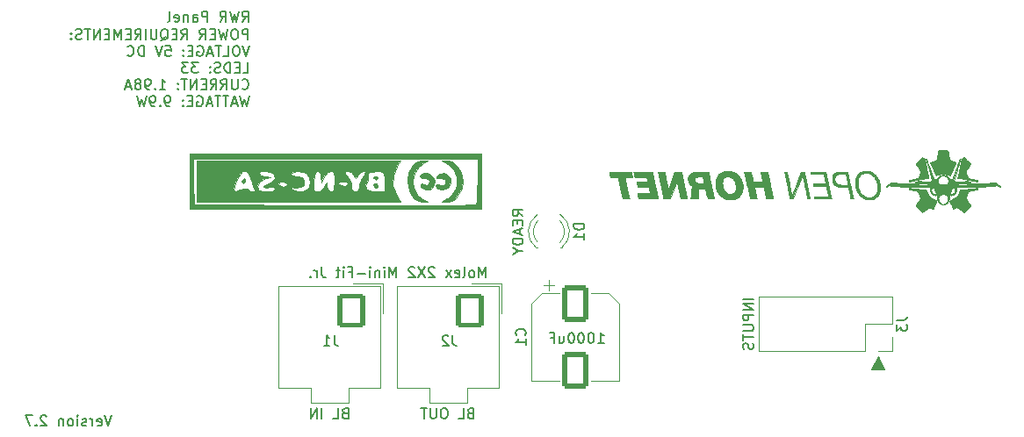
<source format=gbr>
%TF.GenerationSoftware,KiCad,Pcbnew,(6.0.9)*%
%TF.CreationDate,2023-01-27T21:22:42-09:00*%
%TF.ProjectId,RWR CONTROL PANEL,52575220-434f-44e5-9452-4f4c2050414e,-*%
%TF.SameCoordinates,Original*%
%TF.FileFunction,Legend,Bot*%
%TF.FilePolarity,Positive*%
%FSLAX46Y46*%
G04 Gerber Fmt 4.6, Leading zero omitted, Abs format (unit mm)*
G04 Created by KiCad (PCBNEW (6.0.9)) date 2023-01-27 21:22:42*
%MOMM*%
%LPD*%
G01*
G04 APERTURE LIST*
G04 Aperture macros list*
%AMRoundRect*
0 Rectangle with rounded corners*
0 $1 Rounding radius*
0 $2 $3 $4 $5 $6 $7 $8 $9 X,Y pos of 4 corners*
0 Add a 4 corners polygon primitive as box body*
4,1,4,$2,$3,$4,$5,$6,$7,$8,$9,$2,$3,0*
0 Add four circle primitives for the rounded corners*
1,1,$1+$1,$2,$3*
1,1,$1+$1,$4,$5*
1,1,$1+$1,$6,$7*
1,1,$1+$1,$8,$9*
0 Add four rect primitives between the rounded corners*
20,1,$1+$1,$2,$3,$4,$5,0*
20,1,$1+$1,$4,$5,$6,$7,0*
20,1,$1+$1,$6,$7,$8,$9,0*
20,1,$1+$1,$8,$9,$2,$3,0*%
G04 Aperture macros list end*
%ADD10C,0.150000*%
%ADD11C,0.100000*%
%ADD12C,0.120000*%
%ADD13C,0.010000*%
%ADD14R,1.800000X1.800000*%
%ADD15C,1.800000*%
%ADD16RoundRect,0.250001X1.099999X1.399999X-1.099999X1.399999X-1.099999X-1.399999X1.099999X-1.399999X0*%
%ADD17O,2.700000X3.300000*%
%ADD18RoundRect,0.250000X-1.000000X1.500000X-1.000000X-1.500000X1.000000X-1.500000X1.000000X1.500000X0*%
%ADD19C,1.700000*%
%ADD20C,1.524000*%
%ADD21O,1.700000X1.700000*%
%ADD22R,1.700000X1.700000*%
%ADD23C,2.500000*%
G04 APERTURE END LIST*
D10*
X48930262Y-4245191D02*
X48930262Y-3245191D01*
X48549310Y-3245191D01*
X48454072Y-3292811D01*
X48406453Y-3340430D01*
X48358834Y-3435668D01*
X48358834Y-3578525D01*
X48406453Y-3673763D01*
X48454072Y-3721382D01*
X48549310Y-3769001D01*
X48930262Y-3769001D01*
X47739786Y-3245191D02*
X47549310Y-3245191D01*
X47454072Y-3292811D01*
X47358834Y-3388049D01*
X47311215Y-3578525D01*
X47311215Y-3911858D01*
X47358834Y-4102334D01*
X47454072Y-4197572D01*
X47549310Y-4245191D01*
X47739786Y-4245191D01*
X47835024Y-4197572D01*
X47930262Y-4102334D01*
X47977881Y-3911858D01*
X47977881Y-3578525D01*
X47930262Y-3388049D01*
X47835024Y-3292811D01*
X47739786Y-3245191D01*
X46977881Y-3245191D02*
X46739786Y-4245191D01*
X46549310Y-3530906D01*
X46358834Y-4245191D01*
X46120738Y-3245191D01*
X45739786Y-3721382D02*
X45406453Y-3721382D01*
X45263596Y-4245191D02*
X45739786Y-4245191D01*
X45739786Y-3245191D01*
X45263596Y-3245191D01*
X44263596Y-4245191D02*
X44596929Y-3769001D01*
X44835024Y-4245191D02*
X44835024Y-3245191D01*
X44454072Y-3245191D01*
X44358834Y-3292811D01*
X44311215Y-3340430D01*
X44263596Y-3435668D01*
X44263596Y-3578525D01*
X44311215Y-3673763D01*
X44358834Y-3721382D01*
X44454072Y-3769001D01*
X44835024Y-3769001D01*
X42501691Y-4245191D02*
X42835024Y-3769001D01*
X43073119Y-4245191D02*
X43073119Y-3245191D01*
X42692167Y-3245191D01*
X42596929Y-3292811D01*
X42549310Y-3340430D01*
X42501691Y-3435668D01*
X42501691Y-3578525D01*
X42549310Y-3673763D01*
X42596929Y-3721382D01*
X42692167Y-3769001D01*
X43073119Y-3769001D01*
X42073119Y-3721382D02*
X41739786Y-3721382D01*
X41596929Y-4245191D02*
X42073119Y-4245191D01*
X42073119Y-3245191D01*
X41596929Y-3245191D01*
X40501691Y-4340430D02*
X40596929Y-4292811D01*
X40692167Y-4197572D01*
X40835024Y-4054715D01*
X40930262Y-4007096D01*
X41025500Y-4007096D01*
X40977881Y-4245191D02*
X41073119Y-4197572D01*
X41168358Y-4102334D01*
X41215977Y-3911858D01*
X41215977Y-3578525D01*
X41168358Y-3388049D01*
X41073119Y-3292811D01*
X40977881Y-3245191D01*
X40787405Y-3245191D01*
X40692167Y-3292811D01*
X40596929Y-3388049D01*
X40549310Y-3578525D01*
X40549310Y-3911858D01*
X40596929Y-4102334D01*
X40692167Y-4197572D01*
X40787405Y-4245191D01*
X40977881Y-4245191D01*
X40120738Y-3245191D02*
X40120738Y-4054715D01*
X40073119Y-4149953D01*
X40025500Y-4197572D01*
X39930262Y-4245191D01*
X39739786Y-4245191D01*
X39644548Y-4197572D01*
X39596929Y-4149953D01*
X39549310Y-4054715D01*
X39549310Y-3245191D01*
X39073119Y-4245191D02*
X39073119Y-3245191D01*
X38025500Y-4245191D02*
X38358834Y-3769001D01*
X38596929Y-4245191D02*
X38596929Y-3245191D01*
X38215977Y-3245191D01*
X38120738Y-3292811D01*
X38073119Y-3340430D01*
X38025500Y-3435668D01*
X38025500Y-3578525D01*
X38073119Y-3673763D01*
X38120738Y-3721382D01*
X38215977Y-3769001D01*
X38596929Y-3769001D01*
X37596929Y-3721382D02*
X37263596Y-3721382D01*
X37120738Y-4245191D02*
X37596929Y-4245191D01*
X37596929Y-3245191D01*
X37120738Y-3245191D01*
X36692167Y-4245191D02*
X36692167Y-3245191D01*
X36358834Y-3959477D01*
X36025500Y-3245191D01*
X36025500Y-4245191D01*
X35549310Y-3721382D02*
X35215977Y-3721382D01*
X35073119Y-4245191D02*
X35549310Y-4245191D01*
X35549310Y-3245191D01*
X35073119Y-3245191D01*
X34644548Y-4245191D02*
X34644548Y-3245191D01*
X34073119Y-4245191D01*
X34073119Y-3245191D01*
X33739786Y-3245191D02*
X33168358Y-3245191D01*
X33454072Y-4245191D02*
X33454072Y-3245191D01*
X32882643Y-4197572D02*
X32739786Y-4245191D01*
X32501691Y-4245191D01*
X32406453Y-4197572D01*
X32358834Y-4149953D01*
X32311215Y-4054715D01*
X32311215Y-3959477D01*
X32358834Y-3864239D01*
X32406453Y-3816620D01*
X32501691Y-3769001D01*
X32692167Y-3721382D01*
X32787405Y-3673763D01*
X32835024Y-3626144D01*
X32882643Y-3530906D01*
X32882643Y-3435668D01*
X32835024Y-3340430D01*
X32787405Y-3292811D01*
X32692167Y-3245191D01*
X32454072Y-3245191D01*
X32311215Y-3292811D01*
X31882643Y-4149953D02*
X31835024Y-4197572D01*
X31882643Y-4245191D01*
X31930262Y-4197572D01*
X31882643Y-4149953D01*
X31882643Y-4245191D01*
X31882643Y-3626144D02*
X31835024Y-3673763D01*
X31882643Y-3721382D01*
X31930262Y-3673763D01*
X31882643Y-3626144D01*
X31882643Y-3721382D01*
X49073119Y-4855191D02*
X48739786Y-5855191D01*
X48406453Y-4855191D01*
X47882643Y-4855191D02*
X47692167Y-4855191D01*
X47596929Y-4902811D01*
X47501691Y-4998049D01*
X47454072Y-5188525D01*
X47454072Y-5521858D01*
X47501691Y-5712334D01*
X47596929Y-5807572D01*
X47692167Y-5855191D01*
X47882643Y-5855191D01*
X47977881Y-5807572D01*
X48073119Y-5712334D01*
X48120738Y-5521858D01*
X48120738Y-5188525D01*
X48073119Y-4998049D01*
X47977881Y-4902811D01*
X47882643Y-4855191D01*
X46549310Y-5855191D02*
X47025500Y-5855191D01*
X47025500Y-4855191D01*
X46358834Y-4855191D02*
X45787405Y-4855191D01*
X46073119Y-5855191D02*
X46073119Y-4855191D01*
X45501691Y-5569477D02*
X45025500Y-5569477D01*
X45596929Y-5855191D02*
X45263596Y-4855191D01*
X44930262Y-5855191D01*
X44073119Y-4902811D02*
X44168358Y-4855191D01*
X44311215Y-4855191D01*
X44454072Y-4902811D01*
X44549310Y-4998049D01*
X44596929Y-5093287D01*
X44644548Y-5283763D01*
X44644548Y-5426620D01*
X44596929Y-5617096D01*
X44549310Y-5712334D01*
X44454072Y-5807572D01*
X44311215Y-5855191D01*
X44215977Y-5855191D01*
X44073119Y-5807572D01*
X44025500Y-5759953D01*
X44025500Y-5426620D01*
X44215977Y-5426620D01*
X43596929Y-5331382D02*
X43263596Y-5331382D01*
X43120738Y-5855191D02*
X43596929Y-5855191D01*
X43596929Y-4855191D01*
X43120738Y-4855191D01*
X42692167Y-5759953D02*
X42644548Y-5807572D01*
X42692167Y-5855191D01*
X42739786Y-5807572D01*
X42692167Y-5759953D01*
X42692167Y-5855191D01*
X42692167Y-5236144D02*
X42644548Y-5283763D01*
X42692167Y-5331382D01*
X42739786Y-5283763D01*
X42692167Y-5236144D01*
X42692167Y-5331382D01*
X40977881Y-4855191D02*
X41454072Y-4855191D01*
X41501691Y-5331382D01*
X41454072Y-5283763D01*
X41358834Y-5236144D01*
X41120738Y-5236144D01*
X41025500Y-5283763D01*
X40977881Y-5331382D01*
X40930262Y-5426620D01*
X40930262Y-5664715D01*
X40977881Y-5759953D01*
X41025500Y-5807572D01*
X41120738Y-5855191D01*
X41358834Y-5855191D01*
X41454072Y-5807572D01*
X41501691Y-5759953D01*
X40644548Y-4855191D02*
X40311215Y-5855191D01*
X39977881Y-4855191D01*
X38882643Y-5855191D02*
X38882643Y-4855191D01*
X38644548Y-4855191D01*
X38501691Y-4902811D01*
X38406453Y-4998049D01*
X38358834Y-5093287D01*
X38311215Y-5283763D01*
X38311215Y-5426620D01*
X38358834Y-5617096D01*
X38406453Y-5712334D01*
X38501691Y-5807572D01*
X38644548Y-5855191D01*
X38882643Y-5855191D01*
X37311215Y-5759953D02*
X37358834Y-5807572D01*
X37501691Y-5855191D01*
X37596929Y-5855191D01*
X37739786Y-5807572D01*
X37835024Y-5712334D01*
X37882643Y-5617096D01*
X37930262Y-5426620D01*
X37930262Y-5283763D01*
X37882643Y-5093287D01*
X37835024Y-4998049D01*
X37739786Y-4902811D01*
X37596929Y-4855191D01*
X37501691Y-4855191D01*
X37358834Y-4902811D01*
X37311215Y-4950430D01*
X48454072Y-7465191D02*
X48930262Y-7465191D01*
X48930262Y-6465191D01*
X48120738Y-6941382D02*
X47787405Y-6941382D01*
X47644548Y-7465191D02*
X48120738Y-7465191D01*
X48120738Y-6465191D01*
X47644548Y-6465191D01*
X47215977Y-7465191D02*
X47215977Y-6465191D01*
X46977881Y-6465191D01*
X46835024Y-6512811D01*
X46739786Y-6608049D01*
X46692167Y-6703287D01*
X46644548Y-6893763D01*
X46644548Y-7036620D01*
X46692167Y-7227096D01*
X46739786Y-7322334D01*
X46835024Y-7417572D01*
X46977881Y-7465191D01*
X47215977Y-7465191D01*
X46263596Y-7417572D02*
X46120738Y-7465191D01*
X45882643Y-7465191D01*
X45787405Y-7417572D01*
X45739786Y-7369953D01*
X45692167Y-7274715D01*
X45692167Y-7179477D01*
X45739786Y-7084239D01*
X45787405Y-7036620D01*
X45882643Y-6989001D01*
X46073119Y-6941382D01*
X46168358Y-6893763D01*
X46215977Y-6846144D01*
X46263596Y-6750906D01*
X46263596Y-6655668D01*
X46215977Y-6560430D01*
X46168358Y-6512811D01*
X46073119Y-6465191D01*
X45835024Y-6465191D01*
X45692167Y-6512811D01*
X45263596Y-7369953D02*
X45215977Y-7417572D01*
X45263596Y-7465191D01*
X45311215Y-7417572D01*
X45263596Y-7369953D01*
X45263596Y-7465191D01*
X45263596Y-6846144D02*
X45215977Y-6893763D01*
X45263596Y-6941382D01*
X45311215Y-6893763D01*
X45263596Y-6846144D01*
X45263596Y-6941382D01*
X44120738Y-6465191D02*
X43501691Y-6465191D01*
X43835024Y-6846144D01*
X43692167Y-6846144D01*
X43596929Y-6893763D01*
X43549310Y-6941382D01*
X43501691Y-7036620D01*
X43501691Y-7274715D01*
X43549310Y-7369953D01*
X43596929Y-7417572D01*
X43692167Y-7465191D01*
X43977881Y-7465191D01*
X44073119Y-7417572D01*
X44120738Y-7369953D01*
X43168358Y-6465191D02*
X42549310Y-6465191D01*
X42882643Y-6846144D01*
X42739786Y-6846144D01*
X42644548Y-6893763D01*
X42596929Y-6941382D01*
X42549310Y-7036620D01*
X42549310Y-7274715D01*
X42596929Y-7369953D01*
X42644548Y-7417572D01*
X42739786Y-7465191D01*
X43025500Y-7465191D01*
X43120738Y-7417572D01*
X43168358Y-7369953D01*
X48358834Y-8979953D02*
X48406453Y-9027572D01*
X48549310Y-9075191D01*
X48644548Y-9075191D01*
X48787405Y-9027572D01*
X48882643Y-8932334D01*
X48930262Y-8837096D01*
X48977881Y-8646620D01*
X48977881Y-8503763D01*
X48930262Y-8313287D01*
X48882643Y-8218049D01*
X48787405Y-8122811D01*
X48644548Y-8075191D01*
X48549310Y-8075191D01*
X48406453Y-8122811D01*
X48358834Y-8170430D01*
X47930262Y-8075191D02*
X47930262Y-8884715D01*
X47882643Y-8979953D01*
X47835024Y-9027572D01*
X47739786Y-9075191D01*
X47549310Y-9075191D01*
X47454072Y-9027572D01*
X47406453Y-8979953D01*
X47358834Y-8884715D01*
X47358834Y-8075191D01*
X46311215Y-9075191D02*
X46644548Y-8599001D01*
X46882643Y-9075191D02*
X46882643Y-8075191D01*
X46501691Y-8075191D01*
X46406453Y-8122811D01*
X46358834Y-8170430D01*
X46311215Y-8265668D01*
X46311215Y-8408525D01*
X46358834Y-8503763D01*
X46406453Y-8551382D01*
X46501691Y-8599001D01*
X46882643Y-8599001D01*
X45311215Y-9075191D02*
X45644548Y-8599001D01*
X45882643Y-9075191D02*
X45882643Y-8075191D01*
X45501691Y-8075191D01*
X45406453Y-8122811D01*
X45358834Y-8170430D01*
X45311215Y-8265668D01*
X45311215Y-8408525D01*
X45358834Y-8503763D01*
X45406453Y-8551382D01*
X45501691Y-8599001D01*
X45882643Y-8599001D01*
X44882643Y-8551382D02*
X44549310Y-8551382D01*
X44406453Y-9075191D02*
X44882643Y-9075191D01*
X44882643Y-8075191D01*
X44406453Y-8075191D01*
X43977881Y-9075191D02*
X43977881Y-8075191D01*
X43406453Y-9075191D01*
X43406453Y-8075191D01*
X43073119Y-8075191D02*
X42501691Y-8075191D01*
X42787405Y-9075191D02*
X42787405Y-8075191D01*
X42168358Y-8979953D02*
X42120738Y-9027572D01*
X42168358Y-9075191D01*
X42215977Y-9027572D01*
X42168358Y-8979953D01*
X42168358Y-9075191D01*
X42168358Y-8456144D02*
X42120738Y-8503763D01*
X42168358Y-8551382D01*
X42215977Y-8503763D01*
X42168358Y-8456144D01*
X42168358Y-8551382D01*
X40406453Y-9075191D02*
X40977881Y-9075191D01*
X40692167Y-9075191D02*
X40692167Y-8075191D01*
X40787405Y-8218049D01*
X40882643Y-8313287D01*
X40977881Y-8360906D01*
X39977881Y-8979953D02*
X39930262Y-9027572D01*
X39977881Y-9075191D01*
X40025500Y-9027572D01*
X39977881Y-8979953D01*
X39977881Y-9075191D01*
X39454072Y-9075191D02*
X39263596Y-9075191D01*
X39168358Y-9027572D01*
X39120738Y-8979953D01*
X39025500Y-8837096D01*
X38977881Y-8646620D01*
X38977881Y-8265668D01*
X39025500Y-8170430D01*
X39073119Y-8122811D01*
X39168358Y-8075191D01*
X39358834Y-8075191D01*
X39454072Y-8122811D01*
X39501691Y-8170430D01*
X39549310Y-8265668D01*
X39549310Y-8503763D01*
X39501691Y-8599001D01*
X39454072Y-8646620D01*
X39358834Y-8694239D01*
X39168358Y-8694239D01*
X39073119Y-8646620D01*
X39025500Y-8599001D01*
X38977881Y-8503763D01*
X38406453Y-8503763D02*
X38501691Y-8456144D01*
X38549310Y-8408525D01*
X38596929Y-8313287D01*
X38596929Y-8265668D01*
X38549310Y-8170430D01*
X38501691Y-8122811D01*
X38406453Y-8075191D01*
X38215977Y-8075191D01*
X38120738Y-8122811D01*
X38073119Y-8170430D01*
X38025500Y-8265668D01*
X38025500Y-8313287D01*
X38073119Y-8408525D01*
X38120738Y-8456144D01*
X38215977Y-8503763D01*
X38406453Y-8503763D01*
X38501691Y-8551382D01*
X38549310Y-8599001D01*
X38596929Y-8694239D01*
X38596929Y-8884715D01*
X38549310Y-8979953D01*
X38501691Y-9027572D01*
X38406453Y-9075191D01*
X38215977Y-9075191D01*
X38120738Y-9027572D01*
X38073119Y-8979953D01*
X38025500Y-8884715D01*
X38025500Y-8694239D01*
X38073119Y-8599001D01*
X38120738Y-8551382D01*
X38215977Y-8503763D01*
X37644548Y-8789477D02*
X37168358Y-8789477D01*
X37739786Y-9075191D02*
X37406453Y-8075191D01*
X37073119Y-9075191D01*
X49025500Y-9685191D02*
X48787405Y-10685191D01*
X48596929Y-9970906D01*
X48406453Y-10685191D01*
X48168358Y-9685191D01*
X47835024Y-10399477D02*
X47358834Y-10399477D01*
X47930262Y-10685191D02*
X47596929Y-9685191D01*
X47263596Y-10685191D01*
X47073119Y-9685191D02*
X46501691Y-9685191D01*
X46787405Y-10685191D02*
X46787405Y-9685191D01*
X46311215Y-9685191D02*
X45739786Y-9685191D01*
X46025500Y-10685191D02*
X46025500Y-9685191D01*
X45454072Y-10399477D02*
X44977881Y-10399477D01*
X45549310Y-10685191D02*
X45215977Y-9685191D01*
X44882643Y-10685191D01*
X44025500Y-9732811D02*
X44120738Y-9685191D01*
X44263596Y-9685191D01*
X44406453Y-9732811D01*
X44501691Y-9828049D01*
X44549310Y-9923287D01*
X44596929Y-10113763D01*
X44596929Y-10256620D01*
X44549310Y-10447096D01*
X44501691Y-10542334D01*
X44406453Y-10637572D01*
X44263596Y-10685191D01*
X44168358Y-10685191D01*
X44025500Y-10637572D01*
X43977881Y-10589953D01*
X43977881Y-10256620D01*
X44168358Y-10256620D01*
X43549310Y-10161382D02*
X43215977Y-10161382D01*
X43073119Y-10685191D02*
X43549310Y-10685191D01*
X43549310Y-9685191D01*
X43073119Y-9685191D01*
X42644548Y-10589953D02*
X42596929Y-10637572D01*
X42644548Y-10685191D01*
X42692167Y-10637572D01*
X42644548Y-10589953D01*
X42644548Y-10685191D01*
X42644548Y-10066144D02*
X42596929Y-10113763D01*
X42644548Y-10161382D01*
X42692167Y-10113763D01*
X42644548Y-10066144D01*
X42644548Y-10161382D01*
X41358834Y-10685191D02*
X41168358Y-10685191D01*
X41073119Y-10637572D01*
X41025500Y-10589953D01*
X40930262Y-10447096D01*
X40882643Y-10256620D01*
X40882643Y-9875668D01*
X40930262Y-9780430D01*
X40977881Y-9732811D01*
X41073119Y-9685191D01*
X41263596Y-9685191D01*
X41358834Y-9732811D01*
X41406453Y-9780430D01*
X41454072Y-9875668D01*
X41454072Y-10113763D01*
X41406453Y-10209001D01*
X41358834Y-10256620D01*
X41263596Y-10304239D01*
X41073119Y-10304239D01*
X40977881Y-10256620D01*
X40930262Y-10209001D01*
X40882643Y-10113763D01*
X40454072Y-10589953D02*
X40406453Y-10637572D01*
X40454072Y-10685191D01*
X40501691Y-10637572D01*
X40454072Y-10589953D01*
X40454072Y-10685191D01*
X39930262Y-10685191D02*
X39739786Y-10685191D01*
X39644548Y-10637572D01*
X39596929Y-10589953D01*
X39501691Y-10447096D01*
X39454072Y-10256620D01*
X39454072Y-9875668D01*
X39501691Y-9780430D01*
X39549310Y-9732811D01*
X39644548Y-9685191D01*
X39835024Y-9685191D01*
X39930262Y-9732811D01*
X39977881Y-9780430D01*
X40025500Y-9875668D01*
X40025500Y-10113763D01*
X39977881Y-10209001D01*
X39930262Y-10256620D01*
X39835024Y-10304239D01*
X39644548Y-10304239D01*
X39549310Y-10256620D01*
X39501691Y-10209001D01*
X39454072Y-10113763D01*
X39120738Y-9685191D02*
X38882643Y-10685191D01*
X38692167Y-9970906D01*
X38501691Y-10685191D01*
X38263596Y-9685191D01*
X48373953Y-2525191D02*
X48707286Y-2049001D01*
X48945381Y-2525191D02*
X48945381Y-1525191D01*
X48564429Y-1525191D01*
X48469191Y-1572811D01*
X48421572Y-1620430D01*
X48373953Y-1715668D01*
X48373953Y-1858525D01*
X48421572Y-1953763D01*
X48469191Y-2001382D01*
X48564429Y-2049001D01*
X48945381Y-2049001D01*
X48040619Y-1525191D02*
X47802524Y-2525191D01*
X47612048Y-1810906D01*
X47421572Y-2525191D01*
X47183477Y-1525191D01*
X46231096Y-2525191D02*
X46564429Y-2049001D01*
X46802524Y-2525191D02*
X46802524Y-1525191D01*
X46421572Y-1525191D01*
X46326334Y-1572811D01*
X46278715Y-1620430D01*
X46231096Y-1715668D01*
X46231096Y-1858525D01*
X46278715Y-1953763D01*
X46326334Y-2001382D01*
X46421572Y-2049001D01*
X46802524Y-2049001D01*
X45040619Y-2525191D02*
X45040619Y-1525191D01*
X44659667Y-1525191D01*
X44564429Y-1572811D01*
X44516810Y-1620430D01*
X44469191Y-1715668D01*
X44469191Y-1858525D01*
X44516810Y-1953763D01*
X44564429Y-2001382D01*
X44659667Y-2049001D01*
X45040619Y-2049001D01*
X43612048Y-2525191D02*
X43612048Y-2001382D01*
X43659667Y-1906144D01*
X43754905Y-1858525D01*
X43945381Y-1858525D01*
X44040619Y-1906144D01*
X43612048Y-2477572D02*
X43707286Y-2525191D01*
X43945381Y-2525191D01*
X44040619Y-2477572D01*
X44088238Y-2382334D01*
X44088238Y-2287096D01*
X44040619Y-2191858D01*
X43945381Y-2144239D01*
X43707286Y-2144239D01*
X43612048Y-2096620D01*
X43135858Y-1858525D02*
X43135858Y-2525191D01*
X43135858Y-1953763D02*
X43088238Y-1906144D01*
X42993000Y-1858525D01*
X42850143Y-1858525D01*
X42754905Y-1906144D01*
X42707286Y-2001382D01*
X42707286Y-2525191D01*
X41850143Y-2477572D02*
X41945381Y-2525191D01*
X42135858Y-2525191D01*
X42231096Y-2477572D01*
X42278715Y-2382334D01*
X42278715Y-2001382D01*
X42231096Y-1906144D01*
X42135858Y-1858525D01*
X41945381Y-1858525D01*
X41850143Y-1906144D01*
X41802524Y-2001382D01*
X41802524Y-2096620D01*
X42278715Y-2191858D01*
X41231096Y-2525191D02*
X41326334Y-2477572D01*
X41373953Y-2382334D01*
X41373953Y-1525191D01*
X71848238Y-27205191D02*
X71848238Y-26205191D01*
X71514905Y-26919477D01*
X71181572Y-26205191D01*
X71181572Y-27205191D01*
X70562524Y-27205191D02*
X70657762Y-27157572D01*
X70705381Y-27109953D01*
X70753000Y-27014715D01*
X70753000Y-26729001D01*
X70705381Y-26633763D01*
X70657762Y-26586144D01*
X70562524Y-26538525D01*
X70419667Y-26538525D01*
X70324429Y-26586144D01*
X70276810Y-26633763D01*
X70229191Y-26729001D01*
X70229191Y-27014715D01*
X70276810Y-27109953D01*
X70324429Y-27157572D01*
X70419667Y-27205191D01*
X70562524Y-27205191D01*
X69657762Y-27205191D02*
X69753000Y-27157572D01*
X69800619Y-27062334D01*
X69800619Y-26205191D01*
X68895858Y-27157572D02*
X68991096Y-27205191D01*
X69181572Y-27205191D01*
X69276810Y-27157572D01*
X69324429Y-27062334D01*
X69324429Y-26681382D01*
X69276810Y-26586144D01*
X69181572Y-26538525D01*
X68991096Y-26538525D01*
X68895858Y-26586144D01*
X68848238Y-26681382D01*
X68848238Y-26776620D01*
X69324429Y-26871858D01*
X68514905Y-27205191D02*
X67991096Y-26538525D01*
X68514905Y-26538525D02*
X67991096Y-27205191D01*
X66895858Y-26300430D02*
X66848238Y-26252811D01*
X66753000Y-26205191D01*
X66514905Y-26205191D01*
X66419667Y-26252811D01*
X66372048Y-26300430D01*
X66324429Y-26395668D01*
X66324429Y-26490906D01*
X66372048Y-26633763D01*
X66943477Y-27205191D01*
X66324429Y-27205191D01*
X65991096Y-26205191D02*
X65324429Y-27205191D01*
X65324429Y-26205191D02*
X65991096Y-27205191D01*
X64991096Y-26300430D02*
X64943477Y-26252811D01*
X64848238Y-26205191D01*
X64610143Y-26205191D01*
X64514905Y-26252811D01*
X64467286Y-26300430D01*
X64419667Y-26395668D01*
X64419667Y-26490906D01*
X64467286Y-26633763D01*
X65038715Y-27205191D01*
X64419667Y-27205191D01*
X63229191Y-27205191D02*
X63229191Y-26205191D01*
X62895858Y-26919477D01*
X62562524Y-26205191D01*
X62562524Y-27205191D01*
X62086334Y-27205191D02*
X62086334Y-26538525D01*
X62086334Y-26205191D02*
X62133953Y-26252811D01*
X62086334Y-26300430D01*
X62038715Y-26252811D01*
X62086334Y-26205191D01*
X62086334Y-26300430D01*
X61610143Y-26538525D02*
X61610143Y-27205191D01*
X61610143Y-26633763D02*
X61562524Y-26586144D01*
X61467286Y-26538525D01*
X61324429Y-26538525D01*
X61229191Y-26586144D01*
X61181572Y-26681382D01*
X61181572Y-27205191D01*
X60705381Y-27205191D02*
X60705381Y-26538525D01*
X60705381Y-26205191D02*
X60753000Y-26252811D01*
X60705381Y-26300430D01*
X60657762Y-26252811D01*
X60705381Y-26205191D01*
X60705381Y-26300430D01*
X60229191Y-26824239D02*
X59467286Y-26824239D01*
X58657762Y-26681382D02*
X58991096Y-26681382D01*
X58991096Y-27205191D02*
X58991096Y-26205191D01*
X58514905Y-26205191D01*
X58133953Y-27205191D02*
X58133953Y-26538525D01*
X58133953Y-26205191D02*
X58181572Y-26252811D01*
X58133953Y-26300430D01*
X58086334Y-26252811D01*
X58133953Y-26205191D01*
X58133953Y-26300430D01*
X57800619Y-26538525D02*
X57419667Y-26538525D01*
X57657762Y-26205191D02*
X57657762Y-27062334D01*
X57610143Y-27157572D01*
X57514905Y-27205191D01*
X57419667Y-27205191D01*
X56038715Y-26205191D02*
X56038715Y-26919477D01*
X56086334Y-27062334D01*
X56181572Y-27157572D01*
X56324429Y-27205191D01*
X56419667Y-27205191D01*
X55562524Y-27205191D02*
X55562524Y-26538525D01*
X55562524Y-26729001D02*
X55514905Y-26633763D01*
X55467286Y-26586144D01*
X55372048Y-26538525D01*
X55276810Y-26538525D01*
X54943477Y-27109953D02*
X54895858Y-27157572D01*
X54943477Y-27205191D01*
X54991096Y-27157572D01*
X54943477Y-27109953D01*
X54943477Y-27205191D01*
X82659667Y-33525191D02*
X83231096Y-33525191D01*
X82945381Y-33525191D02*
X82945381Y-32525191D01*
X83040619Y-32668049D01*
X83135858Y-32763287D01*
X83231096Y-32810906D01*
X82040619Y-32525191D02*
X81945381Y-32525191D01*
X81850143Y-32572811D01*
X81802524Y-32620430D01*
X81754905Y-32715668D01*
X81707286Y-32906144D01*
X81707286Y-33144239D01*
X81754905Y-33334715D01*
X81802524Y-33429953D01*
X81850143Y-33477572D01*
X81945381Y-33525191D01*
X82040619Y-33525191D01*
X82135858Y-33477572D01*
X82183477Y-33429953D01*
X82231096Y-33334715D01*
X82278715Y-33144239D01*
X82278715Y-32906144D01*
X82231096Y-32715668D01*
X82183477Y-32620430D01*
X82135858Y-32572811D01*
X82040619Y-32525191D01*
X81088238Y-32525191D02*
X80993000Y-32525191D01*
X80897762Y-32572811D01*
X80850143Y-32620430D01*
X80802524Y-32715668D01*
X80754905Y-32906144D01*
X80754905Y-33144239D01*
X80802524Y-33334715D01*
X80850143Y-33429953D01*
X80897762Y-33477572D01*
X80993000Y-33525191D01*
X81088238Y-33525191D01*
X81183477Y-33477572D01*
X81231096Y-33429953D01*
X81278715Y-33334715D01*
X81326334Y-33144239D01*
X81326334Y-32906144D01*
X81278715Y-32715668D01*
X81231096Y-32620430D01*
X81183477Y-32572811D01*
X81088238Y-32525191D01*
X80135858Y-32525191D02*
X80040619Y-32525191D01*
X79945381Y-32572811D01*
X79897762Y-32620430D01*
X79850143Y-32715668D01*
X79802524Y-32906144D01*
X79802524Y-33144239D01*
X79850143Y-33334715D01*
X79897762Y-33429953D01*
X79945381Y-33477572D01*
X80040619Y-33525191D01*
X80135858Y-33525191D01*
X80231096Y-33477572D01*
X80278715Y-33429953D01*
X80326334Y-33334715D01*
X80373953Y-33144239D01*
X80373953Y-32906144D01*
X80326334Y-32715668D01*
X80278715Y-32620430D01*
X80231096Y-32572811D01*
X80135858Y-32525191D01*
X78945381Y-32858525D02*
X78945381Y-33525191D01*
X79373953Y-32858525D02*
X79373953Y-33382334D01*
X79326334Y-33477572D01*
X79231096Y-33525191D01*
X79088238Y-33525191D01*
X78993000Y-33477572D01*
X78945381Y-33429953D01*
X78135858Y-33001382D02*
X78469191Y-33001382D01*
X78469191Y-33525191D02*
X78469191Y-32525191D01*
X77993000Y-32525191D01*
D11*
G36*
X110320858Y-36117811D02*
G01*
X109050858Y-36117811D01*
X109685858Y-34847811D01*
X110320858Y-36117811D01*
G37*
X110320858Y-36117811D02*
X109050858Y-36117811D01*
X109685858Y-34847811D01*
X110320858Y-36117811D01*
D10*
X35780406Y-40519565D02*
X35447072Y-41519565D01*
X35113739Y-40519565D01*
X34399453Y-41471946D02*
X34494691Y-41519565D01*
X34685168Y-41519565D01*
X34780406Y-41471946D01*
X34828025Y-41376708D01*
X34828025Y-40995756D01*
X34780406Y-40900518D01*
X34685168Y-40852899D01*
X34494691Y-40852899D01*
X34399453Y-40900518D01*
X34351834Y-40995756D01*
X34351834Y-41090994D01*
X34828025Y-41186232D01*
X33923263Y-41519565D02*
X33923263Y-40852899D01*
X33923263Y-41043375D02*
X33875644Y-40948137D01*
X33828025Y-40900518D01*
X33732787Y-40852899D01*
X33637549Y-40852899D01*
X33351834Y-41471946D02*
X33256596Y-41519565D01*
X33066120Y-41519565D01*
X32970882Y-41471946D01*
X32923263Y-41376708D01*
X32923263Y-41329089D01*
X32970882Y-41233851D01*
X33066120Y-41186232D01*
X33208977Y-41186232D01*
X33304215Y-41138613D01*
X33351834Y-41043375D01*
X33351834Y-40995756D01*
X33304215Y-40900518D01*
X33208977Y-40852899D01*
X33066120Y-40852899D01*
X32970882Y-40900518D01*
X32494691Y-41519565D02*
X32494691Y-40852899D01*
X32494691Y-40519565D02*
X32542310Y-40567185D01*
X32494691Y-40614804D01*
X32447072Y-40567185D01*
X32494691Y-40519565D01*
X32494691Y-40614804D01*
X31875644Y-41519565D02*
X31970882Y-41471946D01*
X32018501Y-41424327D01*
X32066120Y-41329089D01*
X32066120Y-41043375D01*
X32018501Y-40948137D01*
X31970882Y-40900518D01*
X31875644Y-40852899D01*
X31732787Y-40852899D01*
X31637549Y-40900518D01*
X31589930Y-40948137D01*
X31542310Y-41043375D01*
X31542310Y-41329089D01*
X31589930Y-41424327D01*
X31637549Y-41471946D01*
X31732787Y-41519565D01*
X31875644Y-41519565D01*
X31113739Y-40852899D02*
X31113739Y-41519565D01*
X31113739Y-40948137D02*
X31066120Y-40900518D01*
X30970882Y-40852899D01*
X30828025Y-40852899D01*
X30732787Y-40900518D01*
X30685168Y-40995756D01*
X30685168Y-41519565D01*
X29494691Y-40614804D02*
X29447072Y-40567185D01*
X29351834Y-40519565D01*
X29113739Y-40519565D01*
X29018501Y-40567185D01*
X28970882Y-40614804D01*
X28923263Y-40710042D01*
X28923263Y-40805280D01*
X28970882Y-40948137D01*
X29542310Y-41519565D01*
X28923263Y-41519565D01*
X28494691Y-41424327D02*
X28447072Y-41471946D01*
X28494691Y-41519565D01*
X28542310Y-41471946D01*
X28494691Y-41424327D01*
X28494691Y-41519565D01*
X28113739Y-40519565D02*
X27447072Y-40519565D01*
X27875644Y-41519565D01*
%TO.C,D1*%
X81348238Y-22044715D02*
X80348238Y-22044715D01*
X80348238Y-22282811D01*
X80395858Y-22425668D01*
X80491096Y-22520906D01*
X80586334Y-22568525D01*
X80776810Y-22616144D01*
X80919667Y-22616144D01*
X81110143Y-22568525D01*
X81205381Y-22520906D01*
X81300619Y-22425668D01*
X81348238Y-22282811D01*
X81348238Y-22044715D01*
X81348238Y-23568525D02*
X81348238Y-22997096D01*
X81348238Y-23282811D02*
X80348238Y-23282811D01*
X80491096Y-23187572D01*
X80586334Y-23092334D01*
X80633953Y-22997096D01*
X75428238Y-21282811D02*
X74952048Y-20949477D01*
X75428238Y-20711382D02*
X74428238Y-20711382D01*
X74428238Y-21092334D01*
X74475858Y-21187572D01*
X74523477Y-21235191D01*
X74618715Y-21282811D01*
X74761572Y-21282811D01*
X74856810Y-21235191D01*
X74904429Y-21187572D01*
X74952048Y-21092334D01*
X74952048Y-20711382D01*
X74904429Y-21711382D02*
X74904429Y-22044715D01*
X75428238Y-22187572D02*
X75428238Y-21711382D01*
X74428238Y-21711382D01*
X74428238Y-22187572D01*
X75142524Y-22568525D02*
X75142524Y-23044715D01*
X75428238Y-22473287D02*
X74428238Y-22806620D01*
X75428238Y-23139953D01*
X75428238Y-23473287D02*
X74428238Y-23473287D01*
X74428238Y-23711382D01*
X74475858Y-23854239D01*
X74571096Y-23949477D01*
X74666334Y-23997096D01*
X74856810Y-24044715D01*
X74999667Y-24044715D01*
X75190143Y-23997096D01*
X75285381Y-23949477D01*
X75380619Y-23854239D01*
X75428238Y-23711382D01*
X75428238Y-23473287D01*
X74952048Y-24663763D02*
X75428238Y-24663763D01*
X74428238Y-24330430D02*
X74952048Y-24663763D01*
X74428238Y-24997096D01*
%TO.C,J2*%
X68659191Y-32785191D02*
X68659191Y-33499477D01*
X68706810Y-33642334D01*
X68802048Y-33737572D01*
X68944905Y-33785191D01*
X69040143Y-33785191D01*
X68230619Y-32880430D02*
X68183000Y-32832811D01*
X68087762Y-32785191D01*
X67849667Y-32785191D01*
X67754429Y-32832811D01*
X67706810Y-32880430D01*
X67659191Y-32975668D01*
X67659191Y-33070906D01*
X67706810Y-33213763D01*
X68278238Y-33785191D01*
X67659191Y-33785191D01*
X70358715Y-40281382D02*
X70215858Y-40329001D01*
X70168238Y-40376620D01*
X70120619Y-40471858D01*
X70120619Y-40614715D01*
X70168238Y-40709953D01*
X70215858Y-40757572D01*
X70311096Y-40805191D01*
X70692048Y-40805191D01*
X70692048Y-39805191D01*
X70358715Y-39805191D01*
X70263477Y-39852811D01*
X70215858Y-39900430D01*
X70168238Y-39995668D01*
X70168238Y-40090906D01*
X70215858Y-40186144D01*
X70263477Y-40233763D01*
X70358715Y-40281382D01*
X70692048Y-40281382D01*
X69215858Y-40805191D02*
X69692048Y-40805191D01*
X69692048Y-39805191D01*
X67930143Y-39805191D02*
X67739667Y-39805191D01*
X67644429Y-39852811D01*
X67549191Y-39948049D01*
X67501572Y-40138525D01*
X67501572Y-40471858D01*
X67549191Y-40662334D01*
X67644429Y-40757572D01*
X67739667Y-40805191D01*
X67930143Y-40805191D01*
X68025381Y-40757572D01*
X68120619Y-40662334D01*
X68168238Y-40471858D01*
X68168238Y-40138525D01*
X68120619Y-39948049D01*
X68025381Y-39852811D01*
X67930143Y-39805191D01*
X67073000Y-39805191D02*
X67073000Y-40614715D01*
X67025381Y-40709953D01*
X66977762Y-40757572D01*
X66882524Y-40805191D01*
X66692048Y-40805191D01*
X66596810Y-40757572D01*
X66549191Y-40709953D01*
X66501572Y-40614715D01*
X66501572Y-39805191D01*
X66168238Y-39805191D02*
X65596810Y-39805191D01*
X65882524Y-40805191D02*
X65882524Y-39805191D01*
%TO.C,J1*%
X57239191Y-32755191D02*
X57239191Y-33469477D01*
X57286810Y-33612334D01*
X57382048Y-33707572D01*
X57524905Y-33755191D01*
X57620143Y-33755191D01*
X56239191Y-33755191D02*
X56810619Y-33755191D01*
X56524905Y-33755191D02*
X56524905Y-32755191D01*
X56620143Y-32898049D01*
X56715381Y-32993287D01*
X56810619Y-33040906D01*
X58262048Y-40281382D02*
X58119191Y-40329001D01*
X58071572Y-40376620D01*
X58023953Y-40471858D01*
X58023953Y-40614715D01*
X58071572Y-40709953D01*
X58119191Y-40757572D01*
X58214429Y-40805191D01*
X58595381Y-40805191D01*
X58595381Y-39805191D01*
X58262048Y-39805191D01*
X58166810Y-39852811D01*
X58119191Y-39900430D01*
X58071572Y-39995668D01*
X58071572Y-40090906D01*
X58119191Y-40186144D01*
X58166810Y-40233763D01*
X58262048Y-40281382D01*
X58595381Y-40281382D01*
X57119191Y-40805191D02*
X57595381Y-40805191D01*
X57595381Y-39805191D01*
X56023953Y-40805191D02*
X56023953Y-39805191D01*
X55547762Y-40805191D02*
X55547762Y-39805191D01*
X54976334Y-40805191D01*
X54976334Y-39805191D01*
%TO.C,C1*%
X75633000Y-32776144D02*
X75680619Y-32728525D01*
X75728238Y-32585668D01*
X75728238Y-32490430D01*
X75680619Y-32347572D01*
X75585381Y-32252334D01*
X75490143Y-32204715D01*
X75299667Y-32157096D01*
X75156810Y-32157096D01*
X74966334Y-32204715D01*
X74871096Y-32252334D01*
X74775858Y-32347572D01*
X74728238Y-32490430D01*
X74728238Y-32585668D01*
X74775858Y-32728525D01*
X74823477Y-32776144D01*
X75728238Y-33728525D02*
X75728238Y-33157096D01*
X75728238Y-33442811D02*
X74728238Y-33442811D01*
X74871096Y-33347572D01*
X74966334Y-33252334D01*
X75013953Y-33157096D01*
%TO.C,J3*%
X111468238Y-31339477D02*
X112182524Y-31339477D01*
X112325381Y-31291858D01*
X112420619Y-31196620D01*
X112468238Y-31053763D01*
X112468238Y-30958525D01*
X111468238Y-31720430D02*
X111468238Y-32339477D01*
X111849191Y-32006144D01*
X111849191Y-32149001D01*
X111896810Y-32244239D01*
X111944429Y-32291858D01*
X112039667Y-32339477D01*
X112277762Y-32339477D01*
X112373000Y-32291858D01*
X112420619Y-32244239D01*
X112468238Y-32149001D01*
X112468238Y-31863287D01*
X112420619Y-31768049D01*
X112373000Y-31720430D01*
X97648238Y-29268049D02*
X96648238Y-29268049D01*
X97648238Y-29744239D02*
X96648238Y-29744239D01*
X97648238Y-30315668D01*
X96648238Y-30315668D01*
X97648238Y-30791858D02*
X96648238Y-30791858D01*
X96648238Y-31172811D01*
X96695858Y-31268049D01*
X96743477Y-31315668D01*
X96838715Y-31363287D01*
X96981572Y-31363287D01*
X97076810Y-31315668D01*
X97124429Y-31268049D01*
X97172048Y-31172811D01*
X97172048Y-30791858D01*
X96648238Y-31791858D02*
X97457762Y-31791858D01*
X97553000Y-31839477D01*
X97600619Y-31887096D01*
X97648238Y-31982334D01*
X97648238Y-32172811D01*
X97600619Y-32268049D01*
X97553000Y-32315668D01*
X97457762Y-32363287D01*
X96648238Y-32363287D01*
X96648238Y-32696620D02*
X96648238Y-33268049D01*
X97648238Y-32982334D02*
X96648238Y-32982334D01*
X97600619Y-33553763D02*
X97648238Y-33696620D01*
X97648238Y-33934715D01*
X97600619Y-34029953D01*
X97553000Y-34077572D01*
X97457762Y-34125191D01*
X97362524Y-34125191D01*
X97267286Y-34077572D01*
X97219667Y-34029953D01*
X97172048Y-33934715D01*
X97124429Y-33744239D01*
X97076810Y-33649001D01*
X97029191Y-33601382D01*
X96933953Y-33553763D01*
X96838715Y-33553763D01*
X96743477Y-33601382D01*
X96695858Y-33649001D01*
X96648238Y-33744239D01*
X96648238Y-33982334D01*
X96695858Y-34125191D01*
D12*
%TO.C,D1*%
X79171858Y-24342811D02*
X79015858Y-24342811D01*
X76855858Y-24342811D02*
X76699858Y-24342811D01*
X79015858Y-23823772D02*
G75*
G03*
X79015695Y-21741681I-1080000J1040961D01*
G01*
X76857250Y-21110476D02*
G75*
G03*
X76700342Y-24342811I1078608J-1672335D01*
G01*
X76856021Y-21741681D02*
G75*
G03*
X76855858Y-23823772I1079837J-1041130D01*
G01*
X79171374Y-24342811D02*
G75*
G03*
X79014466Y-21110476I-1235516J1560000D01*
G01*
%TO.C,J2*%
X66405858Y-39262811D02*
X68215858Y-39262811D01*
X63305858Y-28042811D02*
X63305858Y-37862811D01*
X70025858Y-39262811D02*
X68215858Y-39262811D01*
X70025858Y-37862811D02*
X70025858Y-39262811D01*
X73125858Y-28042811D02*
X73125858Y-37862811D01*
X66405858Y-37862811D02*
X66405858Y-39262811D01*
X70515858Y-27802811D02*
X73365858Y-27802811D01*
X73365858Y-27802811D02*
X73365858Y-30652811D01*
X73125858Y-37862811D02*
X70025858Y-37862811D01*
X63305858Y-37862811D02*
X66405858Y-37862811D01*
X68215858Y-28042811D02*
X73125858Y-28042811D01*
X68215858Y-28042811D02*
X63305858Y-28042811D01*
%TO.C,J1*%
X54975858Y-39262811D02*
X56785858Y-39262811D01*
X51875858Y-28042811D02*
X51875858Y-37862811D01*
X58595858Y-39262811D02*
X56785858Y-39262811D01*
X58595858Y-37862811D02*
X58595858Y-39262811D01*
X61695858Y-28042811D02*
X61695858Y-37862811D01*
X54975858Y-37862811D02*
X54975858Y-39262811D01*
X59085858Y-27802811D02*
X61935858Y-27802811D01*
X61935858Y-27802811D02*
X61935858Y-30652811D01*
X61695858Y-37862811D02*
X58595858Y-37862811D01*
X51875858Y-37862811D02*
X54975858Y-37862811D01*
X56785858Y-28042811D02*
X61695858Y-28042811D01*
X56785858Y-28042811D02*
X51875858Y-28042811D01*
%TO.C,C1*%
X83671421Y-28682811D02*
X81985858Y-28682811D01*
X84735858Y-29747248D02*
X84735858Y-37202811D01*
X83671421Y-28682811D02*
X84735858Y-29747248D01*
X77465858Y-27942811D02*
X78465858Y-27942811D01*
X76215858Y-37202811D02*
X78965858Y-37202811D01*
X77280295Y-28682811D02*
X76215858Y-29747248D01*
X84735858Y-37202811D02*
X81985858Y-37202811D01*
X77965858Y-27442811D02*
X77965858Y-28442811D01*
X76215858Y-29747248D02*
X76215858Y-37202811D01*
X77280295Y-28682811D02*
X78965858Y-28682811D01*
%TO.C,G\u002A\u002A\u002A*%
G36*
X43286057Y-20614202D02*
G01*
X43286057Y-15736056D01*
X43612716Y-15736056D01*
X43659651Y-17964864D01*
X43706587Y-20193672D01*
X57260675Y-20236714D01*
X58155713Y-20239309D01*
X60223842Y-20243378D01*
X62183860Y-20244580D01*
X64010400Y-20243047D01*
X65678093Y-20238907D01*
X67161572Y-20232291D01*
X68435470Y-20223329D01*
X69474419Y-20212152D01*
X70253051Y-20198889D01*
X70745998Y-20183670D01*
X70927894Y-20166625D01*
X70934087Y-20157212D01*
X70975843Y-19913938D01*
X71009820Y-19410892D01*
X71032664Y-18715396D01*
X71041024Y-17894776D01*
X71041024Y-15736056D01*
X43612716Y-15736056D01*
X43286057Y-15736056D01*
X43286057Y-15231421D01*
X71377448Y-15231421D01*
X71377448Y-20614202D01*
X43286057Y-20614202D01*
G37*
D13*
X43286057Y-20614202D02*
X43286057Y-15736056D01*
X43612716Y-15736056D01*
X43659651Y-17964864D01*
X43706587Y-20193672D01*
X57260675Y-20236714D01*
X58155713Y-20239309D01*
X60223842Y-20243378D01*
X62183860Y-20244580D01*
X64010400Y-20243047D01*
X65678093Y-20238907D01*
X67161572Y-20232291D01*
X68435470Y-20223329D01*
X69474419Y-20212152D01*
X70253051Y-20198889D01*
X70745998Y-20183670D01*
X70927894Y-20166625D01*
X70934087Y-20157212D01*
X70975843Y-19913938D01*
X71009820Y-19410892D01*
X71032664Y-18715396D01*
X71041024Y-17894776D01*
X71041024Y-15736056D01*
X43612716Y-15736056D01*
X43286057Y-15736056D01*
X43286057Y-15231421D01*
X71377448Y-15231421D01*
X71377448Y-20614202D01*
X43286057Y-20614202D01*
G36*
X68618793Y-16013552D02*
G01*
X69077383Y-16404874D01*
X69472980Y-17035417D01*
X69660401Y-17850844D01*
X69528535Y-18671092D01*
X69077383Y-19440748D01*
X69074559Y-19444099D01*
X68629397Y-19827157D01*
X68124415Y-19940725D01*
X67592679Y-19940097D01*
X68149490Y-19600618D01*
X68175207Y-19584486D01*
X68633440Y-19163683D01*
X68969631Y-18634029D01*
X69078347Y-18282461D01*
X69073975Y-17537924D01*
X68772715Y-16848809D01*
X68198598Y-16288229D01*
X67627034Y-15904268D01*
X68141592Y-15904268D01*
X68618793Y-16013552D01*
G37*
X68618793Y-16013552D02*
X69077383Y-16404874D01*
X69472980Y-17035417D01*
X69660401Y-17850844D01*
X69528535Y-18671092D01*
X69077383Y-19440748D01*
X69074559Y-19444099D01*
X68629397Y-19827157D01*
X68124415Y-19940725D01*
X67592679Y-19940097D01*
X68149490Y-19600618D01*
X68175207Y-19584486D01*
X68633440Y-19163683D01*
X68969631Y-18634029D01*
X69078347Y-18282461D01*
X69073975Y-17537924D01*
X68772715Y-16848809D01*
X68198598Y-16288229D01*
X67627034Y-15904268D01*
X68141592Y-15904268D01*
X68618793Y-16013552D01*
G36*
X65805058Y-16179553D02*
G01*
X65405250Y-16512172D01*
X65002596Y-17140153D01*
X64838976Y-17850963D01*
X64914808Y-18565138D01*
X65230515Y-19203214D01*
X65786516Y-19685727D01*
X66246984Y-19943264D01*
X65663612Y-19900256D01*
X65404036Y-19853694D01*
X64904252Y-19561864D01*
X64556534Y-19071447D01*
X64360883Y-18453591D01*
X64317297Y-17779442D01*
X64425777Y-17120148D01*
X64686322Y-16546855D01*
X65098934Y-16130711D01*
X65663612Y-15942861D01*
X66246984Y-15897348D01*
X65805058Y-16179553D01*
G37*
X65805058Y-16179553D02*
X65405250Y-16512172D01*
X65002596Y-17140153D01*
X64838976Y-17850963D01*
X64914808Y-18565138D01*
X65230515Y-19203214D01*
X65786516Y-19685727D01*
X66246984Y-19943264D01*
X65663612Y-19900256D01*
X65404036Y-19853694D01*
X64904252Y-19561864D01*
X64556534Y-19071447D01*
X64360883Y-18453591D01*
X64317297Y-17779442D01*
X64425777Y-17120148D01*
X64686322Y-16546855D01*
X65098934Y-16130711D01*
X65663612Y-15942861D01*
X66246984Y-15897348D01*
X65805058Y-16179553D01*
G36*
X63593942Y-19941354D02*
G01*
X43958905Y-19941354D01*
X43958905Y-18802385D01*
X47562112Y-18802385D01*
X47687891Y-18929134D01*
X48001358Y-18799556D01*
X48158548Y-18717374D01*
X48547425Y-18610466D01*
X48870423Y-18624516D01*
X49005262Y-18763871D01*
X49067228Y-18861177D01*
X49339231Y-18932083D01*
X49355845Y-18932074D01*
X49531829Y-18915348D01*
X49586560Y-18814928D01*
X49519105Y-18554473D01*
X49445067Y-18361457D01*
X49851891Y-18361457D01*
X49924519Y-18754310D01*
X49980241Y-18802550D01*
X50023139Y-18814928D01*
X50294291Y-18893168D01*
X50736750Y-18930603D01*
X51159969Y-18908359D01*
X51416300Y-18819941D01*
X51535764Y-18619370D01*
X51410170Y-18489476D01*
X51039819Y-18508036D01*
X50675119Y-18535875D01*
X50439929Y-18435319D01*
X50438113Y-18432280D01*
X50503264Y-18275481D01*
X50779001Y-18175129D01*
X51864865Y-18175129D01*
X51947172Y-18339711D01*
X52285395Y-18427447D01*
X52559697Y-18378062D01*
X52705924Y-18175129D01*
X52623617Y-18010547D01*
X52285395Y-17922811D01*
X52011092Y-17972196D01*
X51864865Y-18175129D01*
X50779001Y-18175129D01*
X50839467Y-18153123D01*
X50923552Y-18133701D01*
X51339088Y-17913873D01*
X51495722Y-17599657D01*
X51410501Y-17273338D01*
X51345091Y-17219299D01*
X53080030Y-17219299D01*
X53185149Y-17368889D01*
X53605737Y-17418175D01*
X53757711Y-17422069D01*
X54130973Y-17513550D01*
X54306500Y-17762671D01*
X54329537Y-17851218D01*
X54288786Y-18175129D01*
X54278317Y-18258345D01*
X53980137Y-18504626D01*
X53500836Y-18527555D01*
X53460357Y-18519740D01*
X53137467Y-18504564D01*
X53091783Y-18619370D01*
X53083887Y-18639214D01*
X53098374Y-18669529D01*
X53345201Y-18816127D01*
X53766656Y-18885995D01*
X54228953Y-18868928D01*
X54598309Y-18754722D01*
X54804685Y-18503789D01*
X54807083Y-18491430D01*
X55243502Y-18491430D01*
X55275300Y-18789850D01*
X55389121Y-18909928D01*
X55614238Y-18932083D01*
X55924118Y-18850263D01*
X56246041Y-18469500D01*
X56475921Y-18006917D01*
X56536533Y-18469500D01*
X56648914Y-18808478D01*
X56922395Y-18932083D01*
X57057905Y-18914994D01*
X57179708Y-18793077D01*
X57234759Y-18487780D01*
X57242850Y-18133076D01*
X57625281Y-18133076D01*
X57629696Y-18145073D01*
X57850893Y-18333124D01*
X58197112Y-18406676D01*
X58474105Y-18322401D01*
X58589173Y-18147435D01*
X58482357Y-17981448D01*
X58074688Y-17922811D01*
X57712899Y-17972995D01*
X57625281Y-18133076D01*
X57242850Y-18133076D01*
X57247646Y-17922811D01*
X57241718Y-17485685D01*
X57201492Y-17116689D01*
X57119761Y-16982133D01*
X58295959Y-16982133D01*
X58322984Y-17191506D01*
X58593342Y-17586387D01*
X58818553Y-17997867D01*
X58852636Y-18147435D01*
X58926025Y-18469500D01*
X58927107Y-18521383D01*
X59010326Y-18842474D01*
X59266189Y-18932083D01*
X59303930Y-18931171D01*
X59538347Y-18820315D01*
X59606353Y-18469500D01*
X59646677Y-18280188D01*
X60280173Y-18280188D01*
X60331745Y-18608655D01*
X60541536Y-18829980D01*
X60590482Y-18845707D01*
X60974557Y-18907180D01*
X61475096Y-18932083D01*
X62142581Y-18932083D01*
X62092133Y-17964864D01*
X62064365Y-17548998D01*
X61999765Y-17182328D01*
X61872655Y-17008123D01*
X61646100Y-16941651D01*
X61325380Y-16929307D01*
X60828966Y-16991459D01*
X60738351Y-17016704D01*
X60704234Y-17039699D01*
X60493059Y-17182032D01*
X60487093Y-17514051D01*
X60503683Y-17806794D01*
X60421114Y-18020859D01*
X60413761Y-18025589D01*
X60280173Y-18280188D01*
X59646677Y-18280188D01*
X59697686Y-18040708D01*
X59939037Y-17586387D01*
X59946053Y-17577391D01*
X60174784Y-17248488D01*
X60271720Y-17039699D01*
X60251581Y-16957985D01*
X60071012Y-16909795D01*
X59796110Y-17025297D01*
X59541156Y-17268674D01*
X59292410Y-17623809D01*
X59070625Y-17268674D01*
X58864317Y-17044916D01*
X58552879Y-16913540D01*
X58509621Y-16914265D01*
X58295959Y-16982133D01*
X57119761Y-16982133D01*
X57101180Y-16951543D01*
X56915542Y-16913540D01*
X56595654Y-17060002D01*
X56285164Y-17460228D01*
X55986890Y-18006917D01*
X55933007Y-17450093D01*
X55915975Y-17309655D01*
X55808249Y-17001162D01*
X55596166Y-16947091D01*
X55589373Y-16948455D01*
X55418435Y-17068410D01*
X55317163Y-17384524D01*
X55262762Y-17966499D01*
X55259545Y-18054173D01*
X55243502Y-18491430D01*
X54807083Y-18491430D01*
X54891934Y-18054173D01*
X54813606Y-17567344D01*
X54571990Y-17180097D01*
X54535009Y-17149475D01*
X54158352Y-16987253D01*
X53702847Y-16944562D01*
X53300505Y-17018937D01*
X53083338Y-17207911D01*
X53080030Y-17219299D01*
X51345091Y-17219299D01*
X51100471Y-17017204D01*
X50582679Y-16913540D01*
X50163822Y-16981161D01*
X50002713Y-17148762D01*
X50134128Y-17335959D01*
X50561222Y-17462107D01*
X51107911Y-17527354D01*
X50559040Y-17662440D01*
X50432724Y-17702349D01*
X50041387Y-17976226D01*
X49851891Y-18361457D01*
X49445067Y-18361457D01*
X49328529Y-18057643D01*
X49171823Y-17662874D01*
X48987166Y-17234592D01*
X48847280Y-17011586D01*
X48704268Y-16926890D01*
X48510236Y-16913540D01*
X48364354Y-16958053D01*
X48109366Y-17250998D01*
X47825325Y-17844750D01*
X47622347Y-18410240D01*
X47562112Y-18802385D01*
X43958905Y-18802385D01*
X43958905Y-15904268D01*
X63628353Y-15904268D01*
X63306092Y-16450957D01*
X63283318Y-16490050D01*
X62920864Y-17385485D01*
X62888604Y-18258745D01*
X63114526Y-18932083D01*
X63185075Y-19142348D01*
X63593942Y-19941354D01*
G37*
X63593942Y-19941354D02*
X43958905Y-19941354D01*
X43958905Y-18802385D01*
X47562112Y-18802385D01*
X47687891Y-18929134D01*
X48001358Y-18799556D01*
X48158548Y-18717374D01*
X48547425Y-18610466D01*
X48870423Y-18624516D01*
X49005262Y-18763871D01*
X49067228Y-18861177D01*
X49339231Y-18932083D01*
X49355845Y-18932074D01*
X49531829Y-18915348D01*
X49586560Y-18814928D01*
X49519105Y-18554473D01*
X49445067Y-18361457D01*
X49851891Y-18361457D01*
X49924519Y-18754310D01*
X49980241Y-18802550D01*
X50023139Y-18814928D01*
X50294291Y-18893168D01*
X50736750Y-18930603D01*
X51159969Y-18908359D01*
X51416300Y-18819941D01*
X51535764Y-18619370D01*
X51410170Y-18489476D01*
X51039819Y-18508036D01*
X50675119Y-18535875D01*
X50439929Y-18435319D01*
X50438113Y-18432280D01*
X50503264Y-18275481D01*
X50779001Y-18175129D01*
X51864865Y-18175129D01*
X51947172Y-18339711D01*
X52285395Y-18427447D01*
X52559697Y-18378062D01*
X52705924Y-18175129D01*
X52623617Y-18010547D01*
X52285395Y-17922811D01*
X52011092Y-17972196D01*
X51864865Y-18175129D01*
X50779001Y-18175129D01*
X50839467Y-18153123D01*
X50923552Y-18133701D01*
X51339088Y-17913873D01*
X51495722Y-17599657D01*
X51410501Y-17273338D01*
X51345091Y-17219299D01*
X53080030Y-17219299D01*
X53185149Y-17368889D01*
X53605737Y-17418175D01*
X53757711Y-17422069D01*
X54130973Y-17513550D01*
X54306500Y-17762671D01*
X54329537Y-17851218D01*
X54288786Y-18175129D01*
X54278317Y-18258345D01*
X53980137Y-18504626D01*
X53500836Y-18527555D01*
X53460357Y-18519740D01*
X53137467Y-18504564D01*
X53091783Y-18619370D01*
X53083887Y-18639214D01*
X53098374Y-18669529D01*
X53345201Y-18816127D01*
X53766656Y-18885995D01*
X54228953Y-18868928D01*
X54598309Y-18754722D01*
X54804685Y-18503789D01*
X54807083Y-18491430D01*
X55243502Y-18491430D01*
X55275300Y-18789850D01*
X55389121Y-18909928D01*
X55614238Y-18932083D01*
X55924118Y-18850263D01*
X56246041Y-18469500D01*
X56475921Y-18006917D01*
X56536533Y-18469500D01*
X56648914Y-18808478D01*
X56922395Y-18932083D01*
X57057905Y-18914994D01*
X57179708Y-18793077D01*
X57234759Y-18487780D01*
X57242850Y-18133076D01*
X57625281Y-18133076D01*
X57629696Y-18145073D01*
X57850893Y-18333124D01*
X58197112Y-18406676D01*
X58474105Y-18322401D01*
X58589173Y-18147435D01*
X58482357Y-17981448D01*
X58074688Y-17922811D01*
X57712899Y-17972995D01*
X57625281Y-18133076D01*
X57242850Y-18133076D01*
X57247646Y-17922811D01*
X57241718Y-17485685D01*
X57201492Y-17116689D01*
X57119761Y-16982133D01*
X58295959Y-16982133D01*
X58322984Y-17191506D01*
X58593342Y-17586387D01*
X58818553Y-17997867D01*
X58852636Y-18147435D01*
X58926025Y-18469500D01*
X58927107Y-18521383D01*
X59010326Y-18842474D01*
X59266189Y-18932083D01*
X59303930Y-18931171D01*
X59538347Y-18820315D01*
X59606353Y-18469500D01*
X59646677Y-18280188D01*
X60280173Y-18280188D01*
X60331745Y-18608655D01*
X60541536Y-18829980D01*
X60590482Y-18845707D01*
X60974557Y-18907180D01*
X61475096Y-18932083D01*
X62142581Y-18932083D01*
X62092133Y-17964864D01*
X62064365Y-17548998D01*
X61999765Y-17182328D01*
X61872655Y-17008123D01*
X61646100Y-16941651D01*
X61325380Y-16929307D01*
X60828966Y-16991459D01*
X60738351Y-17016704D01*
X60704234Y-17039699D01*
X60493059Y-17182032D01*
X60487093Y-17514051D01*
X60503683Y-17806794D01*
X60421114Y-18020859D01*
X60413761Y-18025589D01*
X60280173Y-18280188D01*
X59646677Y-18280188D01*
X59697686Y-18040708D01*
X59939037Y-17586387D01*
X59946053Y-17577391D01*
X60174784Y-17248488D01*
X60271720Y-17039699D01*
X60251581Y-16957985D01*
X60071012Y-16909795D01*
X59796110Y-17025297D01*
X59541156Y-17268674D01*
X59292410Y-17623809D01*
X59070625Y-17268674D01*
X58864317Y-17044916D01*
X58552879Y-16913540D01*
X58509621Y-16914265D01*
X58295959Y-16982133D01*
X57119761Y-16982133D01*
X57101180Y-16951543D01*
X56915542Y-16913540D01*
X56595654Y-17060002D01*
X56285164Y-17460228D01*
X55986890Y-18006917D01*
X55933007Y-17450093D01*
X55915975Y-17309655D01*
X55808249Y-17001162D01*
X55596166Y-16947091D01*
X55589373Y-16948455D01*
X55418435Y-17068410D01*
X55317163Y-17384524D01*
X55262762Y-17966499D01*
X55259545Y-18054173D01*
X55243502Y-18491430D01*
X54807083Y-18491430D01*
X54891934Y-18054173D01*
X54813606Y-17567344D01*
X54571990Y-17180097D01*
X54535009Y-17149475D01*
X54158352Y-16987253D01*
X53702847Y-16944562D01*
X53300505Y-17018937D01*
X53083338Y-17207911D01*
X53080030Y-17219299D01*
X51345091Y-17219299D01*
X51100471Y-17017204D01*
X50582679Y-16913540D01*
X50163822Y-16981161D01*
X50002713Y-17148762D01*
X50134128Y-17335959D01*
X50561222Y-17462107D01*
X51107911Y-17527354D01*
X50559040Y-17662440D01*
X50432724Y-17702349D01*
X50041387Y-17976226D01*
X49851891Y-18361457D01*
X49445067Y-18361457D01*
X49328529Y-18057643D01*
X49171823Y-17662874D01*
X48987166Y-17234592D01*
X48847280Y-17011586D01*
X48704268Y-16926890D01*
X48510236Y-16913540D01*
X48364354Y-16958053D01*
X48109366Y-17250998D01*
X47825325Y-17844750D01*
X47622347Y-18410240D01*
X47562112Y-18802385D01*
X43958905Y-18802385D01*
X43958905Y-15904268D01*
X63628353Y-15904268D01*
X63306092Y-16450957D01*
X63283318Y-16490050D01*
X62920864Y-17385485D01*
X62888604Y-18258745D01*
X63114526Y-18932083D01*
X63185075Y-19142348D01*
X63593942Y-19941354D01*
G36*
X68180738Y-17333451D02*
G01*
X68411372Y-17615857D01*
X68495576Y-18067258D01*
X68253512Y-18499538D01*
X68162228Y-18579874D01*
X67690544Y-18753488D01*
X67192652Y-18611890D01*
X67085571Y-18521039D01*
X67042456Y-18319011D01*
X67211390Y-18200561D01*
X67508573Y-18259235D01*
X67791023Y-18328049D01*
X67977637Y-18169876D01*
X67941965Y-17811566D01*
X67834259Y-17670893D01*
X67506697Y-17635617D01*
X67361164Y-17663068D01*
X67112742Y-17610720D01*
X67123841Y-17434901D01*
X67414299Y-17223990D01*
X67540098Y-17170795D01*
X67868446Y-17130616D01*
X68180738Y-17333451D01*
G37*
X68180738Y-17333451D02*
X68411372Y-17615857D01*
X68495576Y-18067258D01*
X68253512Y-18499538D01*
X68162228Y-18579874D01*
X67690544Y-18753488D01*
X67192652Y-18611890D01*
X67085571Y-18521039D01*
X67042456Y-18319011D01*
X67211390Y-18200561D01*
X67508573Y-18259235D01*
X67791023Y-18328049D01*
X67977637Y-18169876D01*
X67941965Y-17811566D01*
X67834259Y-17670893D01*
X67506697Y-17635617D01*
X67361164Y-17663068D01*
X67112742Y-17610720D01*
X67123841Y-17434901D01*
X67414299Y-17223990D01*
X67540098Y-17170795D01*
X67868446Y-17130616D01*
X68180738Y-17333451D01*
G36*
X66676118Y-17426780D02*
G01*
X66899334Y-17826781D01*
X66877738Y-18279417D01*
X66602789Y-18635136D01*
X66499954Y-18689370D01*
X66137918Y-18748106D01*
X65790465Y-18672585D01*
X65564659Y-18500582D01*
X65567561Y-18269874D01*
X65670839Y-18170259D01*
X65903218Y-18253141D01*
X66080669Y-18336362D01*
X66323253Y-18184572D01*
X66442621Y-17892893D01*
X66312212Y-17666565D01*
X65975849Y-17640047D01*
X65924705Y-17651303D01*
X65634088Y-17614173D01*
X65527781Y-17441723D01*
X65678745Y-17233733D01*
X65875399Y-17133522D01*
X66263494Y-17129508D01*
X66676118Y-17426780D01*
G37*
X66676118Y-17426780D02*
X66899334Y-17826781D01*
X66877738Y-18279417D01*
X66602789Y-18635136D01*
X66499954Y-18689370D01*
X66137918Y-18748106D01*
X65790465Y-18672585D01*
X65564659Y-18500582D01*
X65567561Y-18269874D01*
X65670839Y-18170259D01*
X65903218Y-18253141D01*
X66080669Y-18336362D01*
X66323253Y-18184572D01*
X66442621Y-17892893D01*
X66312212Y-17666565D01*
X65975849Y-17640047D01*
X65924705Y-17651303D01*
X65634088Y-17614173D01*
X65527781Y-17441723D01*
X65678745Y-17233733D01*
X65875399Y-17133522D01*
X66263494Y-17129508D01*
X66676118Y-17426780D01*
G36*
X61317508Y-18125639D02*
G01*
X61452944Y-18357359D01*
X61355849Y-18541153D01*
X61154286Y-18512910D01*
X60986857Y-18290775D01*
X60990425Y-18188828D01*
X61186609Y-18091023D01*
X61317508Y-18125639D01*
G37*
X61317508Y-18125639D02*
X61452944Y-18357359D01*
X61355849Y-18541153D01*
X61154286Y-18512910D01*
X60986857Y-18290775D01*
X60990425Y-18188828D01*
X61186609Y-18091023D01*
X61317508Y-18125639D01*
G36*
X61316026Y-17438762D02*
G01*
X61452944Y-17586387D01*
X61448414Y-17626297D01*
X61294660Y-17754599D01*
X61247466Y-17748183D01*
X61032414Y-17586387D01*
X61016590Y-17499723D01*
X61190699Y-17418175D01*
X61316026Y-17438762D01*
G37*
X61316026Y-17438762D02*
X61452944Y-17586387D01*
X61448414Y-17626297D01*
X61294660Y-17754599D01*
X61247466Y-17748183D01*
X61032414Y-17586387D01*
X61016590Y-17499723D01*
X61190699Y-17418175D01*
X61316026Y-17438762D01*
G36*
X48668838Y-17828778D02*
G01*
X48648251Y-17954105D01*
X48500626Y-18091023D01*
X48460717Y-18086493D01*
X48332414Y-17932739D01*
X48338831Y-17885545D01*
X48500626Y-17670493D01*
X48587291Y-17654669D01*
X48668838Y-17828778D01*
G37*
X48668838Y-17828778D02*
X48648251Y-17954105D01*
X48500626Y-18091023D01*
X48460717Y-18086493D01*
X48332414Y-17932739D01*
X48338831Y-17885545D01*
X48500626Y-17670493D01*
X48587291Y-17654669D01*
X48668838Y-17828778D01*
G36*
X119232908Y-18572944D02*
G01*
X119235609Y-18574695D01*
X119237284Y-18579336D01*
X119238175Y-18588263D01*
X119238521Y-18602869D01*
X119238562Y-18624547D01*
X119238428Y-18640675D01*
X119237512Y-18662201D01*
X119235371Y-18677771D01*
X119231591Y-18688952D01*
X119225758Y-18697310D01*
X119217458Y-18704413D01*
X119216720Y-18704843D01*
X119210701Y-18706964D01*
X119199276Y-18709974D01*
X119182151Y-18713931D01*
X119159033Y-18718894D01*
X119129630Y-18724920D01*
X119093647Y-18732068D01*
X119050792Y-18740397D01*
X119000772Y-18749965D01*
X118943293Y-18760830D01*
X118878063Y-18773051D01*
X118804789Y-18786687D01*
X118781861Y-18790946D01*
X118725436Y-18801461D01*
X118671533Y-18811554D01*
X118620733Y-18821115D01*
X118573615Y-18830031D01*
X118530761Y-18838192D01*
X118492751Y-18845486D01*
X118460164Y-18851803D01*
X118433583Y-18857031D01*
X118413586Y-18861058D01*
X118400755Y-18863774D01*
X118395670Y-18865067D01*
X118394715Y-18865632D01*
X118386880Y-18872084D01*
X118378119Y-18881332D01*
X118376208Y-18884564D01*
X118371027Y-18895420D01*
X118363272Y-18912906D01*
X118353234Y-18936300D01*
X118341201Y-18964879D01*
X118327465Y-18997919D01*
X118312314Y-19034698D01*
X118296040Y-19074492D01*
X118278932Y-19116580D01*
X118261279Y-19160238D01*
X118243373Y-19204742D01*
X118225502Y-19249371D01*
X118207957Y-19293401D01*
X118191028Y-19336109D01*
X118175004Y-19376772D01*
X118160177Y-19414668D01*
X118146835Y-19449073D01*
X118135268Y-19479264D01*
X118125767Y-19504519D01*
X118118622Y-19524114D01*
X118114122Y-19537328D01*
X118112558Y-19543436D01*
X118114249Y-19555625D01*
X118118351Y-19568716D01*
X118118479Y-19568994D01*
X118122257Y-19575320D01*
X118130417Y-19587984D01*
X118142575Y-19606416D01*
X118158347Y-19630045D01*
X118177348Y-19658301D01*
X118199194Y-19690615D01*
X118223500Y-19726416D01*
X118249882Y-19765133D01*
X118277956Y-19806198D01*
X118307337Y-19849039D01*
X118334291Y-19888285D01*
X118364506Y-19932300D01*
X118393879Y-19975104D01*
X118421914Y-20015976D01*
X118448119Y-20054197D01*
X118471998Y-20089044D01*
X118493057Y-20119796D01*
X118510803Y-20145734D01*
X118524741Y-20166137D01*
X118534378Y-20180282D01*
X118536501Y-20183411D01*
X118553032Y-20208214D01*
X118565027Y-20227498D01*
X118572919Y-20242434D01*
X118577143Y-20254192D01*
X118578132Y-20263943D01*
X118576323Y-20272858D01*
X118572147Y-20282107D01*
X118572128Y-20282142D01*
X118568226Y-20286764D01*
X118558814Y-20296833D01*
X118544392Y-20311849D01*
X118525456Y-20331316D01*
X118502506Y-20354734D01*
X118476040Y-20381605D01*
X118446557Y-20411431D01*
X118414553Y-20443713D01*
X118380529Y-20477954D01*
X118344982Y-20513654D01*
X118308411Y-20550317D01*
X118271313Y-20587442D01*
X118234188Y-20624533D01*
X118197533Y-20661090D01*
X118161848Y-20696616D01*
X118127630Y-20730611D01*
X118095377Y-20762579D01*
X118065588Y-20792020D01*
X118038762Y-20818436D01*
X118015396Y-20841329D01*
X117995990Y-20860201D01*
X117981041Y-20874553D01*
X117971047Y-20883887D01*
X117966508Y-20887704D01*
X117965621Y-20888186D01*
X117961756Y-20890184D01*
X117957901Y-20891637D01*
X117953618Y-20892280D01*
X117948470Y-20891848D01*
X117942021Y-20890075D01*
X117933832Y-20886697D01*
X117923468Y-20881447D01*
X117910492Y-20874062D01*
X117894465Y-20864275D01*
X117874952Y-20851822D01*
X117851515Y-20836437D01*
X117823717Y-20817855D01*
X117791122Y-20795810D01*
X117753292Y-20770039D01*
X117709790Y-20740274D01*
X117660180Y-20706252D01*
X117604024Y-20667707D01*
X117593281Y-20660334D01*
X117546258Y-20628099D01*
X117501198Y-20597271D01*
X117458602Y-20568188D01*
X117418971Y-20541190D01*
X117382807Y-20516617D01*
X117350610Y-20494808D01*
X117322882Y-20476102D01*
X117300123Y-20460840D01*
X117282835Y-20449360D01*
X117271518Y-20442003D01*
X117266674Y-20439107D01*
X117262480Y-20437628D01*
X117256008Y-20436120D01*
X117248934Y-20435855D01*
X117240498Y-20437143D01*
X117229942Y-20440295D01*
X117216504Y-20445622D01*
X117199426Y-20453437D01*
X117177948Y-20464050D01*
X117151310Y-20477771D01*
X117118752Y-20494914D01*
X117079515Y-20515789D01*
X117068449Y-20521676D01*
X117035727Y-20538899D01*
X117005316Y-20554641D01*
X116978071Y-20568475D01*
X116954846Y-20579976D01*
X116936498Y-20588718D01*
X116923882Y-20594275D01*
X116917854Y-20596222D01*
X116908925Y-20594531D01*
X116898045Y-20588814D01*
X116897363Y-20587986D01*
X116893160Y-20580278D01*
X116885913Y-20564984D01*
X116875708Y-20542309D01*
X116862632Y-20512456D01*
X116846774Y-20475631D01*
X116828220Y-20432037D01*
X116807059Y-20381878D01*
X116783378Y-20325358D01*
X116757264Y-20262683D01*
X116728806Y-20194055D01*
X116568517Y-19806705D01*
X116587385Y-19796906D01*
X116592664Y-19794103D01*
X116608250Y-19785515D01*
X116629556Y-19773504D01*
X116655854Y-19758495D01*
X116686422Y-19740914D01*
X116720533Y-19721187D01*
X116757464Y-19699739D01*
X116796488Y-19676997D01*
X116836882Y-19653385D01*
X116877921Y-19629330D01*
X116918879Y-19605258D01*
X116959032Y-19581594D01*
X116997655Y-19558764D01*
X117034023Y-19537193D01*
X117067412Y-19517308D01*
X117097096Y-19499534D01*
X117122351Y-19484297D01*
X117142452Y-19472022D01*
X117156673Y-19463135D01*
X117164291Y-19458063D01*
X117164784Y-19457697D01*
X117198543Y-19430191D01*
X117233751Y-19397248D01*
X117268968Y-19360519D01*
X117302757Y-19321659D01*
X117333679Y-19282320D01*
X117360294Y-19244156D01*
X117381165Y-19208821D01*
X117385099Y-19201063D01*
X117393125Y-19184502D01*
X117403525Y-19162479D01*
X117415905Y-19135872D01*
X117429871Y-19105557D01*
X117445029Y-19072411D01*
X117460983Y-19037310D01*
X117477341Y-19001133D01*
X117493708Y-18964755D01*
X117509690Y-18929054D01*
X117524892Y-18894906D01*
X117538920Y-18863189D01*
X117551380Y-18834779D01*
X117561878Y-18810552D01*
X117570020Y-18791387D01*
X117575411Y-18778160D01*
X117577658Y-18771747D01*
X117580247Y-18764139D01*
X117586035Y-18759776D01*
X117597596Y-18757318D01*
X117600652Y-18756924D01*
X117612300Y-18755525D01*
X117631442Y-18753282D01*
X117657579Y-18750254D01*
X117690216Y-18746495D01*
X117728856Y-18742063D01*
X117773000Y-18737013D01*
X117822153Y-18731402D01*
X117875817Y-18725285D01*
X117933495Y-18718720D01*
X117994690Y-18711762D01*
X118058905Y-18704467D01*
X118125642Y-18696893D01*
X118194406Y-18689094D01*
X118264698Y-18681128D01*
X118336022Y-18673050D01*
X118407880Y-18664917D01*
X118479777Y-18656785D01*
X118551213Y-18648710D01*
X118621693Y-18640749D01*
X118690720Y-18632957D01*
X118757796Y-18625391D01*
X118822424Y-18618107D01*
X118884107Y-18611162D01*
X118942349Y-18604611D01*
X118996651Y-18598511D01*
X119046518Y-18592918D01*
X119091452Y-18587888D01*
X119130955Y-18583478D01*
X119164532Y-18579744D01*
X119191684Y-18576742D01*
X119211915Y-18574527D01*
X119224728Y-18573158D01*
X119229625Y-18572688D01*
X119232908Y-18572944D01*
G37*
X119232908Y-18572944D02*
X119235609Y-18574695D01*
X119237284Y-18579336D01*
X119238175Y-18588263D01*
X119238521Y-18602869D01*
X119238562Y-18624547D01*
X119238428Y-18640675D01*
X119237512Y-18662201D01*
X119235371Y-18677771D01*
X119231591Y-18688952D01*
X119225758Y-18697310D01*
X119217458Y-18704413D01*
X119216720Y-18704843D01*
X119210701Y-18706964D01*
X119199276Y-18709974D01*
X119182151Y-18713931D01*
X119159033Y-18718894D01*
X119129630Y-18724920D01*
X119093647Y-18732068D01*
X119050792Y-18740397D01*
X119000772Y-18749965D01*
X118943293Y-18760830D01*
X118878063Y-18773051D01*
X118804789Y-18786687D01*
X118781861Y-18790946D01*
X118725436Y-18801461D01*
X118671533Y-18811554D01*
X118620733Y-18821115D01*
X118573615Y-18830031D01*
X118530761Y-18838192D01*
X118492751Y-18845486D01*
X118460164Y-18851803D01*
X118433583Y-18857031D01*
X118413586Y-18861058D01*
X118400755Y-18863774D01*
X118395670Y-18865067D01*
X118394715Y-18865632D01*
X118386880Y-18872084D01*
X118378119Y-18881332D01*
X118376208Y-18884564D01*
X118371027Y-18895420D01*
X118363272Y-18912906D01*
X118353234Y-18936300D01*
X118341201Y-18964879D01*
X118327465Y-18997919D01*
X118312314Y-19034698D01*
X118296040Y-19074492D01*
X118278932Y-19116580D01*
X118261279Y-19160238D01*
X118243373Y-19204742D01*
X118225502Y-19249371D01*
X118207957Y-19293401D01*
X118191028Y-19336109D01*
X118175004Y-19376772D01*
X118160177Y-19414668D01*
X118146835Y-19449073D01*
X118135268Y-19479264D01*
X118125767Y-19504519D01*
X118118622Y-19524114D01*
X118114122Y-19537328D01*
X118112558Y-19543436D01*
X118114249Y-19555625D01*
X118118351Y-19568716D01*
X118118479Y-19568994D01*
X118122257Y-19575320D01*
X118130417Y-19587984D01*
X118142575Y-19606416D01*
X118158347Y-19630045D01*
X118177348Y-19658301D01*
X118199194Y-19690615D01*
X118223500Y-19726416D01*
X118249882Y-19765133D01*
X118277956Y-19806198D01*
X118307337Y-19849039D01*
X118334291Y-19888285D01*
X118364506Y-19932300D01*
X118393879Y-19975104D01*
X118421914Y-20015976D01*
X118448119Y-20054197D01*
X118471998Y-20089044D01*
X118493057Y-20119796D01*
X118510803Y-20145734D01*
X118524741Y-20166137D01*
X118534378Y-20180282D01*
X118536501Y-20183411D01*
X118553032Y-20208214D01*
X118565027Y-20227498D01*
X118572919Y-20242434D01*
X118577143Y-20254192D01*
X118578132Y-20263943D01*
X118576323Y-20272858D01*
X118572147Y-20282107D01*
X118572128Y-20282142D01*
X118568226Y-20286764D01*
X118558814Y-20296833D01*
X118544392Y-20311849D01*
X118525456Y-20331316D01*
X118502506Y-20354734D01*
X118476040Y-20381605D01*
X118446557Y-20411431D01*
X118414553Y-20443713D01*
X118380529Y-20477954D01*
X118344982Y-20513654D01*
X118308411Y-20550317D01*
X118271313Y-20587442D01*
X118234188Y-20624533D01*
X118197533Y-20661090D01*
X118161848Y-20696616D01*
X118127630Y-20730611D01*
X118095377Y-20762579D01*
X118065588Y-20792020D01*
X118038762Y-20818436D01*
X118015396Y-20841329D01*
X117995990Y-20860201D01*
X117981041Y-20874553D01*
X117971047Y-20883887D01*
X117966508Y-20887704D01*
X117965621Y-20888186D01*
X117961756Y-20890184D01*
X117957901Y-20891637D01*
X117953618Y-20892280D01*
X117948470Y-20891848D01*
X117942021Y-20890075D01*
X117933832Y-20886697D01*
X117923468Y-20881447D01*
X117910492Y-20874062D01*
X117894465Y-20864275D01*
X117874952Y-20851822D01*
X117851515Y-20836437D01*
X117823717Y-20817855D01*
X117791122Y-20795810D01*
X117753292Y-20770039D01*
X117709790Y-20740274D01*
X117660180Y-20706252D01*
X117604024Y-20667707D01*
X117593281Y-20660334D01*
X117546258Y-20628099D01*
X117501198Y-20597271D01*
X117458602Y-20568188D01*
X117418971Y-20541190D01*
X117382807Y-20516617D01*
X117350610Y-20494808D01*
X117322882Y-20476102D01*
X117300123Y-20460840D01*
X117282835Y-20449360D01*
X117271518Y-20442003D01*
X117266674Y-20439107D01*
X117262480Y-20437628D01*
X117256008Y-20436120D01*
X117248934Y-20435855D01*
X117240498Y-20437143D01*
X117229942Y-20440295D01*
X117216504Y-20445622D01*
X117199426Y-20453437D01*
X117177948Y-20464050D01*
X117151310Y-20477771D01*
X117118752Y-20494914D01*
X117079515Y-20515789D01*
X117068449Y-20521676D01*
X117035727Y-20538899D01*
X117005316Y-20554641D01*
X116978071Y-20568475D01*
X116954846Y-20579976D01*
X116936498Y-20588718D01*
X116923882Y-20594275D01*
X116917854Y-20596222D01*
X116908925Y-20594531D01*
X116898045Y-20588814D01*
X116897363Y-20587986D01*
X116893160Y-20580278D01*
X116885913Y-20564984D01*
X116875708Y-20542309D01*
X116862632Y-20512456D01*
X116846774Y-20475631D01*
X116828220Y-20432037D01*
X116807059Y-20381878D01*
X116783378Y-20325358D01*
X116757264Y-20262683D01*
X116728806Y-20194055D01*
X116568517Y-19806705D01*
X116587385Y-19796906D01*
X116592664Y-19794103D01*
X116608250Y-19785515D01*
X116629556Y-19773504D01*
X116655854Y-19758495D01*
X116686422Y-19740914D01*
X116720533Y-19721187D01*
X116757464Y-19699739D01*
X116796488Y-19676997D01*
X116836882Y-19653385D01*
X116877921Y-19629330D01*
X116918879Y-19605258D01*
X116959032Y-19581594D01*
X116997655Y-19558764D01*
X117034023Y-19537193D01*
X117067412Y-19517308D01*
X117097096Y-19499534D01*
X117122351Y-19484297D01*
X117142452Y-19472022D01*
X117156673Y-19463135D01*
X117164291Y-19458063D01*
X117164784Y-19457697D01*
X117198543Y-19430191D01*
X117233751Y-19397248D01*
X117268968Y-19360519D01*
X117302757Y-19321659D01*
X117333679Y-19282320D01*
X117360294Y-19244156D01*
X117381165Y-19208821D01*
X117385099Y-19201063D01*
X117393125Y-19184502D01*
X117403525Y-19162479D01*
X117415905Y-19135872D01*
X117429871Y-19105557D01*
X117445029Y-19072411D01*
X117460983Y-19037310D01*
X117477341Y-19001133D01*
X117493708Y-18964755D01*
X117509690Y-18929054D01*
X117524892Y-18894906D01*
X117538920Y-18863189D01*
X117551380Y-18834779D01*
X117561878Y-18810552D01*
X117570020Y-18791387D01*
X117575411Y-18778160D01*
X117577658Y-18771747D01*
X117580247Y-18764139D01*
X117586035Y-18759776D01*
X117597596Y-18757318D01*
X117600652Y-18756924D01*
X117612300Y-18755525D01*
X117631442Y-18753282D01*
X117657579Y-18750254D01*
X117690216Y-18746495D01*
X117728856Y-18742063D01*
X117773000Y-18737013D01*
X117822153Y-18731402D01*
X117875817Y-18725285D01*
X117933495Y-18718720D01*
X117994690Y-18711762D01*
X118058905Y-18704467D01*
X118125642Y-18696893D01*
X118194406Y-18689094D01*
X118264698Y-18681128D01*
X118336022Y-18673050D01*
X118407880Y-18664917D01*
X118479777Y-18656785D01*
X118551213Y-18648710D01*
X118621693Y-18640749D01*
X118690720Y-18632957D01*
X118757796Y-18625391D01*
X118822424Y-18618107D01*
X118884107Y-18611162D01*
X118942349Y-18604611D01*
X118996651Y-18598511D01*
X119046518Y-18592918D01*
X119091452Y-18587888D01*
X119130955Y-18583478D01*
X119164532Y-18579744D01*
X119191684Y-18576742D01*
X119211915Y-18574527D01*
X119224728Y-18573158D01*
X119229625Y-18572688D01*
X119232908Y-18572944D01*
G36*
X112649171Y-18572705D02*
G01*
X112655859Y-18573352D01*
X112670472Y-18574904D01*
X112692599Y-18577315D01*
X112721831Y-18580539D01*
X112757757Y-18584528D01*
X112799967Y-18589239D01*
X112848051Y-18594623D01*
X112901599Y-18600636D01*
X112960200Y-18607231D01*
X113023444Y-18614362D01*
X113090921Y-18621983D01*
X113162221Y-18630048D01*
X113236933Y-18638510D01*
X113314647Y-18647324D01*
X113394954Y-18656443D01*
X113477442Y-18665822D01*
X113494770Y-18667793D01*
X113576667Y-18677110D01*
X113656210Y-18686158D01*
X113732997Y-18694893D01*
X113806622Y-18703267D01*
X113876683Y-18711236D01*
X113942775Y-18718752D01*
X114004493Y-18725770D01*
X114061435Y-18732245D01*
X114113196Y-18738130D01*
X114159373Y-18743380D01*
X114199561Y-18747947D01*
X114233356Y-18751788D01*
X114260354Y-18754855D01*
X114280152Y-18757102D01*
X114292346Y-18758484D01*
X114296531Y-18758955D01*
X114296785Y-18759440D01*
X114298780Y-18765278D01*
X114301973Y-18775606D01*
X114304527Y-18782575D01*
X114310455Y-18796992D01*
X114319188Y-18817395D01*
X114330317Y-18842881D01*
X114343432Y-18872545D01*
X114358121Y-18905485D01*
X114373976Y-18940796D01*
X114390585Y-18977576D01*
X114407537Y-19014919D01*
X114424424Y-19051924D01*
X114440833Y-19087686D01*
X114456356Y-19121301D01*
X114470582Y-19151866D01*
X114483099Y-19178478D01*
X114493499Y-19200232D01*
X114501370Y-19216225D01*
X114506302Y-19225554D01*
X114517548Y-19243828D01*
X114544460Y-19282434D01*
X114575951Y-19322332D01*
X114610407Y-19361720D01*
X114646212Y-19398799D01*
X114681752Y-19431767D01*
X114715413Y-19458824D01*
X114720740Y-19462417D01*
X114733549Y-19470498D01*
X114752226Y-19481950D01*
X114776078Y-19496370D01*
X114804414Y-19513352D01*
X114836541Y-19532491D01*
X114871769Y-19553382D01*
X114909404Y-19575620D01*
X114948755Y-19598799D01*
X114989131Y-19622514D01*
X115029839Y-19646360D01*
X115070188Y-19669933D01*
X115109485Y-19692826D01*
X115147038Y-19714635D01*
X115182157Y-19734955D01*
X115214149Y-19753380D01*
X115242321Y-19769505D01*
X115265983Y-19782925D01*
X115284443Y-19793235D01*
X115297007Y-19800030D01*
X115302986Y-19802904D01*
X115307025Y-19805182D01*
X115308695Y-19810263D01*
X115301300Y-19828328D01*
X115278916Y-19882877D01*
X115255862Y-19938876D01*
X115232368Y-19995779D01*
X115208662Y-20053041D01*
X115184973Y-20110116D01*
X115161531Y-20166457D01*
X115138565Y-20221520D01*
X115116303Y-20274757D01*
X115094975Y-20325625D01*
X115074809Y-20373576D01*
X115056036Y-20418064D01*
X115038883Y-20458545D01*
X115023581Y-20494472D01*
X115010357Y-20525299D01*
X114999442Y-20550481D01*
X114991064Y-20569472D01*
X114985452Y-20581726D01*
X114982835Y-20586697D01*
X114975168Y-20592605D01*
X114962008Y-20596222D01*
X114959111Y-20595641D01*
X114948198Y-20591446D01*
X114930474Y-20583349D01*
X114906300Y-20571530D01*
X114876039Y-20556168D01*
X114840052Y-20537443D01*
X114798704Y-20515532D01*
X114784517Y-20507960D01*
X114749230Y-20489173D01*
X114720358Y-20473922D01*
X114697133Y-20461851D01*
X114678789Y-20452603D01*
X114664560Y-20445824D01*
X114653679Y-20441159D01*
X114645377Y-20438250D01*
X114638890Y-20436744D01*
X114633450Y-20436284D01*
X114628290Y-20436514D01*
X114627148Y-20436638D01*
X114623021Y-20437493D01*
X114617919Y-20439268D01*
X114611381Y-20442264D01*
X114602947Y-20446780D01*
X114592155Y-20453115D01*
X114578545Y-20461567D01*
X114561656Y-20472438D01*
X114541027Y-20486026D01*
X114516198Y-20502630D01*
X114486706Y-20522550D01*
X114452092Y-20546085D01*
X114411895Y-20573534D01*
X114365653Y-20605197D01*
X114312907Y-20641373D01*
X114287157Y-20659043D01*
X114242031Y-20690005D01*
X114198567Y-20719824D01*
X114157358Y-20748093D01*
X114118993Y-20774407D01*
X114084064Y-20798362D01*
X114053161Y-20819552D01*
X114026876Y-20837571D01*
X114005798Y-20852016D01*
X113990520Y-20862479D01*
X113981631Y-20868557D01*
X113974598Y-20873619D01*
X113967275Y-20879314D01*
X113960791Y-20884334D01*
X113954760Y-20888388D01*
X113948801Y-20891185D01*
X113942530Y-20892434D01*
X113935563Y-20891844D01*
X113927517Y-20889126D01*
X113918008Y-20883987D01*
X113906654Y-20876137D01*
X113893072Y-20865285D01*
X113876876Y-20851140D01*
X113857685Y-20833412D01*
X113835115Y-20811810D01*
X113808782Y-20786042D01*
X113778304Y-20755819D01*
X113743296Y-20720848D01*
X113703376Y-20680840D01*
X113658160Y-20635504D01*
X113607265Y-20584548D01*
X113567747Y-20545023D01*
X113522475Y-20499719D01*
X113482590Y-20459756D01*
X113447751Y-20424779D01*
X113417619Y-20394430D01*
X113391852Y-20368351D01*
X113370111Y-20346185D01*
X113352056Y-20327576D01*
X113337345Y-20312165D01*
X113325640Y-20299596D01*
X113316599Y-20289512D01*
X113309883Y-20281554D01*
X113305150Y-20275367D01*
X113302062Y-20270592D01*
X113300277Y-20266873D01*
X113299456Y-20263852D01*
X113299258Y-20261173D01*
X113302691Y-20244554D01*
X113313308Y-20225222D01*
X113316924Y-20219937D01*
X113325248Y-20207788D01*
X113337667Y-20189667D01*
X113353813Y-20166116D01*
X113373313Y-20137675D01*
X113395798Y-20104885D01*
X113420895Y-20068287D01*
X113448235Y-20028421D01*
X113477447Y-19985829D01*
X113508159Y-19941050D01*
X113540001Y-19894627D01*
X113568738Y-19852706D01*
X113599229Y-19808168D01*
X113628111Y-19765920D01*
X113655030Y-19726484D01*
X113679633Y-19690380D01*
X113701564Y-19658129D01*
X113720469Y-19630252D01*
X113735996Y-19607268D01*
X113747789Y-19589701D01*
X113755494Y-19578069D01*
X113758758Y-19572893D01*
X113759057Y-19572302D01*
X113763182Y-19559508D01*
X113764898Y-19545309D01*
X113764615Y-19543022D01*
X113762042Y-19533487D01*
X113756737Y-19517511D01*
X113748633Y-19494920D01*
X113737665Y-19465545D01*
X113723768Y-19429212D01*
X113706876Y-19385750D01*
X113686924Y-19334988D01*
X113663848Y-19276754D01*
X113637580Y-19210876D01*
X113617566Y-19160844D01*
X113596327Y-19107882D01*
X113577777Y-19061855D01*
X113561686Y-19022253D01*
X113547823Y-18988565D01*
X113535957Y-18960280D01*
X113525857Y-18936889D01*
X113517292Y-18917880D01*
X113510031Y-18902742D01*
X113503842Y-18890966D01*
X113498496Y-18882041D01*
X113493760Y-18875456D01*
X113489404Y-18870700D01*
X113485197Y-18867264D01*
X113480907Y-18864636D01*
X113479886Y-18864310D01*
X113471731Y-18862459D01*
X113456057Y-18859227D01*
X113433445Y-18854725D01*
X113404475Y-18849066D01*
X113369727Y-18842360D01*
X113329781Y-18834718D01*
X113285218Y-18826251D01*
X113236617Y-18817071D01*
X113184559Y-18807288D01*
X113129623Y-18797015D01*
X113072390Y-18786361D01*
X113064058Y-18784813D01*
X113004243Y-18773646D01*
X112947471Y-18762956D01*
X112894272Y-18752847D01*
X112845175Y-18743424D01*
X112800708Y-18734791D01*
X112761399Y-18727050D01*
X112727777Y-18720307D01*
X112700370Y-18714665D01*
X112679708Y-18710229D01*
X112666318Y-18707101D01*
X112660729Y-18705387D01*
X112652600Y-18698338D01*
X112646099Y-18687315D01*
X112641859Y-18671668D01*
X112639554Y-18650148D01*
X112638858Y-18621508D01*
X112638891Y-18603470D01*
X112639184Y-18588550D01*
X112640031Y-18579452D01*
X112641725Y-18574735D01*
X112644561Y-18572960D01*
X112648833Y-18572688D01*
X112649171Y-18572705D01*
G37*
X112649171Y-18572705D02*
X112655859Y-18573352D01*
X112670472Y-18574904D01*
X112692599Y-18577315D01*
X112721831Y-18580539D01*
X112757757Y-18584528D01*
X112799967Y-18589239D01*
X112848051Y-18594623D01*
X112901599Y-18600636D01*
X112960200Y-18607231D01*
X113023444Y-18614362D01*
X113090921Y-18621983D01*
X113162221Y-18630048D01*
X113236933Y-18638510D01*
X113314647Y-18647324D01*
X113394954Y-18656443D01*
X113477442Y-18665822D01*
X113494770Y-18667793D01*
X113576667Y-18677110D01*
X113656210Y-18686158D01*
X113732997Y-18694893D01*
X113806622Y-18703267D01*
X113876683Y-18711236D01*
X113942775Y-18718752D01*
X114004493Y-18725770D01*
X114061435Y-18732245D01*
X114113196Y-18738130D01*
X114159373Y-18743380D01*
X114199561Y-18747947D01*
X114233356Y-18751788D01*
X114260354Y-18754855D01*
X114280152Y-18757102D01*
X114292346Y-18758484D01*
X114296531Y-18758955D01*
X114296785Y-18759440D01*
X114298780Y-18765278D01*
X114301973Y-18775606D01*
X114304527Y-18782575D01*
X114310455Y-18796992D01*
X114319188Y-18817395D01*
X114330317Y-18842881D01*
X114343432Y-18872545D01*
X114358121Y-18905485D01*
X114373976Y-18940796D01*
X114390585Y-18977576D01*
X114407537Y-19014919D01*
X114424424Y-19051924D01*
X114440833Y-19087686D01*
X114456356Y-19121301D01*
X114470582Y-19151866D01*
X114483099Y-19178478D01*
X114493499Y-19200232D01*
X114501370Y-19216225D01*
X114506302Y-19225554D01*
X114517548Y-19243828D01*
X114544460Y-19282434D01*
X114575951Y-19322332D01*
X114610407Y-19361720D01*
X114646212Y-19398799D01*
X114681752Y-19431767D01*
X114715413Y-19458824D01*
X114720740Y-19462417D01*
X114733549Y-19470498D01*
X114752226Y-19481950D01*
X114776078Y-19496370D01*
X114804414Y-19513352D01*
X114836541Y-19532491D01*
X114871769Y-19553382D01*
X114909404Y-19575620D01*
X114948755Y-19598799D01*
X114989131Y-19622514D01*
X115029839Y-19646360D01*
X115070188Y-19669933D01*
X115109485Y-19692826D01*
X115147038Y-19714635D01*
X115182157Y-19734955D01*
X115214149Y-19753380D01*
X115242321Y-19769505D01*
X115265983Y-19782925D01*
X115284443Y-19793235D01*
X115297007Y-19800030D01*
X115302986Y-19802904D01*
X115307025Y-19805182D01*
X115308695Y-19810263D01*
X115301300Y-19828328D01*
X115278916Y-19882877D01*
X115255862Y-19938876D01*
X115232368Y-19995779D01*
X115208662Y-20053041D01*
X115184973Y-20110116D01*
X115161531Y-20166457D01*
X115138565Y-20221520D01*
X115116303Y-20274757D01*
X115094975Y-20325625D01*
X115074809Y-20373576D01*
X115056036Y-20418064D01*
X115038883Y-20458545D01*
X115023581Y-20494472D01*
X115010357Y-20525299D01*
X114999442Y-20550481D01*
X114991064Y-20569472D01*
X114985452Y-20581726D01*
X114982835Y-20586697D01*
X114975168Y-20592605D01*
X114962008Y-20596222D01*
X114959111Y-20595641D01*
X114948198Y-20591446D01*
X114930474Y-20583349D01*
X114906300Y-20571530D01*
X114876039Y-20556168D01*
X114840052Y-20537443D01*
X114798704Y-20515532D01*
X114784517Y-20507960D01*
X114749230Y-20489173D01*
X114720358Y-20473922D01*
X114697133Y-20461851D01*
X114678789Y-20452603D01*
X114664560Y-20445824D01*
X114653679Y-20441159D01*
X114645377Y-20438250D01*
X114638890Y-20436744D01*
X114633450Y-20436284D01*
X114628290Y-20436514D01*
X114627148Y-20436638D01*
X114623021Y-20437493D01*
X114617919Y-20439268D01*
X114611381Y-20442264D01*
X114602947Y-20446780D01*
X114592155Y-20453115D01*
X114578545Y-20461567D01*
X114561656Y-20472438D01*
X114541027Y-20486026D01*
X114516198Y-20502630D01*
X114486706Y-20522550D01*
X114452092Y-20546085D01*
X114411895Y-20573534D01*
X114365653Y-20605197D01*
X114312907Y-20641373D01*
X114287157Y-20659043D01*
X114242031Y-20690005D01*
X114198567Y-20719824D01*
X114157358Y-20748093D01*
X114118993Y-20774407D01*
X114084064Y-20798362D01*
X114053161Y-20819552D01*
X114026876Y-20837571D01*
X114005798Y-20852016D01*
X113990520Y-20862479D01*
X113981631Y-20868557D01*
X113974598Y-20873619D01*
X113967275Y-20879314D01*
X113960791Y-20884334D01*
X113954760Y-20888388D01*
X113948801Y-20891185D01*
X113942530Y-20892434D01*
X113935563Y-20891844D01*
X113927517Y-20889126D01*
X113918008Y-20883987D01*
X113906654Y-20876137D01*
X113893072Y-20865285D01*
X113876876Y-20851140D01*
X113857685Y-20833412D01*
X113835115Y-20811810D01*
X113808782Y-20786042D01*
X113778304Y-20755819D01*
X113743296Y-20720848D01*
X113703376Y-20680840D01*
X113658160Y-20635504D01*
X113607265Y-20584548D01*
X113567747Y-20545023D01*
X113522475Y-20499719D01*
X113482590Y-20459756D01*
X113447751Y-20424779D01*
X113417619Y-20394430D01*
X113391852Y-20368351D01*
X113370111Y-20346185D01*
X113352056Y-20327576D01*
X113337345Y-20312165D01*
X113325640Y-20299596D01*
X113316599Y-20289512D01*
X113309883Y-20281554D01*
X113305150Y-20275367D01*
X113302062Y-20270592D01*
X113300277Y-20266873D01*
X113299456Y-20263852D01*
X113299258Y-20261173D01*
X113302691Y-20244554D01*
X113313308Y-20225222D01*
X113316924Y-20219937D01*
X113325248Y-20207788D01*
X113337667Y-20189667D01*
X113353813Y-20166116D01*
X113373313Y-20137675D01*
X113395798Y-20104885D01*
X113420895Y-20068287D01*
X113448235Y-20028421D01*
X113477447Y-19985829D01*
X113508159Y-19941050D01*
X113540001Y-19894627D01*
X113568738Y-19852706D01*
X113599229Y-19808168D01*
X113628111Y-19765920D01*
X113655030Y-19726484D01*
X113679633Y-19690380D01*
X113701564Y-19658129D01*
X113720469Y-19630252D01*
X113735996Y-19607268D01*
X113747789Y-19589701D01*
X113755494Y-19578069D01*
X113758758Y-19572893D01*
X113759057Y-19572302D01*
X113763182Y-19559508D01*
X113764898Y-19545309D01*
X113764615Y-19543022D01*
X113762042Y-19533487D01*
X113756737Y-19517511D01*
X113748633Y-19494920D01*
X113737665Y-19465545D01*
X113723768Y-19429212D01*
X113706876Y-19385750D01*
X113686924Y-19334988D01*
X113663848Y-19276754D01*
X113637580Y-19210876D01*
X113617566Y-19160844D01*
X113596327Y-19107882D01*
X113577777Y-19061855D01*
X113561686Y-19022253D01*
X113547823Y-18988565D01*
X113535957Y-18960280D01*
X113525857Y-18936889D01*
X113517292Y-18917880D01*
X113510031Y-18902742D01*
X113503842Y-18890966D01*
X113498496Y-18882041D01*
X113493760Y-18875456D01*
X113489404Y-18870700D01*
X113485197Y-18867264D01*
X113480907Y-18864636D01*
X113479886Y-18864310D01*
X113471731Y-18862459D01*
X113456057Y-18859227D01*
X113433445Y-18854725D01*
X113404475Y-18849066D01*
X113369727Y-18842360D01*
X113329781Y-18834718D01*
X113285218Y-18826251D01*
X113236617Y-18817071D01*
X113184559Y-18807288D01*
X113129623Y-18797015D01*
X113072390Y-18786361D01*
X113064058Y-18784813D01*
X113004243Y-18773646D01*
X112947471Y-18762956D01*
X112894272Y-18752847D01*
X112845175Y-18743424D01*
X112800708Y-18734791D01*
X112761399Y-18727050D01*
X112727777Y-18720307D01*
X112700370Y-18714665D01*
X112679708Y-18710229D01*
X112666318Y-18707101D01*
X112660729Y-18705387D01*
X112652600Y-18698338D01*
X112646099Y-18687315D01*
X112641859Y-18671668D01*
X112639554Y-18650148D01*
X112638858Y-18621508D01*
X112638891Y-18603470D01*
X112639184Y-18588550D01*
X112640031Y-18579452D01*
X112641725Y-18574735D01*
X112644561Y-18572960D01*
X112648833Y-18572688D01*
X112649171Y-18572705D01*
G36*
X121249729Y-18260110D02*
G01*
X121282863Y-18284453D01*
X121313595Y-18307180D01*
X121341214Y-18327777D01*
X121365008Y-18345729D01*
X121384268Y-18360521D01*
X121398282Y-18371640D01*
X121406339Y-18378570D01*
X121419809Y-18392698D01*
X121429653Y-18406761D01*
X121435423Y-18421200D01*
X121437037Y-18427767D01*
X121438896Y-18439892D01*
X121438532Y-18447532D01*
X121437617Y-18449325D01*
X121428998Y-18455257D01*
X121413545Y-18457718D01*
X121392052Y-18456552D01*
X121384986Y-18455373D01*
X121377548Y-18453218D01*
X121369058Y-18449549D01*
X121358546Y-18443794D01*
X121345044Y-18435378D01*
X121327581Y-18423729D01*
X121305190Y-18408274D01*
X121276901Y-18388439D01*
X121270712Y-18384084D01*
X121243991Y-18365367D01*
X121223072Y-18350949D01*
X121207059Y-18340303D01*
X121195053Y-18332904D01*
X121186157Y-18328224D01*
X121179474Y-18325737D01*
X121174106Y-18324917D01*
X121169156Y-18325237D01*
X121166693Y-18325537D01*
X121155555Y-18326701D01*
X121136868Y-18328537D01*
X121111235Y-18330989D01*
X121079257Y-18334004D01*
X121041534Y-18337528D01*
X120998669Y-18341505D01*
X120951263Y-18345880D01*
X120899917Y-18350601D01*
X120845232Y-18355611D01*
X120787810Y-18360856D01*
X120728253Y-18366282D01*
X120667161Y-18371834D01*
X120605137Y-18377458D01*
X120542781Y-18383098D01*
X120480694Y-18388702D01*
X120419479Y-18394213D01*
X120359737Y-18399578D01*
X120302068Y-18404741D01*
X120247075Y-18409649D01*
X120195358Y-18414246D01*
X120147520Y-18418479D01*
X120104161Y-18422292D01*
X120065883Y-18425631D01*
X120033287Y-18428442D01*
X120006974Y-18430669D01*
X119996331Y-18431467D01*
X119973565Y-18432780D01*
X119944891Y-18434022D01*
X119909989Y-18435202D01*
X119868541Y-18436326D01*
X119820225Y-18437403D01*
X119764722Y-18438439D01*
X119701712Y-18439443D01*
X119630875Y-18440422D01*
X119551891Y-18441384D01*
X119488124Y-18442126D01*
X119418421Y-18442956D01*
X119345688Y-18443839D01*
X119271363Y-18444757D01*
X119196883Y-18445691D01*
X119123684Y-18446624D01*
X119053203Y-18447537D01*
X118986878Y-18448412D01*
X118926145Y-18449231D01*
X118872441Y-18449975D01*
X118825595Y-18450636D01*
X118695478Y-18452470D01*
X118573471Y-18454188D01*
X118459309Y-18455797D01*
X118352727Y-18457302D01*
X118253461Y-18458706D01*
X118161246Y-18460017D01*
X118075818Y-18461239D01*
X117996912Y-18462377D01*
X117924263Y-18463436D01*
X117857606Y-18464422D01*
X117796677Y-18465340D01*
X117741211Y-18466196D01*
X117690944Y-18466993D01*
X117645611Y-18467739D01*
X117604947Y-18468437D01*
X117568688Y-18469093D01*
X117536568Y-18469712D01*
X117508324Y-18470301D01*
X117483690Y-18470862D01*
X117462403Y-18471403D01*
X117444196Y-18471928D01*
X117428806Y-18472443D01*
X117415969Y-18472952D01*
X117405418Y-18473461D01*
X117396890Y-18473975D01*
X117390121Y-18474499D01*
X117384844Y-18475040D01*
X117380796Y-18475600D01*
X117377712Y-18476187D01*
X117375328Y-18476805D01*
X117373378Y-18477460D01*
X117371599Y-18478156D01*
X117369725Y-18478900D01*
X117367491Y-18479695D01*
X117349526Y-18484458D01*
X117321253Y-18489422D01*
X117287875Y-18493215D01*
X117251227Y-18495637D01*
X117213141Y-18496488D01*
X117194883Y-18496573D01*
X117179000Y-18496819D01*
X117168246Y-18497189D01*
X117164291Y-18497643D01*
X117164506Y-18498409D01*
X117166898Y-18505106D01*
X117171381Y-18517083D01*
X117177249Y-18532449D01*
X117186488Y-18558046D01*
X117202895Y-18615489D01*
X117213290Y-18672153D01*
X117217448Y-18726571D01*
X117215140Y-18777272D01*
X117213581Y-18789652D01*
X117210656Y-18807245D01*
X117209083Y-18816711D01*
X117202938Y-18842373D01*
X117194604Y-18868021D01*
X117183537Y-18895038D01*
X117169195Y-18924807D01*
X117151036Y-18958713D01*
X117128517Y-18998138D01*
X117113667Y-19022832D01*
X117095607Y-19050039D01*
X117077090Y-19074069D01*
X117056047Y-19097560D01*
X117030408Y-19123148D01*
X116993281Y-19156020D01*
X116941158Y-19193340D01*
X116884997Y-19223807D01*
X116823517Y-19248194D01*
X116790373Y-19258125D01*
X116732276Y-19269915D01*
X116675598Y-19274275D01*
X116621145Y-19271166D01*
X116569723Y-19260549D01*
X116561030Y-19258092D01*
X116545965Y-19254170D01*
X116535199Y-19251826D01*
X116530634Y-19251501D01*
X116530284Y-19252381D01*
X116529144Y-19259926D01*
X116527814Y-19273717D01*
X116526391Y-19292129D01*
X116524971Y-19313541D01*
X116523651Y-19336328D01*
X116522526Y-19358868D01*
X116521695Y-19379537D01*
X116521252Y-19396713D01*
X116521294Y-19408772D01*
X116522041Y-19431884D01*
X116522819Y-19473998D01*
X116522377Y-19510406D01*
X116520465Y-19542938D01*
X116517538Y-19567522D01*
X116516836Y-19573422D01*
X116511240Y-19603688D01*
X116503429Y-19635562D01*
X116493155Y-19670875D01*
X116480169Y-19711455D01*
X116467786Y-19746830D01*
X116446525Y-19799523D01*
X116423307Y-19848604D01*
X116398918Y-19892459D01*
X116374144Y-19929472D01*
X116364019Y-19942458D01*
X116340842Y-19969559D01*
X116313976Y-19998385D01*
X116285158Y-20027223D01*
X116256126Y-20054362D01*
X116228618Y-20078091D01*
X116204371Y-20096698D01*
X116192328Y-20104954D01*
X116142835Y-20134972D01*
X116092561Y-20159544D01*
X116043062Y-20177976D01*
X115995891Y-20189575D01*
X115971051Y-20192258D01*
X115938678Y-20192637D01*
X115904219Y-20190483D01*
X115870757Y-20185997D01*
X115841374Y-20179384D01*
X115808952Y-20168775D01*
X115749415Y-20142617D01*
X115691264Y-20108195D01*
X115634435Y-20065471D01*
X115578866Y-20014405D01*
X115549834Y-19983993D01*
X115513450Y-19940968D01*
X115482517Y-19897304D01*
X115455570Y-19850869D01*
X115431143Y-19799529D01*
X115416092Y-19763087D01*
X115395938Y-19707416D01*
X115379387Y-19652640D01*
X115366711Y-19599951D01*
X115363603Y-19581938D01*
X115474445Y-19581938D01*
X115479033Y-19632100D01*
X115488939Y-19685304D01*
X115503983Y-19740560D01*
X115523982Y-19796879D01*
X115548759Y-19853272D01*
X115567379Y-19888231D01*
X115598777Y-19936183D01*
X115634955Y-19981029D01*
X115675008Y-20022026D01*
X115718029Y-20058427D01*
X115763110Y-20089489D01*
X115809345Y-20114465D01*
X115855827Y-20132611D01*
X115901649Y-20143181D01*
X115915306Y-20144982D01*
X115937818Y-20146663D01*
X115958686Y-20145939D01*
X115982186Y-20142788D01*
X116013355Y-20135747D01*
X116059741Y-20118914D01*
X116106414Y-20094850D01*
X116152478Y-20064172D01*
X116197036Y-20027498D01*
X116239193Y-19985446D01*
X116278053Y-19938636D01*
X116283834Y-19930798D01*
X116315607Y-19880783D01*
X116343478Y-19824077D01*
X116367718Y-19760139D01*
X116370745Y-19750939D01*
X116383871Y-19707950D01*
X116393409Y-19670069D01*
X116399728Y-19635340D01*
X116403198Y-19601809D01*
X116404191Y-19567522D01*
X116404091Y-19552737D01*
X116403537Y-19533513D01*
X116402096Y-19518172D01*
X116399304Y-19503863D01*
X116394695Y-19487737D01*
X116387805Y-19466942D01*
X116373081Y-19429371D01*
X116354462Y-19391016D01*
X116333130Y-19353886D01*
X116310183Y-19319748D01*
X116286721Y-19290371D01*
X116263843Y-19267524D01*
X116245588Y-19253591D01*
X116210664Y-19232925D01*
X116169639Y-19214429D01*
X116123890Y-19198559D01*
X116074793Y-19185767D01*
X116023725Y-19176508D01*
X115972063Y-19171237D01*
X115945900Y-19170327D01*
X115890079Y-19172487D01*
X115833672Y-19179781D01*
X115778372Y-19191802D01*
X115725873Y-19208141D01*
X115677867Y-19228391D01*
X115636049Y-19252144D01*
X115627890Y-19257987D01*
X115603370Y-19280025D01*
X115578503Y-19308342D01*
X115554256Y-19341431D01*
X115531597Y-19377781D01*
X115511491Y-19415886D01*
X115494905Y-19454235D01*
X115482806Y-19491322D01*
X115481941Y-19494694D01*
X115475354Y-19535806D01*
X115474445Y-19581938D01*
X115363603Y-19581938D01*
X115358185Y-19550541D01*
X115354083Y-19505602D01*
X115354677Y-19466325D01*
X115354947Y-19463045D01*
X115356257Y-19443050D01*
X115356939Y-19422474D01*
X115356979Y-19399746D01*
X115356361Y-19373295D01*
X115355069Y-19341550D01*
X115353088Y-19302939D01*
X115351989Y-19284848D01*
X115350575Y-19268716D01*
X115348915Y-19258827D01*
X115346785Y-19253941D01*
X115343958Y-19252820D01*
X115342779Y-19252996D01*
X115334071Y-19254857D01*
X115320257Y-19258199D01*
X115303741Y-19262446D01*
X115256816Y-19271464D01*
X115201623Y-19274393D01*
X115144717Y-19269839D01*
X115086920Y-19257974D01*
X115029052Y-19238975D01*
X114971936Y-19213015D01*
X114916391Y-19180267D01*
X114897212Y-19166084D01*
X114874513Y-19146785D01*
X114850453Y-19124359D01*
X114826662Y-19100446D01*
X114804768Y-19076683D01*
X114786400Y-19054709D01*
X114773186Y-19036164D01*
X114748045Y-18994827D01*
X114724615Y-18954045D01*
X114705641Y-18917773D01*
X114690714Y-18884882D01*
X114679422Y-18854244D01*
X114671355Y-18824728D01*
X114667223Y-18801508D01*
X114796415Y-18801508D01*
X114798714Y-18836764D01*
X114803977Y-18866905D01*
X114817188Y-18908036D01*
X114840626Y-18957345D01*
X114871269Y-19003787D01*
X114908435Y-19046196D01*
X114910128Y-19047871D01*
X114955181Y-19086596D01*
X115005146Y-19119331D01*
X115058591Y-19145257D01*
X115114081Y-19163558D01*
X115159608Y-19172413D01*
X115206462Y-19175829D01*
X115250789Y-19173201D01*
X115291379Y-19164606D01*
X115327024Y-19150120D01*
X115336989Y-19144700D01*
X115342971Y-19140079D01*
X115343639Y-19137761D01*
X116530076Y-19137761D01*
X116531078Y-19138536D01*
X116539528Y-19143330D01*
X116552847Y-19149684D01*
X116568536Y-19156500D01*
X116584095Y-19162683D01*
X116597024Y-19167136D01*
X116615886Y-19171307D01*
X116641935Y-19174514D01*
X116670378Y-19176082D01*
X116698081Y-19175847D01*
X116721908Y-19173645D01*
X116724117Y-19173293D01*
X116769509Y-19162813D01*
X116816806Y-19146257D01*
X116863494Y-19124637D01*
X116907059Y-19098969D01*
X116932544Y-19079937D01*
X116960767Y-19054799D01*
X116987903Y-19026878D01*
X117011805Y-18998393D01*
X117030325Y-18971564D01*
X117040087Y-18954405D01*
X117062006Y-18906362D01*
X117076175Y-18857517D01*
X117082641Y-18807245D01*
X117081455Y-18754925D01*
X117072665Y-18699933D01*
X117056321Y-18641645D01*
X117054242Y-18635621D01*
X117047669Y-18618005D01*
X117039667Y-18597964D01*
X117030884Y-18576969D01*
X117021967Y-18556492D01*
X117013567Y-18538004D01*
X117006331Y-18522976D01*
X117000908Y-18512881D01*
X116997945Y-18509188D01*
X116996052Y-18509706D01*
X116987199Y-18512479D01*
X116972166Y-18517322D01*
X116952088Y-18523868D01*
X116928102Y-18531745D01*
X116901343Y-18540586D01*
X116886182Y-18545580D01*
X116859229Y-18554314D01*
X116834834Y-18562040D01*
X116814363Y-18568334D01*
X116799183Y-18572773D01*
X116790660Y-18574932D01*
X116788173Y-18575434D01*
X116777308Y-18579721D01*
X116772731Y-18586925D01*
X116772084Y-18589834D01*
X116769681Y-18600640D01*
X116765895Y-18617679D01*
X116761008Y-18639665D01*
X116755309Y-18665314D01*
X116749082Y-18693338D01*
X116738582Y-18739567D01*
X116727609Y-18785130D01*
X116717498Y-18823751D01*
X116708024Y-18856193D01*
X116698963Y-18883217D01*
X116690092Y-18905584D01*
X116681186Y-18924055D01*
X116663224Y-18955223D01*
X116640887Y-18990276D01*
X116615943Y-19026597D01*
X116590048Y-19061774D01*
X116564856Y-19093399D01*
X116561569Y-19097342D01*
X116548842Y-19112845D01*
X116538711Y-19125565D01*
X116532135Y-19134279D01*
X116531761Y-19134911D01*
X116530076Y-19137761D01*
X115343639Y-19137761D01*
X115344461Y-19134911D01*
X115341238Y-19127697D01*
X115333081Y-19116939D01*
X115319767Y-19101141D01*
X115300236Y-19077141D01*
X115274274Y-19042805D01*
X115248406Y-19006237D01*
X115224575Y-18970198D01*
X115204721Y-18937451D01*
X115197837Y-18925007D01*
X115190015Y-18909512D01*
X115182828Y-18893262D01*
X115175989Y-18875313D01*
X115169211Y-18854723D01*
X115162208Y-18830547D01*
X115154693Y-18801842D01*
X115146379Y-18767665D01*
X115136979Y-18727073D01*
X115126207Y-18679121D01*
X115104213Y-18580237D01*
X115036760Y-18559817D01*
X115026399Y-18556653D01*
X114998973Y-18548059D01*
X114971610Y-18539217D01*
X114946998Y-18531003D01*
X114927823Y-18524293D01*
X114915018Y-18519704D01*
X114899239Y-18514274D01*
X114887649Y-18510563D01*
X114882121Y-18509188D01*
X114879415Y-18510958D01*
X114873548Y-18519494D01*
X114865920Y-18533966D01*
X114857043Y-18553112D01*
X114847432Y-18575670D01*
X114837600Y-18600377D01*
X114828060Y-18625971D01*
X114819327Y-18651191D01*
X114811913Y-18674773D01*
X114806333Y-18695455D01*
X114800551Y-18726867D01*
X114797040Y-18763942D01*
X114796415Y-18801508D01*
X114667223Y-18801508D01*
X114666101Y-18795205D01*
X114663250Y-18764545D01*
X114662391Y-18731621D01*
X114662593Y-18718598D01*
X114663860Y-18692881D01*
X114666034Y-18667709D01*
X114668813Y-18647039D01*
X114671737Y-18632914D01*
X114677635Y-18609457D01*
X114685253Y-18582394D01*
X114693871Y-18554159D01*
X114702769Y-18527182D01*
X114711226Y-18503897D01*
X114711702Y-18502438D01*
X114711340Y-18499735D01*
X114707787Y-18497999D01*
X114699724Y-18497020D01*
X114685832Y-18496586D01*
X114664794Y-18496488D01*
X114633821Y-18495931D01*
X114596559Y-18493796D01*
X114562293Y-18490247D01*
X114532834Y-18485479D01*
X114509991Y-18479689D01*
X114509959Y-18479678D01*
X114506615Y-18478592D01*
X114503213Y-18477596D01*
X114499372Y-18476680D01*
X114494709Y-18475834D01*
X114488842Y-18475049D01*
X114481389Y-18474316D01*
X114471967Y-18473624D01*
X114460195Y-18472965D01*
X114445689Y-18472328D01*
X114428069Y-18471704D01*
X114406952Y-18471083D01*
X114381955Y-18470456D01*
X114352697Y-18469814D01*
X114318795Y-18469146D01*
X114279867Y-18468443D01*
X114235530Y-18467696D01*
X114185403Y-18466894D01*
X114129104Y-18466029D01*
X114066250Y-18465090D01*
X113996459Y-18464068D01*
X113919348Y-18462954D01*
X113834537Y-18461738D01*
X113741641Y-18460410D01*
X113721079Y-18460116D01*
X113609089Y-18458517D01*
X113504988Y-18457033D01*
X113408288Y-18455658D01*
X113318497Y-18454384D01*
X113235128Y-18453205D01*
X113157689Y-18452115D01*
X113085691Y-18451107D01*
X113018644Y-18450175D01*
X112956058Y-18449311D01*
X112897445Y-18448509D01*
X112842313Y-18447763D01*
X112790173Y-18447066D01*
X112740535Y-18446412D01*
X112692910Y-18445793D01*
X112646808Y-18445204D01*
X112601739Y-18444637D01*
X112557213Y-18444086D01*
X112512741Y-18443544D01*
X112467833Y-18443006D01*
X112421998Y-18442464D01*
X112374747Y-18441911D01*
X112325591Y-18441341D01*
X112268705Y-18440669D01*
X112205685Y-18439873D01*
X112149926Y-18439096D01*
X112100761Y-18438322D01*
X112057524Y-18437532D01*
X112019549Y-18436709D01*
X111986170Y-18435834D01*
X111956721Y-18434890D01*
X111930535Y-18433860D01*
X111906947Y-18432725D01*
X111885291Y-18431468D01*
X111864900Y-18430071D01*
X111845108Y-18428515D01*
X111833032Y-18427490D01*
X111810452Y-18425525D01*
X111780679Y-18422900D01*
X111744413Y-18419678D01*
X111702353Y-18415923D01*
X111655199Y-18411697D01*
X111603648Y-18407065D01*
X111548401Y-18402089D01*
X111490157Y-18396833D01*
X111429614Y-18391360D01*
X111367472Y-18385733D01*
X111304430Y-18380017D01*
X111241186Y-18374274D01*
X111178441Y-18368567D01*
X111116893Y-18362961D01*
X111057242Y-18357518D01*
X111000186Y-18352301D01*
X110946425Y-18347375D01*
X110896657Y-18342802D01*
X110851582Y-18338646D01*
X110811899Y-18334970D01*
X110778308Y-18331838D01*
X110693641Y-18323907D01*
X110601278Y-18388762D01*
X110600494Y-18389313D01*
X110572485Y-18408902D01*
X110550349Y-18424143D01*
X110533106Y-18435609D01*
X110519776Y-18443878D01*
X110509380Y-18449524D01*
X110500938Y-18453123D01*
X110493470Y-18455250D01*
X110485997Y-18456481D01*
X110467738Y-18457932D01*
X110451773Y-18456341D01*
X110442502Y-18450624D01*
X110439331Y-18440359D01*
X110441665Y-18425127D01*
X110449539Y-18404741D01*
X110463794Y-18384448D01*
X110485057Y-18365344D01*
X110485612Y-18364924D01*
X110505461Y-18350010D01*
X110529760Y-18331989D01*
X110557803Y-18311367D01*
X110588885Y-18288649D01*
X110622300Y-18264343D01*
X110657343Y-18238954D01*
X110693308Y-18212988D01*
X110695868Y-18211146D01*
X110988971Y-18211146D01*
X110989146Y-18211196D01*
X110994964Y-18211822D01*
X111008636Y-18213018D01*
X111029663Y-18214745D01*
X111057543Y-18216965D01*
X111091777Y-18219640D01*
X111131864Y-18222731D01*
X111177304Y-18226200D01*
X111227596Y-18230009D01*
X111282241Y-18234120D01*
X111340737Y-18238495D01*
X111402585Y-18243095D01*
X111467284Y-18247881D01*
X111534334Y-18252817D01*
X112077941Y-18292732D01*
X113246341Y-18303673D01*
X113273044Y-18303923D01*
X113371644Y-18304845D01*
X113468055Y-18305744D01*
X113561928Y-18306618D01*
X113652914Y-18307464D01*
X113740666Y-18308277D01*
X113824834Y-18309055D01*
X113905069Y-18309796D01*
X113981023Y-18310494D01*
X114052347Y-18311149D01*
X114118692Y-18311755D01*
X114179709Y-18312310D01*
X114235050Y-18312811D01*
X114284366Y-18313255D01*
X114327308Y-18313638D01*
X114363528Y-18313958D01*
X114392676Y-18314210D01*
X114414405Y-18314393D01*
X114428364Y-18314502D01*
X114434206Y-18314534D01*
X114453671Y-18314455D01*
X114456234Y-18262597D01*
X114457513Y-18243920D01*
X114460066Y-18219428D01*
X114463283Y-18197010D01*
X114466758Y-18179862D01*
X114467495Y-18176955D01*
X114470751Y-18162562D01*
X114472454Y-18152156D01*
X114472246Y-18147821D01*
X114470496Y-18147808D01*
X114461033Y-18147997D01*
X114443682Y-18148436D01*
X114418797Y-18149113D01*
X114386733Y-18150020D01*
X114347845Y-18151143D01*
X114302486Y-18152474D01*
X114251011Y-18154001D01*
X114193776Y-18155714D01*
X114131133Y-18157601D01*
X114063438Y-18159653D01*
X113991044Y-18161859D01*
X113914308Y-18164207D01*
X113833582Y-18166687D01*
X113749222Y-18169289D01*
X113661582Y-18172001D01*
X113571016Y-18174814D01*
X113477879Y-18177716D01*
X113382525Y-18180696D01*
X112295276Y-18214736D01*
X111689192Y-18192545D01*
X111627962Y-18190297D01*
X111558471Y-18187727D01*
X111491518Y-18185233D01*
X111427597Y-18182834D01*
X111367200Y-18180549D01*
X111310822Y-18178397D01*
X111258956Y-18176397D01*
X111212096Y-18174569D01*
X111170735Y-18172931D01*
X111135368Y-18171502D01*
X111106487Y-18170303D01*
X111084586Y-18169351D01*
X111070160Y-18168667D01*
X111063701Y-18168269D01*
X111057004Y-18167689D01*
X111048424Y-18168090D01*
X111040245Y-18170940D01*
X111030134Y-18177189D01*
X111015755Y-18187787D01*
X111010586Y-18191752D01*
X110998976Y-18201111D01*
X110991287Y-18207998D01*
X110988971Y-18211146D01*
X110695868Y-18211146D01*
X110729489Y-18186952D01*
X110765181Y-18161352D01*
X110799679Y-18136692D01*
X110832276Y-18113481D01*
X110862267Y-18092224D01*
X110888946Y-18073427D01*
X110911609Y-18057596D01*
X110929548Y-18045237D01*
X110942060Y-18036856D01*
X110948437Y-18032960D01*
X110955322Y-18029874D01*
X110975713Y-18023868D01*
X110992480Y-18023747D01*
X111004765Y-18029205D01*
X111011705Y-18039938D01*
X111012440Y-18055641D01*
X111010659Y-18067775D01*
X111061700Y-18070367D01*
X111066840Y-18070608D01*
X111081938Y-18071251D01*
X111104643Y-18072175D01*
X111134418Y-18073359D01*
X111170728Y-18074781D01*
X111213035Y-18076422D01*
X111260804Y-18078261D01*
X111313498Y-18080278D01*
X111370581Y-18082451D01*
X111431517Y-18084761D01*
X111495769Y-18087186D01*
X111562801Y-18089707D01*
X111632077Y-18092303D01*
X111703060Y-18094952D01*
X112293380Y-18116945D01*
X112939194Y-18097007D01*
X112963879Y-18096244D01*
X113036562Y-18094001D01*
X113106847Y-18091833D01*
X113174269Y-18089753D01*
X113238362Y-18087777D01*
X113298657Y-18085919D01*
X113354689Y-18084192D01*
X113405991Y-18082613D01*
X113452097Y-18081194D01*
X113492539Y-18079950D01*
X113526852Y-18078897D01*
X113554568Y-18078047D01*
X113575222Y-18077415D01*
X113588346Y-18077016D01*
X113593475Y-18076865D01*
X113593884Y-18076853D01*
X113597511Y-18076447D01*
X113596935Y-18075504D01*
X113591634Y-18073923D01*
X113581091Y-18071603D01*
X113564785Y-18068443D01*
X113542197Y-18064342D01*
X113512808Y-18059199D01*
X113476099Y-18052914D01*
X113431550Y-18045384D01*
X113419986Y-18043442D01*
X113381803Y-18037045D01*
X113351047Y-18031788D01*
X113327008Y-18027372D01*
X113308973Y-18023501D01*
X113296232Y-18019877D01*
X113288073Y-18016202D01*
X113283785Y-18012179D01*
X113282655Y-18007510D01*
X113283972Y-18001898D01*
X113287026Y-17995045D01*
X113291103Y-17986654D01*
X113297825Y-17973865D01*
X113313213Y-17953943D01*
X113332522Y-17940413D01*
X113357305Y-17931995D01*
X113372178Y-17929158D01*
X113401615Y-17925210D01*
X113438988Y-17921726D01*
X113483985Y-17918730D01*
X113536290Y-17916245D01*
X113595591Y-17914294D01*
X113607655Y-17913998D01*
X113622865Y-17913720D01*
X113638385Y-17913570D01*
X113654666Y-17913569D01*
X113672161Y-17913737D01*
X113691323Y-17914096D01*
X113712603Y-17914666D01*
X113736454Y-17915469D01*
X113763329Y-17916524D01*
X113793680Y-17917854D01*
X113827958Y-17919478D01*
X113866618Y-17921418D01*
X113910110Y-17923694D01*
X113958887Y-17926327D01*
X114013402Y-17929339D01*
X114074107Y-17932750D01*
X114141454Y-17936580D01*
X114215895Y-17940851D01*
X114297884Y-17945583D01*
X114387872Y-17950798D01*
X114691203Y-17968400D01*
X114780619Y-17922428D01*
X114795668Y-17914647D01*
X114820556Y-17901582D01*
X114842760Y-17889684D01*
X114861064Y-17879618D01*
X114874249Y-17872046D01*
X114881098Y-17867634D01*
X114892163Y-17858811D01*
X114884465Y-17832827D01*
X115447996Y-17832827D01*
X115448092Y-17861489D01*
X115448154Y-17868962D01*
X115449210Y-17908035D01*
X115451389Y-17947893D01*
X115454542Y-17987378D01*
X115458519Y-18025336D01*
X115463173Y-18060610D01*
X115468352Y-18092042D01*
X115473908Y-18118478D01*
X115479693Y-18138759D01*
X115485555Y-18151731D01*
X115485859Y-18152156D01*
X115489135Y-18156742D01*
X115493746Y-18161651D01*
X115499614Y-18165893D01*
X115507395Y-18169559D01*
X115517744Y-18172741D01*
X115531315Y-18175531D01*
X115548762Y-18178022D01*
X115570741Y-18180303D01*
X115597907Y-18182468D01*
X115630913Y-18184607D01*
X115670415Y-18186814D01*
X115717067Y-18189178D01*
X115771524Y-18191793D01*
X115792520Y-18192778D01*
X115829802Y-18194492D01*
X115864166Y-18196026D01*
X115894689Y-18197341D01*
X115920448Y-18198399D01*
X115940519Y-18199161D01*
X115953980Y-18199590D01*
X115959908Y-18199645D01*
X115961411Y-18199538D01*
X115971729Y-18198899D01*
X115988955Y-18197905D01*
X116011887Y-18196621D01*
X116039320Y-18195112D01*
X116070050Y-18193442D01*
X116102873Y-18191677D01*
X116136585Y-18189881D01*
X116169982Y-18188119D01*
X116201860Y-18186456D01*
X116231014Y-18184956D01*
X116256241Y-18183686D01*
X116258537Y-18183570D01*
X116285539Y-18181997D01*
X116310557Y-18180168D01*
X116331969Y-18178230D01*
X116348159Y-18176326D01*
X116357508Y-18174604D01*
X116376582Y-18165346D01*
X116392341Y-18149727D01*
X116393396Y-18147513D01*
X117406463Y-18147513D01*
X117406495Y-18149761D01*
X117407827Y-18158782D01*
X117410387Y-18173045D01*
X117413872Y-18190776D01*
X117417343Y-18210640D01*
X117421131Y-18243392D01*
X117422525Y-18273845D01*
X117422525Y-18314455D01*
X117563283Y-18313865D01*
X117580059Y-18313772D01*
X117605061Y-18313598D01*
X117637679Y-18313349D01*
X117677484Y-18313028D01*
X117724050Y-18312639D01*
X117776946Y-18312186D01*
X117835745Y-18311672D01*
X117900020Y-18311103D01*
X117969341Y-18310481D01*
X118043280Y-18309810D01*
X118121410Y-18309094D01*
X118203301Y-18308338D01*
X118288527Y-18307545D01*
X118376658Y-18306718D01*
X118467267Y-18305862D01*
X118559924Y-18304981D01*
X118654203Y-18304078D01*
X118749674Y-18303157D01*
X119795308Y-18293040D01*
X120343307Y-18252812D01*
X120359246Y-18251641D01*
X120426050Y-18246726D01*
X120490380Y-18241977D01*
X120551738Y-18237432D01*
X120609628Y-18233128D01*
X120663551Y-18229104D01*
X120713011Y-18225395D01*
X120757509Y-18222041D01*
X120796548Y-18219079D01*
X120829630Y-18216545D01*
X120856258Y-18214477D01*
X120875935Y-18212913D01*
X120888162Y-18211891D01*
X120892443Y-18211447D01*
X120892199Y-18210915D01*
X120887458Y-18206533D01*
X120877939Y-18198833D01*
X120865144Y-18189047D01*
X120836708Y-18167782D01*
X120210550Y-18191272D01*
X119584393Y-18214762D01*
X118496050Y-18180736D01*
X118435522Y-18178845D01*
X118341502Y-18175912D01*
X118249930Y-18173063D01*
X118161160Y-18170307D01*
X118075547Y-18167655D01*
X117993444Y-18165118D01*
X117915204Y-18162707D01*
X117841182Y-18160432D01*
X117771731Y-18158305D01*
X117707205Y-18156336D01*
X117647958Y-18154536D01*
X117594343Y-18152916D01*
X117546714Y-18151486D01*
X117505426Y-18150258D01*
X117470831Y-18149242D01*
X117443283Y-18148448D01*
X117423137Y-18147888D01*
X117410746Y-18147573D01*
X117406463Y-18147513D01*
X116393396Y-18147513D01*
X116401783Y-18129916D01*
X116404304Y-18119888D01*
X116410770Y-18088523D01*
X116416534Y-18052524D01*
X116421499Y-18013333D01*
X116425569Y-17972388D01*
X116428648Y-17931127D01*
X116430639Y-17890991D01*
X116431447Y-17853418D01*
X116430975Y-17819848D01*
X116429126Y-17791719D01*
X116425806Y-17770472D01*
X116422008Y-17756306D01*
X116408929Y-17719844D01*
X116390585Y-17679874D01*
X116367746Y-17637855D01*
X116341177Y-17595245D01*
X116311647Y-17553502D01*
X116283716Y-17518815D01*
X116255962Y-17489925D01*
X116226411Y-17465297D01*
X116192869Y-17443106D01*
X116153141Y-17421523D01*
X116099828Y-17397335D01*
X116044954Y-17378641D01*
X115991826Y-17367528D01*
X115939515Y-17363935D01*
X115887094Y-17367804D01*
X115833634Y-17379075D01*
X115778208Y-17397690D01*
X115771743Y-17400266D01*
X115717135Y-17425427D01*
X115668700Y-17454116D01*
X115627103Y-17485890D01*
X115593015Y-17520308D01*
X115590670Y-17523096D01*
X115558442Y-17564695D01*
X115527909Y-17609957D01*
X115500353Y-17656716D01*
X115477060Y-17702804D01*
X115459312Y-17746055D01*
X115457838Y-17750243D01*
X115454190Y-17761259D01*
X115451550Y-17771269D01*
X115449764Y-17781853D01*
X115448679Y-17794588D01*
X115448140Y-17811053D01*
X115447996Y-17832827D01*
X114884465Y-17832827D01*
X114582072Y-16812065D01*
X114271981Y-15765320D01*
X114284012Y-15752762D01*
X114292500Y-15745135D01*
X114301622Y-15741559D01*
X114314713Y-15741455D01*
X114333382Y-15742705D01*
X114550342Y-16352305D01*
X114554551Y-16364131D01*
X114598509Y-16487636D01*
X114639728Y-16603433D01*
X114678298Y-16711769D01*
X114714307Y-16812890D01*
X114747844Y-16907044D01*
X114778999Y-16994476D01*
X114807861Y-17075434D01*
X114834519Y-17150164D01*
X114859061Y-17218913D01*
X114881578Y-17281928D01*
X114902159Y-17339455D01*
X114920891Y-17391741D01*
X114937866Y-17439033D01*
X114953171Y-17481577D01*
X114966896Y-17519620D01*
X114979130Y-17553410D01*
X114989962Y-17583191D01*
X114999481Y-17609212D01*
X115007777Y-17631719D01*
X115014938Y-17650959D01*
X115021054Y-17667177D01*
X115026214Y-17680622D01*
X115030507Y-17691540D01*
X115034022Y-17700177D01*
X115036848Y-17706780D01*
X115039075Y-17711595D01*
X115040791Y-17714871D01*
X115042086Y-17716852D01*
X115043048Y-17717787D01*
X115043768Y-17717921D01*
X115077827Y-17709311D01*
X115123718Y-17700756D01*
X115174567Y-17694008D01*
X115228544Y-17689304D01*
X115283822Y-17686880D01*
X115331636Y-17685839D01*
X115348027Y-17655973D01*
X115367246Y-17624295D01*
X115393508Y-17587088D01*
X115423507Y-17549295D01*
X115455483Y-17513011D01*
X115487674Y-17480332D01*
X115518320Y-17453352D01*
X115532861Y-17442427D01*
X115569300Y-17419299D01*
X115611944Y-17396881D01*
X115659258Y-17375827D01*
X115709706Y-17356791D01*
X115761751Y-17340428D01*
X115813858Y-17327392D01*
X115827512Y-17324787D01*
X115863978Y-17320177D01*
X115905008Y-17317584D01*
X115948045Y-17317010D01*
X115990532Y-17318453D01*
X116029911Y-17321914D01*
X116063624Y-17327392D01*
X116107256Y-17338170D01*
X116154277Y-17352452D01*
X116200958Y-17369120D01*
X116245685Y-17387507D01*
X116286843Y-17406948D01*
X116322817Y-17426776D01*
X116351992Y-17446326D01*
X116380002Y-17469873D01*
X116411529Y-17500752D01*
X116443540Y-17536067D01*
X116474564Y-17574101D01*
X116503127Y-17613134D01*
X116527759Y-17651450D01*
X116548184Y-17685885D01*
X116592713Y-17686863D01*
X116602196Y-17687109D01*
X116641462Y-17688858D01*
X116680551Y-17691676D01*
X116718083Y-17695392D01*
X116752675Y-17699833D01*
X116782946Y-17704827D01*
X116807514Y-17710203D01*
X116824997Y-17715788D01*
X116827557Y-17716835D01*
X116836481Y-17720053D01*
X116840558Y-17720786D01*
X116840930Y-17719850D01*
X116843707Y-17712276D01*
X116849008Y-17697596D01*
X116856620Y-17676407D01*
X116866331Y-17649303D01*
X116877928Y-17616881D01*
X116891197Y-17579734D01*
X116905927Y-17538460D01*
X116921903Y-17493653D01*
X116938913Y-17445908D01*
X116956745Y-17395822D01*
X116959205Y-17388909D01*
X116970494Y-17357190D01*
X116983873Y-17319606D01*
X116999175Y-17276617D01*
X117016237Y-17228687D01*
X117034896Y-17176275D01*
X117054986Y-17119844D01*
X117076342Y-17059855D01*
X117098802Y-16996769D01*
X117122201Y-16931047D01*
X117146374Y-16863151D01*
X117171157Y-16793543D01*
X117196386Y-16722683D01*
X117221897Y-16651033D01*
X117247524Y-16579055D01*
X117273105Y-16507210D01*
X117298475Y-16435959D01*
X117323469Y-16365763D01*
X117347923Y-16297084D01*
X117371673Y-16230384D01*
X117394555Y-16166123D01*
X117416404Y-16104763D01*
X117437056Y-16046766D01*
X117456347Y-15992593D01*
X117474112Y-15942705D01*
X117490188Y-15897563D01*
X117504409Y-15857630D01*
X117516612Y-15823366D01*
X117526633Y-15795232D01*
X117534307Y-15773691D01*
X117539470Y-15759203D01*
X117541957Y-15752230D01*
X117542166Y-15751653D01*
X117545993Y-15744473D01*
X117552332Y-15741301D01*
X117564137Y-15740588D01*
X117580545Y-15743275D01*
X117593783Y-15750613D01*
X117601876Y-15761202D01*
X117603169Y-15773640D01*
X117602693Y-15775417D01*
X117600017Y-15784752D01*
X117595092Y-15801670D01*
X117588020Y-15825825D01*
X117578904Y-15856873D01*
X117567844Y-15894469D01*
X117554943Y-15938268D01*
X117540303Y-15987925D01*
X117524025Y-16043095D01*
X117506211Y-16103434D01*
X117486963Y-16168595D01*
X117466384Y-16238235D01*
X117444574Y-16312009D01*
X117421636Y-16389570D01*
X117397671Y-16470576D01*
X117372782Y-16554680D01*
X117347070Y-16641537D01*
X117320637Y-16730803D01*
X117293584Y-16822133D01*
X116988070Y-17853418D01*
X116986349Y-17859228D01*
X116995945Y-17866788D01*
X116999601Y-17869166D01*
X117010519Y-17875391D01*
X117027037Y-17884348D01*
X117047984Y-17895412D01*
X117072193Y-17907963D01*
X117098493Y-17921377D01*
X117191444Y-17968404D01*
X117308043Y-17961462D01*
X117350559Y-17958944D01*
X117406515Y-17955662D01*
X117466084Y-17952199D01*
X117528260Y-17948611D01*
X117592038Y-17944955D01*
X117656413Y-17941288D01*
X117720379Y-17937667D01*
X117782931Y-17934149D01*
X117843063Y-17930789D01*
X117899770Y-17927645D01*
X117952047Y-17924773D01*
X117998888Y-17922231D01*
X118039287Y-17920074D01*
X118072241Y-17918360D01*
X118077424Y-17918097D01*
X118120576Y-17916046D01*
X118157726Y-17914617D01*
X118191076Y-17913790D01*
X118222826Y-17913546D01*
X118255175Y-17913866D01*
X118290324Y-17914732D01*
X118330474Y-17916124D01*
X118351547Y-17916972D01*
X118404048Y-17919597D01*
X118448385Y-17922657D01*
X118484772Y-17926173D01*
X118513425Y-17930170D01*
X118534558Y-17934671D01*
X118548387Y-17939699D01*
X118553650Y-17942973D01*
X118567461Y-17955885D01*
X118580366Y-17973137D01*
X118590445Y-17991904D01*
X118595774Y-18009359D01*
X118595827Y-18009689D01*
X118596374Y-18011846D01*
X118596749Y-18013686D01*
X118596324Y-18015346D01*
X118594471Y-18016961D01*
X118590561Y-18018667D01*
X118583966Y-18020601D01*
X118574057Y-18022899D01*
X118560206Y-18025696D01*
X118541785Y-18029129D01*
X118518165Y-18033334D01*
X118488717Y-18038446D01*
X118452813Y-18044603D01*
X118409825Y-18051939D01*
X118359124Y-18060591D01*
X118355439Y-18061221D01*
X118330845Y-18065493D01*
X118309631Y-18069285D01*
X118293039Y-18072366D01*
X118282311Y-18074507D01*
X118278691Y-18075477D01*
X118279569Y-18075551D01*
X118287450Y-18075898D01*
X118303135Y-18076484D01*
X118326166Y-18077292D01*
X118356089Y-18078309D01*
X118392445Y-18079520D01*
X118434778Y-18080910D01*
X118482632Y-18082464D01*
X118535550Y-18084167D01*
X118593075Y-18086004D01*
X118654750Y-18087962D01*
X118720120Y-18090024D01*
X118788726Y-18092177D01*
X118860113Y-18094405D01*
X118933824Y-18096693D01*
X119587875Y-18116948D01*
X120176308Y-18094960D01*
X120216946Y-18093440D01*
X120286905Y-18090815D01*
X120354850Y-18088256D01*
X120420243Y-18085785D01*
X120482547Y-18083420D01*
X120541224Y-18081184D01*
X120595738Y-18079096D01*
X120645552Y-18077178D01*
X120690127Y-18075450D01*
X120728928Y-18073932D01*
X120761416Y-18072646D01*
X120787056Y-18071612D01*
X120805308Y-18070850D01*
X120815637Y-18070382D01*
X120866534Y-18067792D01*
X120866534Y-18051958D01*
X120866566Y-18050233D01*
X120868420Y-18037954D01*
X120872247Y-18029240D01*
X120876101Y-18026077D01*
X120888458Y-18022769D01*
X120905011Y-18023838D01*
X120923702Y-18029284D01*
X120930025Y-18032818D01*
X120942664Y-18040981D01*
X120960721Y-18053188D01*
X120983484Y-18068924D01*
X121010244Y-18087674D01*
X121040288Y-18108924D01*
X121072907Y-18132159D01*
X121107389Y-18156866D01*
X121143023Y-18182528D01*
X121179098Y-18208633D01*
X121182969Y-18211447D01*
X121214904Y-18234665D01*
X121249729Y-18260110D01*
G37*
X121249729Y-18260110D02*
X121282863Y-18284453D01*
X121313595Y-18307180D01*
X121341214Y-18327777D01*
X121365008Y-18345729D01*
X121384268Y-18360521D01*
X121398282Y-18371640D01*
X121406339Y-18378570D01*
X121419809Y-18392698D01*
X121429653Y-18406761D01*
X121435423Y-18421200D01*
X121437037Y-18427767D01*
X121438896Y-18439892D01*
X121438532Y-18447532D01*
X121437617Y-18449325D01*
X121428998Y-18455257D01*
X121413545Y-18457718D01*
X121392052Y-18456552D01*
X121384986Y-18455373D01*
X121377548Y-18453218D01*
X121369058Y-18449549D01*
X121358546Y-18443794D01*
X121345044Y-18435378D01*
X121327581Y-18423729D01*
X121305190Y-18408274D01*
X121276901Y-18388439D01*
X121270712Y-18384084D01*
X121243991Y-18365367D01*
X121223072Y-18350949D01*
X121207059Y-18340303D01*
X121195053Y-18332904D01*
X121186157Y-18328224D01*
X121179474Y-18325737D01*
X121174106Y-18324917D01*
X121169156Y-18325237D01*
X121166693Y-18325537D01*
X121155555Y-18326701D01*
X121136868Y-18328537D01*
X121111235Y-18330989D01*
X121079257Y-18334004D01*
X121041534Y-18337528D01*
X120998669Y-18341505D01*
X120951263Y-18345880D01*
X120899917Y-18350601D01*
X120845232Y-18355611D01*
X120787810Y-18360856D01*
X120728253Y-18366282D01*
X120667161Y-18371834D01*
X120605137Y-18377458D01*
X120542781Y-18383098D01*
X120480694Y-18388702D01*
X120419479Y-18394213D01*
X120359737Y-18399578D01*
X120302068Y-18404741D01*
X120247075Y-18409649D01*
X120195358Y-18414246D01*
X120147520Y-18418479D01*
X120104161Y-18422292D01*
X120065883Y-18425631D01*
X120033287Y-18428442D01*
X120006974Y-18430669D01*
X119996331Y-18431467D01*
X119973565Y-18432780D01*
X119944891Y-18434022D01*
X119909989Y-18435202D01*
X119868541Y-18436326D01*
X119820225Y-18437403D01*
X119764722Y-18438439D01*
X119701712Y-18439443D01*
X119630875Y-18440422D01*
X119551891Y-18441384D01*
X119488124Y-18442126D01*
X119418421Y-18442956D01*
X119345688Y-18443839D01*
X119271363Y-18444757D01*
X119196883Y-18445691D01*
X119123684Y-18446624D01*
X119053203Y-18447537D01*
X118986878Y-18448412D01*
X118926145Y-18449231D01*
X118872441Y-18449975D01*
X118825595Y-18450636D01*
X118695478Y-18452470D01*
X118573471Y-18454188D01*
X118459309Y-18455797D01*
X118352727Y-18457302D01*
X118253461Y-18458706D01*
X118161246Y-18460017D01*
X118075818Y-18461239D01*
X117996912Y-18462377D01*
X117924263Y-18463436D01*
X117857606Y-18464422D01*
X117796677Y-18465340D01*
X117741211Y-18466196D01*
X117690944Y-18466993D01*
X117645611Y-18467739D01*
X117604947Y-18468437D01*
X117568688Y-18469093D01*
X117536568Y-18469712D01*
X117508324Y-18470301D01*
X117483690Y-18470862D01*
X117462403Y-18471403D01*
X117444196Y-18471928D01*
X117428806Y-18472443D01*
X117415969Y-18472952D01*
X117405418Y-18473461D01*
X117396890Y-18473975D01*
X117390121Y-18474499D01*
X117384844Y-18475040D01*
X117380796Y-18475600D01*
X117377712Y-18476187D01*
X117375328Y-18476805D01*
X117373378Y-18477460D01*
X117371599Y-18478156D01*
X117369725Y-18478900D01*
X117367491Y-18479695D01*
X117349526Y-18484458D01*
X117321253Y-18489422D01*
X117287875Y-18493215D01*
X117251227Y-18495637D01*
X117213141Y-18496488D01*
X117194883Y-18496573D01*
X117179000Y-18496819D01*
X117168246Y-18497189D01*
X117164291Y-18497643D01*
X117164506Y-18498409D01*
X117166898Y-18505106D01*
X117171381Y-18517083D01*
X117177249Y-18532449D01*
X117186488Y-18558046D01*
X117202895Y-18615489D01*
X117213290Y-18672153D01*
X117217448Y-18726571D01*
X117215140Y-18777272D01*
X117213581Y-18789652D01*
X117210656Y-18807245D01*
X117209083Y-18816711D01*
X117202938Y-18842373D01*
X117194604Y-18868021D01*
X117183537Y-18895038D01*
X117169195Y-18924807D01*
X117151036Y-18958713D01*
X117128517Y-18998138D01*
X117113667Y-19022832D01*
X117095607Y-19050039D01*
X117077090Y-19074069D01*
X117056047Y-19097560D01*
X117030408Y-19123148D01*
X116993281Y-19156020D01*
X116941158Y-19193340D01*
X116884997Y-19223807D01*
X116823517Y-19248194D01*
X116790373Y-19258125D01*
X116732276Y-19269915D01*
X116675598Y-19274275D01*
X116621145Y-19271166D01*
X116569723Y-19260549D01*
X116561030Y-19258092D01*
X116545965Y-19254170D01*
X116535199Y-19251826D01*
X116530634Y-19251501D01*
X116530284Y-19252381D01*
X116529144Y-19259926D01*
X116527814Y-19273717D01*
X116526391Y-19292129D01*
X116524971Y-19313541D01*
X116523651Y-19336328D01*
X116522526Y-19358868D01*
X116521695Y-19379537D01*
X116521252Y-19396713D01*
X116521294Y-19408772D01*
X116522041Y-19431884D01*
X116522819Y-19473998D01*
X116522377Y-19510406D01*
X116520465Y-19542938D01*
X116517538Y-19567522D01*
X116516836Y-19573422D01*
X116511240Y-19603688D01*
X116503429Y-19635562D01*
X116493155Y-19670875D01*
X116480169Y-19711455D01*
X116467786Y-19746830D01*
X116446525Y-19799523D01*
X116423307Y-19848604D01*
X116398918Y-19892459D01*
X116374144Y-19929472D01*
X116364019Y-19942458D01*
X116340842Y-19969559D01*
X116313976Y-19998385D01*
X116285158Y-20027223D01*
X116256126Y-20054362D01*
X116228618Y-20078091D01*
X116204371Y-20096698D01*
X116192328Y-20104954D01*
X116142835Y-20134972D01*
X116092561Y-20159544D01*
X116043062Y-20177976D01*
X115995891Y-20189575D01*
X115971051Y-20192258D01*
X115938678Y-20192637D01*
X115904219Y-20190483D01*
X115870757Y-20185997D01*
X115841374Y-20179384D01*
X115808952Y-20168775D01*
X115749415Y-20142617D01*
X115691264Y-20108195D01*
X115634435Y-20065471D01*
X115578866Y-20014405D01*
X115549834Y-19983993D01*
X115513450Y-19940968D01*
X115482517Y-19897304D01*
X115455570Y-19850869D01*
X115431143Y-19799529D01*
X115416092Y-19763087D01*
X115395938Y-19707416D01*
X115379387Y-19652640D01*
X115366711Y-19599951D01*
X115363603Y-19581938D01*
X115474445Y-19581938D01*
X115479033Y-19632100D01*
X115488939Y-19685304D01*
X115503983Y-19740560D01*
X115523982Y-19796879D01*
X115548759Y-19853272D01*
X115567379Y-19888231D01*
X115598777Y-19936183D01*
X115634955Y-19981029D01*
X115675008Y-20022026D01*
X115718029Y-20058427D01*
X115763110Y-20089489D01*
X115809345Y-20114465D01*
X115855827Y-20132611D01*
X115901649Y-20143181D01*
X115915306Y-20144982D01*
X115937818Y-20146663D01*
X115958686Y-20145939D01*
X115982186Y-20142788D01*
X116013355Y-20135747D01*
X116059741Y-20118914D01*
X116106414Y-20094850D01*
X116152478Y-20064172D01*
X116197036Y-20027498D01*
X116239193Y-19985446D01*
X116278053Y-19938636D01*
X116283834Y-19930798D01*
X116315607Y-19880783D01*
X116343478Y-19824077D01*
X116367718Y-19760139D01*
X116370745Y-19750939D01*
X116383871Y-19707950D01*
X116393409Y-19670069D01*
X116399728Y-19635340D01*
X116403198Y-19601809D01*
X116404191Y-19567522D01*
X116404091Y-19552737D01*
X116403537Y-19533513D01*
X116402096Y-19518172D01*
X116399304Y-19503863D01*
X116394695Y-19487737D01*
X116387805Y-19466942D01*
X116373081Y-19429371D01*
X116354462Y-19391016D01*
X116333130Y-19353886D01*
X116310183Y-19319748D01*
X116286721Y-19290371D01*
X116263843Y-19267524D01*
X116245588Y-19253591D01*
X116210664Y-19232925D01*
X116169639Y-19214429D01*
X116123890Y-19198559D01*
X116074793Y-19185767D01*
X116023725Y-19176508D01*
X115972063Y-19171237D01*
X115945900Y-19170327D01*
X115890079Y-19172487D01*
X115833672Y-19179781D01*
X115778372Y-19191802D01*
X115725873Y-19208141D01*
X115677867Y-19228391D01*
X115636049Y-19252144D01*
X115627890Y-19257987D01*
X115603370Y-19280025D01*
X115578503Y-19308342D01*
X115554256Y-19341431D01*
X115531597Y-19377781D01*
X115511491Y-19415886D01*
X115494905Y-19454235D01*
X115482806Y-19491322D01*
X115481941Y-19494694D01*
X115475354Y-19535806D01*
X115474445Y-19581938D01*
X115363603Y-19581938D01*
X115358185Y-19550541D01*
X115354083Y-19505602D01*
X115354677Y-19466325D01*
X115354947Y-19463045D01*
X115356257Y-19443050D01*
X115356939Y-19422474D01*
X115356979Y-19399746D01*
X115356361Y-19373295D01*
X115355069Y-19341550D01*
X115353088Y-19302939D01*
X115351989Y-19284848D01*
X115350575Y-19268716D01*
X115348915Y-19258827D01*
X115346785Y-19253941D01*
X115343958Y-19252820D01*
X115342779Y-19252996D01*
X115334071Y-19254857D01*
X115320257Y-19258199D01*
X115303741Y-19262446D01*
X115256816Y-19271464D01*
X115201623Y-19274393D01*
X115144717Y-19269839D01*
X115086920Y-19257974D01*
X115029052Y-19238975D01*
X114971936Y-19213015D01*
X114916391Y-19180267D01*
X114897212Y-19166084D01*
X114874513Y-19146785D01*
X114850453Y-19124359D01*
X114826662Y-19100446D01*
X114804768Y-19076683D01*
X114786400Y-19054709D01*
X114773186Y-19036164D01*
X114748045Y-18994827D01*
X114724615Y-18954045D01*
X114705641Y-18917773D01*
X114690714Y-18884882D01*
X114679422Y-18854244D01*
X114671355Y-18824728D01*
X114667223Y-18801508D01*
X114796415Y-18801508D01*
X114798714Y-18836764D01*
X114803977Y-18866905D01*
X114817188Y-18908036D01*
X114840626Y-18957345D01*
X114871269Y-19003787D01*
X114908435Y-19046196D01*
X114910128Y-19047871D01*
X114955181Y-19086596D01*
X115005146Y-19119331D01*
X115058591Y-19145257D01*
X115114081Y-19163558D01*
X115159608Y-19172413D01*
X115206462Y-19175829D01*
X115250789Y-19173201D01*
X115291379Y-19164606D01*
X115327024Y-19150120D01*
X115336989Y-19144700D01*
X115342971Y-19140079D01*
X115343639Y-19137761D01*
X116530076Y-19137761D01*
X116531078Y-19138536D01*
X116539528Y-19143330D01*
X116552847Y-19149684D01*
X116568536Y-19156500D01*
X116584095Y-19162683D01*
X116597024Y-19167136D01*
X116615886Y-19171307D01*
X116641935Y-19174514D01*
X116670378Y-19176082D01*
X116698081Y-19175847D01*
X116721908Y-19173645D01*
X116724117Y-19173293D01*
X116769509Y-19162813D01*
X116816806Y-19146257D01*
X116863494Y-19124637D01*
X116907059Y-19098969D01*
X116932544Y-19079937D01*
X116960767Y-19054799D01*
X116987903Y-19026878D01*
X117011805Y-18998393D01*
X117030325Y-18971564D01*
X117040087Y-18954405D01*
X117062006Y-18906362D01*
X117076175Y-18857517D01*
X117082641Y-18807245D01*
X117081455Y-18754925D01*
X117072665Y-18699933D01*
X117056321Y-18641645D01*
X117054242Y-18635621D01*
X117047669Y-18618005D01*
X117039667Y-18597964D01*
X117030884Y-18576969D01*
X117021967Y-18556492D01*
X117013567Y-18538004D01*
X117006331Y-18522976D01*
X117000908Y-18512881D01*
X116997945Y-18509188D01*
X116996052Y-18509706D01*
X116987199Y-18512479D01*
X116972166Y-18517322D01*
X116952088Y-18523868D01*
X116928102Y-18531745D01*
X116901343Y-18540586D01*
X116886182Y-18545580D01*
X116859229Y-18554314D01*
X116834834Y-18562040D01*
X116814363Y-18568334D01*
X116799183Y-18572773D01*
X116790660Y-18574932D01*
X116788173Y-18575434D01*
X116777308Y-18579721D01*
X116772731Y-18586925D01*
X116772084Y-18589834D01*
X116769681Y-18600640D01*
X116765895Y-18617679D01*
X116761008Y-18639665D01*
X116755309Y-18665314D01*
X116749082Y-18693338D01*
X116738582Y-18739567D01*
X116727609Y-18785130D01*
X116717498Y-18823751D01*
X116708024Y-18856193D01*
X116698963Y-18883217D01*
X116690092Y-18905584D01*
X116681186Y-18924055D01*
X116663224Y-18955223D01*
X116640887Y-18990276D01*
X116615943Y-19026597D01*
X116590048Y-19061774D01*
X116564856Y-19093399D01*
X116561569Y-19097342D01*
X116548842Y-19112845D01*
X116538711Y-19125565D01*
X116532135Y-19134279D01*
X116531761Y-19134911D01*
X116530076Y-19137761D01*
X115343639Y-19137761D01*
X115344461Y-19134911D01*
X115341238Y-19127697D01*
X115333081Y-19116939D01*
X115319767Y-19101141D01*
X115300236Y-19077141D01*
X115274274Y-19042805D01*
X115248406Y-19006237D01*
X115224575Y-18970198D01*
X115204721Y-18937451D01*
X115197837Y-18925007D01*
X115190015Y-18909512D01*
X115182828Y-18893262D01*
X115175989Y-18875313D01*
X115169211Y-18854723D01*
X115162208Y-18830547D01*
X115154693Y-18801842D01*
X115146379Y-18767665D01*
X115136979Y-18727073D01*
X115126207Y-18679121D01*
X115104213Y-18580237D01*
X115036760Y-18559817D01*
X115026399Y-18556653D01*
X114998973Y-18548059D01*
X114971610Y-18539217D01*
X114946998Y-18531003D01*
X114927823Y-18524293D01*
X114915018Y-18519704D01*
X114899239Y-18514274D01*
X114887649Y-18510563D01*
X114882121Y-18509188D01*
X114879415Y-18510958D01*
X114873548Y-18519494D01*
X114865920Y-18533966D01*
X114857043Y-18553112D01*
X114847432Y-18575670D01*
X114837600Y-18600377D01*
X114828060Y-18625971D01*
X114819327Y-18651191D01*
X114811913Y-18674773D01*
X114806333Y-18695455D01*
X114800551Y-18726867D01*
X114797040Y-18763942D01*
X114796415Y-18801508D01*
X114667223Y-18801508D01*
X114666101Y-18795205D01*
X114663250Y-18764545D01*
X114662391Y-18731621D01*
X114662593Y-18718598D01*
X114663860Y-18692881D01*
X114666034Y-18667709D01*
X114668813Y-18647039D01*
X114671737Y-18632914D01*
X114677635Y-18609457D01*
X114685253Y-18582394D01*
X114693871Y-18554159D01*
X114702769Y-18527182D01*
X114711226Y-18503897D01*
X114711702Y-18502438D01*
X114711340Y-18499735D01*
X114707787Y-18497999D01*
X114699724Y-18497020D01*
X114685832Y-18496586D01*
X114664794Y-18496488D01*
X114633821Y-18495931D01*
X114596559Y-18493796D01*
X114562293Y-18490247D01*
X114532834Y-18485479D01*
X114509991Y-18479689D01*
X114509959Y-18479678D01*
X114506615Y-18478592D01*
X114503213Y-18477596D01*
X114499372Y-18476680D01*
X114494709Y-18475834D01*
X114488842Y-18475049D01*
X114481389Y-18474316D01*
X114471967Y-18473624D01*
X114460195Y-18472965D01*
X114445689Y-18472328D01*
X114428069Y-18471704D01*
X114406952Y-18471083D01*
X114381955Y-18470456D01*
X114352697Y-18469814D01*
X114318795Y-18469146D01*
X114279867Y-18468443D01*
X114235530Y-18467696D01*
X114185403Y-18466894D01*
X114129104Y-18466029D01*
X114066250Y-18465090D01*
X113996459Y-18464068D01*
X113919348Y-18462954D01*
X113834537Y-18461738D01*
X113741641Y-18460410D01*
X113721079Y-18460116D01*
X113609089Y-18458517D01*
X113504988Y-18457033D01*
X113408288Y-18455658D01*
X113318497Y-18454384D01*
X113235128Y-18453205D01*
X113157689Y-18452115D01*
X113085691Y-18451107D01*
X113018644Y-18450175D01*
X112956058Y-18449311D01*
X112897445Y-18448509D01*
X112842313Y-18447763D01*
X112790173Y-18447066D01*
X112740535Y-18446412D01*
X112692910Y-18445793D01*
X112646808Y-18445204D01*
X112601739Y-18444637D01*
X112557213Y-18444086D01*
X112512741Y-18443544D01*
X112467833Y-18443006D01*
X112421998Y-18442464D01*
X112374747Y-18441911D01*
X112325591Y-18441341D01*
X112268705Y-18440669D01*
X112205685Y-18439873D01*
X112149926Y-18439096D01*
X112100761Y-18438322D01*
X112057524Y-18437532D01*
X112019549Y-18436709D01*
X111986170Y-18435834D01*
X111956721Y-18434890D01*
X111930535Y-18433860D01*
X111906947Y-18432725D01*
X111885291Y-18431468D01*
X111864900Y-18430071D01*
X111845108Y-18428515D01*
X111833032Y-18427490D01*
X111810452Y-18425525D01*
X111780679Y-18422900D01*
X111744413Y-18419678D01*
X111702353Y-18415923D01*
X111655199Y-18411697D01*
X111603648Y-18407065D01*
X111548401Y-18402089D01*
X111490157Y-18396833D01*
X111429614Y-18391360D01*
X111367472Y-18385733D01*
X111304430Y-18380017D01*
X111241186Y-18374274D01*
X111178441Y-18368567D01*
X111116893Y-18362961D01*
X111057242Y-18357518D01*
X111000186Y-18352301D01*
X110946425Y-18347375D01*
X110896657Y-18342802D01*
X110851582Y-18338646D01*
X110811899Y-18334970D01*
X110778308Y-18331838D01*
X110693641Y-18323907D01*
X110601278Y-18388762D01*
X110600494Y-18389313D01*
X110572485Y-18408902D01*
X110550349Y-18424143D01*
X110533106Y-18435609D01*
X110519776Y-18443878D01*
X110509380Y-18449524D01*
X110500938Y-18453123D01*
X110493470Y-18455250D01*
X110485997Y-18456481D01*
X110467738Y-18457932D01*
X110451773Y-18456341D01*
X110442502Y-18450624D01*
X110439331Y-18440359D01*
X110441665Y-18425127D01*
X110449539Y-18404741D01*
X110463794Y-18384448D01*
X110485057Y-18365344D01*
X110485612Y-18364924D01*
X110505461Y-18350010D01*
X110529760Y-18331989D01*
X110557803Y-18311367D01*
X110588885Y-18288649D01*
X110622300Y-18264343D01*
X110657343Y-18238954D01*
X110693308Y-18212988D01*
X110695868Y-18211146D01*
X110988971Y-18211146D01*
X110989146Y-18211196D01*
X110994964Y-18211822D01*
X111008636Y-18213018D01*
X111029663Y-18214745D01*
X111057543Y-18216965D01*
X111091777Y-18219640D01*
X111131864Y-18222731D01*
X111177304Y-18226200D01*
X111227596Y-18230009D01*
X111282241Y-18234120D01*
X111340737Y-18238495D01*
X111402585Y-18243095D01*
X111467284Y-18247881D01*
X111534334Y-18252817D01*
X112077941Y-18292732D01*
X113246341Y-18303673D01*
X113273044Y-18303923D01*
X113371644Y-18304845D01*
X113468055Y-18305744D01*
X113561928Y-18306618D01*
X113652914Y-18307464D01*
X113740666Y-18308277D01*
X113824834Y-18309055D01*
X113905069Y-18309796D01*
X113981023Y-18310494D01*
X114052347Y-18311149D01*
X114118692Y-18311755D01*
X114179709Y-18312310D01*
X114235050Y-18312811D01*
X114284366Y-18313255D01*
X114327308Y-18313638D01*
X114363528Y-18313958D01*
X114392676Y-18314210D01*
X114414405Y-18314393D01*
X114428364Y-18314502D01*
X114434206Y-18314534D01*
X114453671Y-18314455D01*
X114456234Y-18262597D01*
X114457513Y-18243920D01*
X114460066Y-18219428D01*
X114463283Y-18197010D01*
X114466758Y-18179862D01*
X114467495Y-18176955D01*
X114470751Y-18162562D01*
X114472454Y-18152156D01*
X114472246Y-18147821D01*
X114470496Y-18147808D01*
X114461033Y-18147997D01*
X114443682Y-18148436D01*
X114418797Y-18149113D01*
X114386733Y-18150020D01*
X114347845Y-18151143D01*
X114302486Y-18152474D01*
X114251011Y-18154001D01*
X114193776Y-18155714D01*
X114131133Y-18157601D01*
X114063438Y-18159653D01*
X113991044Y-18161859D01*
X113914308Y-18164207D01*
X113833582Y-18166687D01*
X113749222Y-18169289D01*
X113661582Y-18172001D01*
X113571016Y-18174814D01*
X113477879Y-18177716D01*
X113382525Y-18180696D01*
X112295276Y-18214736D01*
X111689192Y-18192545D01*
X111627962Y-18190297D01*
X111558471Y-18187727D01*
X111491518Y-18185233D01*
X111427597Y-18182834D01*
X111367200Y-18180549D01*
X111310822Y-18178397D01*
X111258956Y-18176397D01*
X111212096Y-18174569D01*
X111170735Y-18172931D01*
X111135368Y-18171502D01*
X111106487Y-18170303D01*
X111084586Y-18169351D01*
X111070160Y-18168667D01*
X111063701Y-18168269D01*
X111057004Y-18167689D01*
X111048424Y-18168090D01*
X111040245Y-18170940D01*
X111030134Y-18177189D01*
X111015755Y-18187787D01*
X111010586Y-18191752D01*
X110998976Y-18201111D01*
X110991287Y-18207998D01*
X110988971Y-18211146D01*
X110695868Y-18211146D01*
X110729489Y-18186952D01*
X110765181Y-18161352D01*
X110799679Y-18136692D01*
X110832276Y-18113481D01*
X110862267Y-18092224D01*
X110888946Y-18073427D01*
X110911609Y-18057596D01*
X110929548Y-18045237D01*
X110942060Y-18036856D01*
X110948437Y-18032960D01*
X110955322Y-18029874D01*
X110975713Y-18023868D01*
X110992480Y-18023747D01*
X111004765Y-18029205D01*
X111011705Y-18039938D01*
X111012440Y-18055641D01*
X111010659Y-18067775D01*
X111061700Y-18070367D01*
X111066840Y-18070608D01*
X111081938Y-18071251D01*
X111104643Y-18072175D01*
X111134418Y-18073359D01*
X111170728Y-18074781D01*
X111213035Y-18076422D01*
X111260804Y-18078261D01*
X111313498Y-18080278D01*
X111370581Y-18082451D01*
X111431517Y-18084761D01*
X111495769Y-18087186D01*
X111562801Y-18089707D01*
X111632077Y-18092303D01*
X111703060Y-18094952D01*
X112293380Y-18116945D01*
X112939194Y-18097007D01*
X112963879Y-18096244D01*
X113036562Y-18094001D01*
X113106847Y-18091833D01*
X113174269Y-18089753D01*
X113238362Y-18087777D01*
X113298657Y-18085919D01*
X113354689Y-18084192D01*
X113405991Y-18082613D01*
X113452097Y-18081194D01*
X113492539Y-18079950D01*
X113526852Y-18078897D01*
X113554568Y-18078047D01*
X113575222Y-18077415D01*
X113588346Y-18077016D01*
X113593475Y-18076865D01*
X113593884Y-18076853D01*
X113597511Y-18076447D01*
X113596935Y-18075504D01*
X113591634Y-18073923D01*
X113581091Y-18071603D01*
X113564785Y-18068443D01*
X113542197Y-18064342D01*
X113512808Y-18059199D01*
X113476099Y-18052914D01*
X113431550Y-18045384D01*
X113419986Y-18043442D01*
X113381803Y-18037045D01*
X113351047Y-18031788D01*
X113327008Y-18027372D01*
X113308973Y-18023501D01*
X113296232Y-18019877D01*
X113288073Y-18016202D01*
X113283785Y-18012179D01*
X113282655Y-18007510D01*
X113283972Y-18001898D01*
X113287026Y-17995045D01*
X113291103Y-17986654D01*
X113297825Y-17973865D01*
X113313213Y-17953943D01*
X113332522Y-17940413D01*
X113357305Y-17931995D01*
X113372178Y-17929158D01*
X113401615Y-17925210D01*
X113438988Y-17921726D01*
X113483985Y-17918730D01*
X113536290Y-17916245D01*
X113595591Y-17914294D01*
X113607655Y-17913998D01*
X113622865Y-17913720D01*
X113638385Y-17913570D01*
X113654666Y-17913569D01*
X113672161Y-17913737D01*
X113691323Y-17914096D01*
X113712603Y-17914666D01*
X113736454Y-17915469D01*
X113763329Y-17916524D01*
X113793680Y-17917854D01*
X113827958Y-17919478D01*
X113866618Y-17921418D01*
X113910110Y-17923694D01*
X113958887Y-17926327D01*
X114013402Y-17929339D01*
X114074107Y-17932750D01*
X114141454Y-17936580D01*
X114215895Y-17940851D01*
X114297884Y-17945583D01*
X114387872Y-17950798D01*
X114691203Y-17968400D01*
X114780619Y-17922428D01*
X114795668Y-17914647D01*
X114820556Y-17901582D01*
X114842760Y-17889684D01*
X114861064Y-17879618D01*
X114874249Y-17872046D01*
X114881098Y-17867634D01*
X114892163Y-17858811D01*
X114884465Y-17832827D01*
X115447996Y-17832827D01*
X115448092Y-17861489D01*
X115448154Y-17868962D01*
X115449210Y-17908035D01*
X115451389Y-17947893D01*
X115454542Y-17987378D01*
X115458519Y-18025336D01*
X115463173Y-18060610D01*
X115468352Y-18092042D01*
X115473908Y-18118478D01*
X115479693Y-18138759D01*
X115485555Y-18151731D01*
X115485859Y-18152156D01*
X115489135Y-18156742D01*
X115493746Y-18161651D01*
X115499614Y-18165893D01*
X115507395Y-18169559D01*
X115517744Y-18172741D01*
X115531315Y-18175531D01*
X115548762Y-18178022D01*
X115570741Y-18180303D01*
X115597907Y-18182468D01*
X115630913Y-18184607D01*
X115670415Y-18186814D01*
X115717067Y-18189178D01*
X115771524Y-18191793D01*
X115792520Y-18192778D01*
X115829802Y-18194492D01*
X115864166Y-18196026D01*
X115894689Y-18197341D01*
X115920448Y-18198399D01*
X115940519Y-18199161D01*
X115953980Y-18199590D01*
X115959908Y-18199645D01*
X115961411Y-18199538D01*
X115971729Y-18198899D01*
X115988955Y-18197905D01*
X116011887Y-18196621D01*
X116039320Y-18195112D01*
X116070050Y-18193442D01*
X116102873Y-18191677D01*
X116136585Y-18189881D01*
X116169982Y-18188119D01*
X116201860Y-18186456D01*
X116231014Y-18184956D01*
X116256241Y-18183686D01*
X116258537Y-18183570D01*
X116285539Y-18181997D01*
X116310557Y-18180168D01*
X116331969Y-18178230D01*
X116348159Y-18176326D01*
X116357508Y-18174604D01*
X116376582Y-18165346D01*
X116392341Y-18149727D01*
X116393396Y-18147513D01*
X117406463Y-18147513D01*
X117406495Y-18149761D01*
X117407827Y-18158782D01*
X117410387Y-18173045D01*
X117413872Y-18190776D01*
X117417343Y-18210640D01*
X117421131Y-18243392D01*
X117422525Y-18273845D01*
X117422525Y-18314455D01*
X117563283Y-18313865D01*
X117580059Y-18313772D01*
X117605061Y-18313598D01*
X117637679Y-18313349D01*
X117677484Y-18313028D01*
X117724050Y-18312639D01*
X117776946Y-18312186D01*
X117835745Y-18311672D01*
X117900020Y-18311103D01*
X117969341Y-18310481D01*
X118043280Y-18309810D01*
X118121410Y-18309094D01*
X118203301Y-18308338D01*
X118288527Y-18307545D01*
X118376658Y-18306718D01*
X118467267Y-18305862D01*
X118559924Y-18304981D01*
X118654203Y-18304078D01*
X118749674Y-18303157D01*
X119795308Y-18293040D01*
X120343307Y-18252812D01*
X120359246Y-18251641D01*
X120426050Y-18246726D01*
X120490380Y-18241977D01*
X120551738Y-18237432D01*
X120609628Y-18233128D01*
X120663551Y-18229104D01*
X120713011Y-18225395D01*
X120757509Y-18222041D01*
X120796548Y-18219079D01*
X120829630Y-18216545D01*
X120856258Y-18214477D01*
X120875935Y-18212913D01*
X120888162Y-18211891D01*
X120892443Y-18211447D01*
X120892199Y-18210915D01*
X120887458Y-18206533D01*
X120877939Y-18198833D01*
X120865144Y-18189047D01*
X120836708Y-18167782D01*
X120210550Y-18191272D01*
X119584393Y-18214762D01*
X118496050Y-18180736D01*
X118435522Y-18178845D01*
X118341502Y-18175912D01*
X118249930Y-18173063D01*
X118161160Y-18170307D01*
X118075547Y-18167655D01*
X117993444Y-18165118D01*
X117915204Y-18162707D01*
X117841182Y-18160432D01*
X117771731Y-18158305D01*
X117707205Y-18156336D01*
X117647958Y-18154536D01*
X117594343Y-18152916D01*
X117546714Y-18151486D01*
X117505426Y-18150258D01*
X117470831Y-18149242D01*
X117443283Y-18148448D01*
X117423137Y-18147888D01*
X117410746Y-18147573D01*
X117406463Y-18147513D01*
X116393396Y-18147513D01*
X116401783Y-18129916D01*
X116404304Y-18119888D01*
X116410770Y-18088523D01*
X116416534Y-18052524D01*
X116421499Y-18013333D01*
X116425569Y-17972388D01*
X116428648Y-17931127D01*
X116430639Y-17890991D01*
X116431447Y-17853418D01*
X116430975Y-17819848D01*
X116429126Y-17791719D01*
X116425806Y-17770472D01*
X116422008Y-17756306D01*
X116408929Y-17719844D01*
X116390585Y-17679874D01*
X116367746Y-17637855D01*
X116341177Y-17595245D01*
X116311647Y-17553502D01*
X116283716Y-17518815D01*
X116255962Y-17489925D01*
X116226411Y-17465297D01*
X116192869Y-17443106D01*
X116153141Y-17421523D01*
X116099828Y-17397335D01*
X116044954Y-17378641D01*
X115991826Y-17367528D01*
X115939515Y-17363935D01*
X115887094Y-17367804D01*
X115833634Y-17379075D01*
X115778208Y-17397690D01*
X115771743Y-17400266D01*
X115717135Y-17425427D01*
X115668700Y-17454116D01*
X115627103Y-17485890D01*
X115593015Y-17520308D01*
X115590670Y-17523096D01*
X115558442Y-17564695D01*
X115527909Y-17609957D01*
X115500353Y-17656716D01*
X115477060Y-17702804D01*
X115459312Y-17746055D01*
X115457838Y-17750243D01*
X115454190Y-17761259D01*
X115451550Y-17771269D01*
X115449764Y-17781853D01*
X115448679Y-17794588D01*
X115448140Y-17811053D01*
X115447996Y-17832827D01*
X114884465Y-17832827D01*
X114582072Y-16812065D01*
X114271981Y-15765320D01*
X114284012Y-15752762D01*
X114292500Y-15745135D01*
X114301622Y-15741559D01*
X114314713Y-15741455D01*
X114333382Y-15742705D01*
X114550342Y-16352305D01*
X114554551Y-16364131D01*
X114598509Y-16487636D01*
X114639728Y-16603433D01*
X114678298Y-16711769D01*
X114714307Y-16812890D01*
X114747844Y-16907044D01*
X114778999Y-16994476D01*
X114807861Y-17075434D01*
X114834519Y-17150164D01*
X114859061Y-17218913D01*
X114881578Y-17281928D01*
X114902159Y-17339455D01*
X114920891Y-17391741D01*
X114937866Y-17439033D01*
X114953171Y-17481577D01*
X114966896Y-17519620D01*
X114979130Y-17553410D01*
X114989962Y-17583191D01*
X114999481Y-17609212D01*
X115007777Y-17631719D01*
X115014938Y-17650959D01*
X115021054Y-17667177D01*
X115026214Y-17680622D01*
X115030507Y-17691540D01*
X115034022Y-17700177D01*
X115036848Y-17706780D01*
X115039075Y-17711595D01*
X115040791Y-17714871D01*
X115042086Y-17716852D01*
X115043048Y-17717787D01*
X115043768Y-17717921D01*
X115077827Y-17709311D01*
X115123718Y-17700756D01*
X115174567Y-17694008D01*
X115228544Y-17689304D01*
X115283822Y-17686880D01*
X115331636Y-17685839D01*
X115348027Y-17655973D01*
X115367246Y-17624295D01*
X115393508Y-17587088D01*
X115423507Y-17549295D01*
X115455483Y-17513011D01*
X115487674Y-17480332D01*
X115518320Y-17453352D01*
X115532861Y-17442427D01*
X115569300Y-17419299D01*
X115611944Y-17396881D01*
X115659258Y-17375827D01*
X115709706Y-17356791D01*
X115761751Y-17340428D01*
X115813858Y-17327392D01*
X115827512Y-17324787D01*
X115863978Y-17320177D01*
X115905008Y-17317584D01*
X115948045Y-17317010D01*
X115990532Y-17318453D01*
X116029911Y-17321914D01*
X116063624Y-17327392D01*
X116107256Y-17338170D01*
X116154277Y-17352452D01*
X116200958Y-17369120D01*
X116245685Y-17387507D01*
X116286843Y-17406948D01*
X116322817Y-17426776D01*
X116351992Y-17446326D01*
X116380002Y-17469873D01*
X116411529Y-17500752D01*
X116443540Y-17536067D01*
X116474564Y-17574101D01*
X116503127Y-17613134D01*
X116527759Y-17651450D01*
X116548184Y-17685885D01*
X116592713Y-17686863D01*
X116602196Y-17687109D01*
X116641462Y-17688858D01*
X116680551Y-17691676D01*
X116718083Y-17695392D01*
X116752675Y-17699833D01*
X116782946Y-17704827D01*
X116807514Y-17710203D01*
X116824997Y-17715788D01*
X116827557Y-17716835D01*
X116836481Y-17720053D01*
X116840558Y-17720786D01*
X116840930Y-17719850D01*
X116843707Y-17712276D01*
X116849008Y-17697596D01*
X116856620Y-17676407D01*
X116866331Y-17649303D01*
X116877928Y-17616881D01*
X116891197Y-17579734D01*
X116905927Y-17538460D01*
X116921903Y-17493653D01*
X116938913Y-17445908D01*
X116956745Y-17395822D01*
X116959205Y-17388909D01*
X116970494Y-17357190D01*
X116983873Y-17319606D01*
X116999175Y-17276617D01*
X117016237Y-17228687D01*
X117034896Y-17176275D01*
X117054986Y-17119844D01*
X117076342Y-17059855D01*
X117098802Y-16996769D01*
X117122201Y-16931047D01*
X117146374Y-16863151D01*
X117171157Y-16793543D01*
X117196386Y-16722683D01*
X117221897Y-16651033D01*
X117247524Y-16579055D01*
X117273105Y-16507210D01*
X117298475Y-16435959D01*
X117323469Y-16365763D01*
X117347923Y-16297084D01*
X117371673Y-16230384D01*
X117394555Y-16166123D01*
X117416404Y-16104763D01*
X117437056Y-16046766D01*
X117456347Y-15992593D01*
X117474112Y-15942705D01*
X117490188Y-15897563D01*
X117504409Y-15857630D01*
X117516612Y-15823366D01*
X117526633Y-15795232D01*
X117534307Y-15773691D01*
X117539470Y-15759203D01*
X117541957Y-15752230D01*
X117542166Y-15751653D01*
X117545993Y-15744473D01*
X117552332Y-15741301D01*
X117564137Y-15740588D01*
X117580545Y-15743275D01*
X117593783Y-15750613D01*
X117601876Y-15761202D01*
X117603169Y-15773640D01*
X117602693Y-15775417D01*
X117600017Y-15784752D01*
X117595092Y-15801670D01*
X117588020Y-15825825D01*
X117578904Y-15856873D01*
X117567844Y-15894469D01*
X117554943Y-15938268D01*
X117540303Y-15987925D01*
X117524025Y-16043095D01*
X117506211Y-16103434D01*
X117486963Y-16168595D01*
X117466384Y-16238235D01*
X117444574Y-16312009D01*
X117421636Y-16389570D01*
X117397671Y-16470576D01*
X117372782Y-16554680D01*
X117347070Y-16641537D01*
X117320637Y-16730803D01*
X117293584Y-16822133D01*
X116988070Y-17853418D01*
X116986349Y-17859228D01*
X116995945Y-17866788D01*
X116999601Y-17869166D01*
X117010519Y-17875391D01*
X117027037Y-17884348D01*
X117047984Y-17895412D01*
X117072193Y-17907963D01*
X117098493Y-17921377D01*
X117191444Y-17968404D01*
X117308043Y-17961462D01*
X117350559Y-17958944D01*
X117406515Y-17955662D01*
X117466084Y-17952199D01*
X117528260Y-17948611D01*
X117592038Y-17944955D01*
X117656413Y-17941288D01*
X117720379Y-17937667D01*
X117782931Y-17934149D01*
X117843063Y-17930789D01*
X117899770Y-17927645D01*
X117952047Y-17924773D01*
X117998888Y-17922231D01*
X118039287Y-17920074D01*
X118072241Y-17918360D01*
X118077424Y-17918097D01*
X118120576Y-17916046D01*
X118157726Y-17914617D01*
X118191076Y-17913790D01*
X118222826Y-17913546D01*
X118255175Y-17913866D01*
X118290324Y-17914732D01*
X118330474Y-17916124D01*
X118351547Y-17916972D01*
X118404048Y-17919597D01*
X118448385Y-17922657D01*
X118484772Y-17926173D01*
X118513425Y-17930170D01*
X118534558Y-17934671D01*
X118548387Y-17939699D01*
X118553650Y-17942973D01*
X118567461Y-17955885D01*
X118580366Y-17973137D01*
X118590445Y-17991904D01*
X118595774Y-18009359D01*
X118595827Y-18009689D01*
X118596374Y-18011846D01*
X118596749Y-18013686D01*
X118596324Y-18015346D01*
X118594471Y-18016961D01*
X118590561Y-18018667D01*
X118583966Y-18020601D01*
X118574057Y-18022899D01*
X118560206Y-18025696D01*
X118541785Y-18029129D01*
X118518165Y-18033334D01*
X118488717Y-18038446D01*
X118452813Y-18044603D01*
X118409825Y-18051939D01*
X118359124Y-18060591D01*
X118355439Y-18061221D01*
X118330845Y-18065493D01*
X118309631Y-18069285D01*
X118293039Y-18072366D01*
X118282311Y-18074507D01*
X118278691Y-18075477D01*
X118279569Y-18075551D01*
X118287450Y-18075898D01*
X118303135Y-18076484D01*
X118326166Y-18077292D01*
X118356089Y-18078309D01*
X118392445Y-18079520D01*
X118434778Y-18080910D01*
X118482632Y-18082464D01*
X118535550Y-18084167D01*
X118593075Y-18086004D01*
X118654750Y-18087962D01*
X118720120Y-18090024D01*
X118788726Y-18092177D01*
X118860113Y-18094405D01*
X118933824Y-18096693D01*
X119587875Y-18116948D01*
X120176308Y-18094960D01*
X120216946Y-18093440D01*
X120286905Y-18090815D01*
X120354850Y-18088256D01*
X120420243Y-18085785D01*
X120482547Y-18083420D01*
X120541224Y-18081184D01*
X120595738Y-18079096D01*
X120645552Y-18077178D01*
X120690127Y-18075450D01*
X120728928Y-18073932D01*
X120761416Y-18072646D01*
X120787056Y-18071612D01*
X120805308Y-18070850D01*
X120815637Y-18070382D01*
X120866534Y-18067792D01*
X120866534Y-18051958D01*
X120866566Y-18050233D01*
X120868420Y-18037954D01*
X120872247Y-18029240D01*
X120876101Y-18026077D01*
X120888458Y-18022769D01*
X120905011Y-18023838D01*
X120923702Y-18029284D01*
X120930025Y-18032818D01*
X120942664Y-18040981D01*
X120960721Y-18053188D01*
X120983484Y-18068924D01*
X121010244Y-18087674D01*
X121040288Y-18108924D01*
X121072907Y-18132159D01*
X121107389Y-18156866D01*
X121143023Y-18182528D01*
X121179098Y-18208633D01*
X121182969Y-18211447D01*
X121214904Y-18234665D01*
X121249729Y-18260110D01*
G36*
X109840534Y-18766012D02*
G01*
X109839080Y-18777011D01*
X109822157Y-18875689D01*
X109798889Y-18970013D01*
X109769424Y-19059661D01*
X109733911Y-19144314D01*
X109692498Y-19223650D01*
X109645334Y-19297350D01*
X109592568Y-19365092D01*
X109534347Y-19426557D01*
X109518064Y-19441750D01*
X109451854Y-19496465D01*
X109381159Y-19544096D01*
X109305910Y-19584673D01*
X109226036Y-19618226D01*
X109141469Y-19644786D01*
X109052139Y-19664382D01*
X108957974Y-19677046D01*
X108938557Y-19678545D01*
X108904758Y-19680116D01*
X108866182Y-19680988D01*
X108824993Y-19681174D01*
X108783355Y-19680688D01*
X108743434Y-19679543D01*
X108707392Y-19677752D01*
X108677396Y-19675329D01*
X108599746Y-19664949D01*
X108500788Y-19644626D01*
X108405628Y-19616740D01*
X108314250Y-19581283D01*
X108226634Y-19538248D01*
X108142765Y-19487629D01*
X108062625Y-19429418D01*
X108041939Y-19412079D01*
X108015731Y-19388340D01*
X107986890Y-19360797D01*
X107956825Y-19330883D01*
X107926947Y-19300029D01*
X107898668Y-19269668D01*
X107873399Y-19241233D01*
X107852550Y-19216155D01*
X107828294Y-19184896D01*
X107757342Y-19084743D01*
X107694208Y-18981402D01*
X107638827Y-18874725D01*
X107591135Y-18764568D01*
X107551065Y-18650784D01*
X107518554Y-18533229D01*
X107493535Y-18411757D01*
X107482129Y-18337345D01*
X107470848Y-18234652D01*
X107464488Y-18131694D01*
X107463030Y-18029678D01*
X107463174Y-18025465D01*
X107714445Y-18025465D01*
X107715993Y-18130796D01*
X107720756Y-18218046D01*
X107732829Y-18335586D01*
X107751287Y-18448028D01*
X107776218Y-18555741D01*
X107807713Y-18659095D01*
X107845859Y-18758460D01*
X107890747Y-18854205D01*
X107910066Y-18890856D01*
X107948731Y-18958151D01*
X107988950Y-19019767D01*
X108032055Y-19077550D01*
X108079377Y-19133346D01*
X108132247Y-19189000D01*
X108160864Y-19217215D01*
X108190189Y-19244761D01*
X108217426Y-19268524D01*
X108244344Y-19289973D01*
X108272710Y-19310574D01*
X108304291Y-19331793D01*
X108361310Y-19365733D01*
X108435734Y-19401708D01*
X108513874Y-19431025D01*
X108594352Y-19453178D01*
X108675788Y-19467664D01*
X108683155Y-19468543D01*
X108715364Y-19471258D01*
X108752792Y-19473016D01*
X108793169Y-19473820D01*
X108834220Y-19473671D01*
X108873675Y-19472570D01*
X108909261Y-19470517D01*
X108938705Y-19467516D01*
X108965856Y-19463396D01*
X109044371Y-19446226D01*
X109118385Y-19421901D01*
X109187796Y-19390494D01*
X109252506Y-19352076D01*
X109312413Y-19306723D01*
X109367417Y-19254506D01*
X109417418Y-19195498D01*
X109462314Y-19129774D01*
X109502007Y-19057405D01*
X109524814Y-19007373D01*
X109549052Y-18943608D01*
X109568843Y-18877356D01*
X109584345Y-18807748D01*
X109595714Y-18733914D01*
X109603109Y-18654983D01*
X109606686Y-18570084D01*
X109606603Y-18478348D01*
X109606035Y-18452931D01*
X109604328Y-18402167D01*
X109601828Y-18356687D01*
X109598339Y-18314314D01*
X109593663Y-18272872D01*
X109587604Y-18230182D01*
X109579963Y-18184069D01*
X109576582Y-18165385D01*
X109552188Y-18056076D01*
X109520625Y-17950317D01*
X109482074Y-17848467D01*
X109436716Y-17750888D01*
X109384734Y-17657939D01*
X109326308Y-17569982D01*
X109261619Y-17487376D01*
X109190849Y-17410482D01*
X109189529Y-17409162D01*
X109128016Y-17351618D01*
X109066011Y-17301660D01*
X109002390Y-17258453D01*
X108936026Y-17221160D01*
X108876780Y-17193373D01*
X108809000Y-17167588D01*
X108740254Y-17148113D01*
X108669067Y-17134612D01*
X108593965Y-17126744D01*
X108513474Y-17124173D01*
X108458968Y-17125207D01*
X108374337Y-17131538D01*
X108295304Y-17143727D01*
X108221443Y-17161886D01*
X108152329Y-17186128D01*
X108087537Y-17216566D01*
X108026641Y-17253313D01*
X108007238Y-17267469D01*
X107977009Y-17292760D01*
X107945988Y-17321953D01*
X107916197Y-17353013D01*
X107889658Y-17383905D01*
X107868391Y-17412594D01*
X107839807Y-17458954D01*
X107806826Y-17523847D01*
X107778982Y-17593547D01*
X107756209Y-17668377D01*
X107738438Y-17748660D01*
X107725599Y-17834721D01*
X107717624Y-17926881D01*
X107714445Y-18025465D01*
X107463174Y-18025465D01*
X107466453Y-17929809D01*
X107474739Y-17833293D01*
X107487868Y-17741337D01*
X107505820Y-17655147D01*
X107528199Y-17574577D01*
X107555517Y-17497312D01*
X107587726Y-17424772D01*
X107625496Y-17355459D01*
X107669494Y-17287872D01*
X107670930Y-17285857D01*
X107687577Y-17264579D01*
X107709203Y-17239668D01*
X107734343Y-17212590D01*
X107761531Y-17184807D01*
X107789301Y-17157787D01*
X107816190Y-17132993D01*
X107840732Y-17111890D01*
X107861462Y-17095943D01*
X107913687Y-17061833D01*
X107981349Y-17024819D01*
X108052945Y-16993402D01*
X108129309Y-16967263D01*
X108211279Y-16946086D01*
X108299691Y-16929552D01*
X108305729Y-16928624D01*
X108323587Y-16926074D01*
X108340562Y-16924068D01*
X108357989Y-16922540D01*
X108377204Y-16921425D01*
X108399543Y-16920658D01*
X108426341Y-16920172D01*
X108458934Y-16919902D01*
X108498658Y-16919782D01*
X108539196Y-16919825D01*
X108577623Y-16920206D01*
X108610404Y-16921063D01*
X108639026Y-16922525D01*
X108664972Y-16924719D01*
X108689729Y-16927774D01*
X108714780Y-16931818D01*
X108741612Y-16936980D01*
X108771708Y-16943388D01*
X108829358Y-16957570D01*
X108920757Y-16986708D01*
X109009008Y-17023382D01*
X109094306Y-17067709D01*
X109176845Y-17119804D01*
X109256819Y-17179782D01*
X109334423Y-17247761D01*
X109409850Y-17323855D01*
X109458714Y-17379580D01*
X109522603Y-17462585D01*
X109581868Y-17551777D01*
X109636191Y-17646438D01*
X109685249Y-17745850D01*
X109728724Y-17849295D01*
X109766295Y-17956056D01*
X109797641Y-18065415D01*
X109822443Y-18176654D01*
X109840381Y-18289055D01*
X109845493Y-18333782D01*
X109853242Y-18441733D01*
X109854999Y-18551484D01*
X109854275Y-18570084D01*
X109850763Y-18660441D01*
X109840534Y-18766012D01*
G37*
X109840534Y-18766012D02*
X109839080Y-18777011D01*
X109822157Y-18875689D01*
X109798889Y-18970013D01*
X109769424Y-19059661D01*
X109733911Y-19144314D01*
X109692498Y-19223650D01*
X109645334Y-19297350D01*
X109592568Y-19365092D01*
X109534347Y-19426557D01*
X109518064Y-19441750D01*
X109451854Y-19496465D01*
X109381159Y-19544096D01*
X109305910Y-19584673D01*
X109226036Y-19618226D01*
X109141469Y-19644786D01*
X109052139Y-19664382D01*
X108957974Y-19677046D01*
X108938557Y-19678545D01*
X108904758Y-19680116D01*
X108866182Y-19680988D01*
X108824993Y-19681174D01*
X108783355Y-19680688D01*
X108743434Y-19679543D01*
X108707392Y-19677752D01*
X108677396Y-19675329D01*
X108599746Y-19664949D01*
X108500788Y-19644626D01*
X108405628Y-19616740D01*
X108314250Y-19581283D01*
X108226634Y-19538248D01*
X108142765Y-19487629D01*
X108062625Y-19429418D01*
X108041939Y-19412079D01*
X108015731Y-19388340D01*
X107986890Y-19360797D01*
X107956825Y-19330883D01*
X107926947Y-19300029D01*
X107898668Y-19269668D01*
X107873399Y-19241233D01*
X107852550Y-19216155D01*
X107828294Y-19184896D01*
X107757342Y-19084743D01*
X107694208Y-18981402D01*
X107638827Y-18874725D01*
X107591135Y-18764568D01*
X107551065Y-18650784D01*
X107518554Y-18533229D01*
X107493535Y-18411757D01*
X107482129Y-18337345D01*
X107470848Y-18234652D01*
X107464488Y-18131694D01*
X107463030Y-18029678D01*
X107463174Y-18025465D01*
X107714445Y-18025465D01*
X107715993Y-18130796D01*
X107720756Y-18218046D01*
X107732829Y-18335586D01*
X107751287Y-18448028D01*
X107776218Y-18555741D01*
X107807713Y-18659095D01*
X107845859Y-18758460D01*
X107890747Y-18854205D01*
X107910066Y-18890856D01*
X107948731Y-18958151D01*
X107988950Y-19019767D01*
X108032055Y-19077550D01*
X108079377Y-19133346D01*
X108132247Y-19189000D01*
X108160864Y-19217215D01*
X108190189Y-19244761D01*
X108217426Y-19268524D01*
X108244344Y-19289973D01*
X108272710Y-19310574D01*
X108304291Y-19331793D01*
X108361310Y-19365733D01*
X108435734Y-19401708D01*
X108513874Y-19431025D01*
X108594352Y-19453178D01*
X108675788Y-19467664D01*
X108683155Y-19468543D01*
X108715364Y-19471258D01*
X108752792Y-19473016D01*
X108793169Y-19473820D01*
X108834220Y-19473671D01*
X108873675Y-19472570D01*
X108909261Y-19470517D01*
X108938705Y-19467516D01*
X108965856Y-19463396D01*
X109044371Y-19446226D01*
X109118385Y-19421901D01*
X109187796Y-19390494D01*
X109252506Y-19352076D01*
X109312413Y-19306723D01*
X109367417Y-19254506D01*
X109417418Y-19195498D01*
X109462314Y-19129774D01*
X109502007Y-19057405D01*
X109524814Y-19007373D01*
X109549052Y-18943608D01*
X109568843Y-18877356D01*
X109584345Y-18807748D01*
X109595714Y-18733914D01*
X109603109Y-18654983D01*
X109606686Y-18570084D01*
X109606603Y-18478348D01*
X109606035Y-18452931D01*
X109604328Y-18402167D01*
X109601828Y-18356687D01*
X109598339Y-18314314D01*
X109593663Y-18272872D01*
X109587604Y-18230182D01*
X109579963Y-18184069D01*
X109576582Y-18165385D01*
X109552188Y-18056076D01*
X109520625Y-17950317D01*
X109482074Y-17848467D01*
X109436716Y-17750888D01*
X109384734Y-17657939D01*
X109326308Y-17569982D01*
X109261619Y-17487376D01*
X109190849Y-17410482D01*
X109189529Y-17409162D01*
X109128016Y-17351618D01*
X109066011Y-17301660D01*
X109002390Y-17258453D01*
X108936026Y-17221160D01*
X108876780Y-17193373D01*
X108809000Y-17167588D01*
X108740254Y-17148113D01*
X108669067Y-17134612D01*
X108593965Y-17126744D01*
X108513474Y-17124173D01*
X108458968Y-17125207D01*
X108374337Y-17131538D01*
X108295304Y-17143727D01*
X108221443Y-17161886D01*
X108152329Y-17186128D01*
X108087537Y-17216566D01*
X108026641Y-17253313D01*
X108007238Y-17267469D01*
X107977009Y-17292760D01*
X107945988Y-17321953D01*
X107916197Y-17353013D01*
X107889658Y-17383905D01*
X107868391Y-17412594D01*
X107839807Y-17458954D01*
X107806826Y-17523847D01*
X107778982Y-17593547D01*
X107756209Y-17668377D01*
X107738438Y-17748660D01*
X107725599Y-17834721D01*
X107717624Y-17926881D01*
X107714445Y-18025465D01*
X107463174Y-18025465D01*
X107466453Y-17929809D01*
X107474739Y-17833293D01*
X107487868Y-17741337D01*
X107505820Y-17655147D01*
X107528199Y-17574577D01*
X107555517Y-17497312D01*
X107587726Y-17424772D01*
X107625496Y-17355459D01*
X107669494Y-17287872D01*
X107670930Y-17285857D01*
X107687577Y-17264579D01*
X107709203Y-17239668D01*
X107734343Y-17212590D01*
X107761531Y-17184807D01*
X107789301Y-17157787D01*
X107816190Y-17132993D01*
X107840732Y-17111890D01*
X107861462Y-17095943D01*
X107913687Y-17061833D01*
X107981349Y-17024819D01*
X108052945Y-16993402D01*
X108129309Y-16967263D01*
X108211279Y-16946086D01*
X108299691Y-16929552D01*
X108305729Y-16928624D01*
X108323587Y-16926074D01*
X108340562Y-16924068D01*
X108357989Y-16922540D01*
X108377204Y-16921425D01*
X108399543Y-16920658D01*
X108426341Y-16920172D01*
X108458934Y-16919902D01*
X108498658Y-16919782D01*
X108539196Y-16919825D01*
X108577623Y-16920206D01*
X108610404Y-16921063D01*
X108639026Y-16922525D01*
X108664972Y-16924719D01*
X108689729Y-16927774D01*
X108714780Y-16931818D01*
X108741612Y-16936980D01*
X108771708Y-16943388D01*
X108829358Y-16957570D01*
X108920757Y-16986708D01*
X109009008Y-17023382D01*
X109094306Y-17067709D01*
X109176845Y-17119804D01*
X109256819Y-17179782D01*
X109334423Y-17247761D01*
X109409850Y-17323855D01*
X109458714Y-17379580D01*
X109522603Y-17462585D01*
X109581868Y-17551777D01*
X109636191Y-17646438D01*
X109685249Y-17745850D01*
X109728724Y-17849295D01*
X109766295Y-17956056D01*
X109797641Y-18065415D01*
X109822443Y-18176654D01*
X109840381Y-18289055D01*
X109845493Y-18333782D01*
X109853242Y-18441733D01*
X109854999Y-18551484D01*
X109854275Y-18570084D01*
X109850763Y-18660441D01*
X109840534Y-18766012D01*
G36*
X96616030Y-18627177D02*
G01*
X96604293Y-18731873D01*
X96585874Y-18831490D01*
X96560747Y-18926100D01*
X96528887Y-19015778D01*
X96490267Y-19100596D01*
X96444862Y-19180629D01*
X96392644Y-19255948D01*
X96333590Y-19326628D01*
X96267671Y-19392742D01*
X96245029Y-19412813D01*
X96188613Y-19457460D01*
X96127368Y-19499409D01*
X96063817Y-19536999D01*
X96000482Y-19568571D01*
X95952254Y-19588619D01*
X95880109Y-19613721D01*
X95803380Y-19635372D01*
X95724080Y-19653079D01*
X95644223Y-19666350D01*
X95565824Y-19674695D01*
X95555958Y-19675313D01*
X95529848Y-19676305D01*
X95498106Y-19676885D01*
X95462492Y-19677073D01*
X95424770Y-19676891D01*
X95386701Y-19676360D01*
X95350047Y-19675499D01*
X95316570Y-19674330D01*
X95288032Y-19672874D01*
X95266196Y-19671152D01*
X95186047Y-19660826D01*
X95079784Y-19640360D01*
X94977753Y-19612576D01*
X94879878Y-19577440D01*
X94786085Y-19534916D01*
X94696298Y-19484970D01*
X94610442Y-19427565D01*
X94528443Y-19362669D01*
X94450225Y-19290244D01*
X94374249Y-19209035D01*
X94304217Y-19122574D01*
X94241412Y-19032068D01*
X94185777Y-18937387D01*
X94137253Y-18838398D01*
X94095782Y-18734971D01*
X94061306Y-18626972D01*
X94033765Y-18514272D01*
X94013102Y-18396738D01*
X93999258Y-18274238D01*
X93999044Y-18271633D01*
X93996857Y-18236046D01*
X93995411Y-18194725D01*
X93994694Y-18149696D01*
X93994691Y-18102984D01*
X93995299Y-18062611D01*
X94656216Y-18062611D01*
X94656706Y-18101866D01*
X94657699Y-18141583D01*
X94659162Y-18180115D01*
X94661063Y-18215813D01*
X94663371Y-18247031D01*
X94666051Y-18272122D01*
X94679150Y-18354645D01*
X94701305Y-18454496D01*
X94729721Y-18548992D01*
X94764508Y-18638438D01*
X94805772Y-18723140D01*
X94853624Y-18803405D01*
X94868886Y-18826089D01*
X94918844Y-18892273D01*
X94971809Y-18950610D01*
X95027915Y-19001200D01*
X95087296Y-19044143D01*
X95150085Y-19079541D01*
X95216417Y-19107492D01*
X95286425Y-19128099D01*
X95296729Y-19130344D01*
X95312315Y-19132956D01*
X95329966Y-19134890D01*
X95351281Y-19136269D01*
X95377862Y-19137220D01*
X95411308Y-19137867D01*
X95417997Y-19137957D01*
X95445011Y-19138205D01*
X95469492Y-19138251D01*
X95489957Y-19138105D01*
X95504923Y-19137774D01*
X95512908Y-19137269D01*
X95558809Y-19129097D01*
X95617330Y-19113676D01*
X95670156Y-19093180D01*
X95718216Y-19067159D01*
X95762442Y-19035164D01*
X95803762Y-18996746D01*
X95810750Y-18989344D01*
X95848613Y-18943460D01*
X95880268Y-18893941D01*
X95906153Y-18839896D01*
X95926707Y-18780435D01*
X95942366Y-18714665D01*
X95944460Y-18703225D01*
X95952143Y-18645254D01*
X95956338Y-18581397D01*
X95957121Y-18513123D01*
X95954572Y-18441904D01*
X95948769Y-18369210D01*
X95939790Y-18296511D01*
X95927714Y-18225279D01*
X95912620Y-18156984D01*
X95909942Y-18146461D01*
X95885267Y-18063184D01*
X95855377Y-17983074D01*
X95820677Y-17906764D01*
X95781569Y-17834889D01*
X95738459Y-17768080D01*
X95691750Y-17706971D01*
X95641847Y-17652194D01*
X95589154Y-17604383D01*
X95534074Y-17564171D01*
X95521507Y-17556251D01*
X95466023Y-17525794D01*
X95409352Y-17502272D01*
X95350142Y-17485276D01*
X95287039Y-17474400D01*
X95218691Y-17469237D01*
X95148431Y-17469588D01*
X95077590Y-17476234D01*
X95011739Y-17489321D01*
X94951036Y-17508800D01*
X94895639Y-17534618D01*
X94845708Y-17566723D01*
X94801401Y-17605065D01*
X94800768Y-17605699D01*
X94764291Y-17647694D01*
X94733170Y-17695149D01*
X94707273Y-17748381D01*
X94686468Y-17807706D01*
X94670624Y-17873443D01*
X94659608Y-17945906D01*
X94658093Y-17964092D01*
X94656877Y-17992077D01*
X94656263Y-18025465D01*
X94656216Y-18062611D01*
X93995299Y-18062611D01*
X93995389Y-18056614D01*
X93996774Y-18012611D01*
X93998831Y-17972999D01*
X94001548Y-17939805D01*
X94008503Y-17882714D01*
X94026114Y-17782329D01*
X94050018Y-17687148D01*
X94080162Y-17597317D01*
X94116494Y-17512987D01*
X94158961Y-17434303D01*
X94207510Y-17361416D01*
X94249212Y-17308342D01*
X94311053Y-17240775D01*
X94377863Y-17179869D01*
X94449731Y-17125576D01*
X94526747Y-17077847D01*
X94609002Y-17036633D01*
X94696586Y-17001884D01*
X94789588Y-16973553D01*
X94888098Y-16951591D01*
X94992208Y-16935948D01*
X95016401Y-16933571D01*
X95055431Y-16930999D01*
X95099316Y-16929246D01*
X95146157Y-16928311D01*
X95194058Y-16928194D01*
X95241121Y-16928896D01*
X95285449Y-16930417D01*
X95325145Y-16932757D01*
X95358311Y-16935916D01*
X95445651Y-16948568D01*
X95543899Y-16968267D01*
X95636695Y-16993285D01*
X95724876Y-17023918D01*
X95809281Y-17060463D01*
X95890745Y-17103216D01*
X95970108Y-17152474D01*
X95993143Y-17168293D01*
X96070608Y-17227423D01*
X96145336Y-17293587D01*
X96216385Y-17365782D01*
X96282816Y-17443006D01*
X96343688Y-17524257D01*
X96398061Y-17608532D01*
X96421102Y-17648630D01*
X96470046Y-17744733D01*
X96511947Y-17844063D01*
X96546912Y-17947005D01*
X96575050Y-18053948D01*
X96596470Y-18165278D01*
X96611277Y-18281382D01*
X96619582Y-18402647D01*
X96621057Y-18513123D01*
X96621113Y-18517328D01*
X96616030Y-18627177D01*
G37*
X96616030Y-18627177D02*
X96604293Y-18731873D01*
X96585874Y-18831490D01*
X96560747Y-18926100D01*
X96528887Y-19015778D01*
X96490267Y-19100596D01*
X96444862Y-19180629D01*
X96392644Y-19255948D01*
X96333590Y-19326628D01*
X96267671Y-19392742D01*
X96245029Y-19412813D01*
X96188613Y-19457460D01*
X96127368Y-19499409D01*
X96063817Y-19536999D01*
X96000482Y-19568571D01*
X95952254Y-19588619D01*
X95880109Y-19613721D01*
X95803380Y-19635372D01*
X95724080Y-19653079D01*
X95644223Y-19666350D01*
X95565824Y-19674695D01*
X95555958Y-19675313D01*
X95529848Y-19676305D01*
X95498106Y-19676885D01*
X95462492Y-19677073D01*
X95424770Y-19676891D01*
X95386701Y-19676360D01*
X95350047Y-19675499D01*
X95316570Y-19674330D01*
X95288032Y-19672874D01*
X95266196Y-19671152D01*
X95186047Y-19660826D01*
X95079784Y-19640360D01*
X94977753Y-19612576D01*
X94879878Y-19577440D01*
X94786085Y-19534916D01*
X94696298Y-19484970D01*
X94610442Y-19427565D01*
X94528443Y-19362669D01*
X94450225Y-19290244D01*
X94374249Y-19209035D01*
X94304217Y-19122574D01*
X94241412Y-19032068D01*
X94185777Y-18937387D01*
X94137253Y-18838398D01*
X94095782Y-18734971D01*
X94061306Y-18626972D01*
X94033765Y-18514272D01*
X94013102Y-18396738D01*
X93999258Y-18274238D01*
X93999044Y-18271633D01*
X93996857Y-18236046D01*
X93995411Y-18194725D01*
X93994694Y-18149696D01*
X93994691Y-18102984D01*
X93995299Y-18062611D01*
X94656216Y-18062611D01*
X94656706Y-18101866D01*
X94657699Y-18141583D01*
X94659162Y-18180115D01*
X94661063Y-18215813D01*
X94663371Y-18247031D01*
X94666051Y-18272122D01*
X94679150Y-18354645D01*
X94701305Y-18454496D01*
X94729721Y-18548992D01*
X94764508Y-18638438D01*
X94805772Y-18723140D01*
X94853624Y-18803405D01*
X94868886Y-18826089D01*
X94918844Y-18892273D01*
X94971809Y-18950610D01*
X95027915Y-19001200D01*
X95087296Y-19044143D01*
X95150085Y-19079541D01*
X95216417Y-19107492D01*
X95286425Y-19128099D01*
X95296729Y-19130344D01*
X95312315Y-19132956D01*
X95329966Y-19134890D01*
X95351281Y-19136269D01*
X95377862Y-19137220D01*
X95411308Y-19137867D01*
X95417997Y-19137957D01*
X95445011Y-19138205D01*
X95469492Y-19138251D01*
X95489957Y-19138105D01*
X95504923Y-19137774D01*
X95512908Y-19137269D01*
X95558809Y-19129097D01*
X95617330Y-19113676D01*
X95670156Y-19093180D01*
X95718216Y-19067159D01*
X95762442Y-19035164D01*
X95803762Y-18996746D01*
X95810750Y-18989344D01*
X95848613Y-18943460D01*
X95880268Y-18893941D01*
X95906153Y-18839896D01*
X95926707Y-18780435D01*
X95942366Y-18714665D01*
X95944460Y-18703225D01*
X95952143Y-18645254D01*
X95956338Y-18581397D01*
X95957121Y-18513123D01*
X95954572Y-18441904D01*
X95948769Y-18369210D01*
X95939790Y-18296511D01*
X95927714Y-18225279D01*
X95912620Y-18156984D01*
X95909942Y-18146461D01*
X95885267Y-18063184D01*
X95855377Y-17983074D01*
X95820677Y-17906764D01*
X95781569Y-17834889D01*
X95738459Y-17768080D01*
X95691750Y-17706971D01*
X95641847Y-17652194D01*
X95589154Y-17604383D01*
X95534074Y-17564171D01*
X95521507Y-17556251D01*
X95466023Y-17525794D01*
X95409352Y-17502272D01*
X95350142Y-17485276D01*
X95287039Y-17474400D01*
X95218691Y-17469237D01*
X95148431Y-17469588D01*
X95077590Y-17476234D01*
X95011739Y-17489321D01*
X94951036Y-17508800D01*
X94895639Y-17534618D01*
X94845708Y-17566723D01*
X94801401Y-17605065D01*
X94800768Y-17605699D01*
X94764291Y-17647694D01*
X94733170Y-17695149D01*
X94707273Y-17748381D01*
X94686468Y-17807706D01*
X94670624Y-17873443D01*
X94659608Y-17945906D01*
X94658093Y-17964092D01*
X94656877Y-17992077D01*
X94656263Y-18025465D01*
X94656216Y-18062611D01*
X93995299Y-18062611D01*
X93995389Y-18056614D01*
X93996774Y-18012611D01*
X93998831Y-17972999D01*
X94001548Y-17939805D01*
X94008503Y-17882714D01*
X94026114Y-17782329D01*
X94050018Y-17687148D01*
X94080162Y-17597317D01*
X94116494Y-17512987D01*
X94158961Y-17434303D01*
X94207510Y-17361416D01*
X94249212Y-17308342D01*
X94311053Y-17240775D01*
X94377863Y-17179869D01*
X94449731Y-17125576D01*
X94526747Y-17077847D01*
X94609002Y-17036633D01*
X94696586Y-17001884D01*
X94789588Y-16973553D01*
X94888098Y-16951591D01*
X94992208Y-16935948D01*
X95016401Y-16933571D01*
X95055431Y-16930999D01*
X95099316Y-16929246D01*
X95146157Y-16928311D01*
X95194058Y-16928194D01*
X95241121Y-16928896D01*
X95285449Y-16930417D01*
X95325145Y-16932757D01*
X95358311Y-16935916D01*
X95445651Y-16948568D01*
X95543899Y-16968267D01*
X95636695Y-16993285D01*
X95724876Y-17023918D01*
X95809281Y-17060463D01*
X95890745Y-17103216D01*
X95970108Y-17152474D01*
X95993143Y-17168293D01*
X96070608Y-17227423D01*
X96145336Y-17293587D01*
X96216385Y-17365782D01*
X96282816Y-17443006D01*
X96343688Y-17524257D01*
X96398061Y-17608532D01*
X96421102Y-17648630D01*
X96470046Y-17744733D01*
X96511947Y-17844063D01*
X96546912Y-17947005D01*
X96575050Y-18053948D01*
X96596470Y-18165278D01*
X96611277Y-18281382D01*
X96619582Y-18402647D01*
X96621057Y-18513123D01*
X96621113Y-18517328D01*
X96616030Y-18627177D01*
G36*
X107024563Y-18348926D02*
G01*
X107045168Y-18451115D01*
X107065303Y-18551007D01*
X107084906Y-18648286D01*
X107103912Y-18742635D01*
X107122259Y-18833740D01*
X107139882Y-18921283D01*
X107156719Y-19004950D01*
X107172706Y-19084424D01*
X107187779Y-19159389D01*
X107201875Y-19229530D01*
X107214931Y-19294531D01*
X107226882Y-19354075D01*
X107237667Y-19407847D01*
X107247220Y-19455531D01*
X107255478Y-19496811D01*
X107262379Y-19531372D01*
X107267859Y-19558896D01*
X107271853Y-19579069D01*
X107274299Y-19591575D01*
X107275134Y-19596097D01*
X107273563Y-19597609D01*
X107267913Y-19598895D01*
X107257446Y-19599877D01*
X107241431Y-19600586D01*
X107219140Y-19601053D01*
X107189842Y-19601310D01*
X107152809Y-19601389D01*
X107030393Y-19601389D01*
X107026263Y-19581280D01*
X107026156Y-19580752D01*
X107024609Y-19572839D01*
X107021587Y-19557207D01*
X107017190Y-19534372D01*
X107011516Y-19504847D01*
X107004663Y-19469147D01*
X106996731Y-19427784D01*
X106987817Y-19381274D01*
X106978020Y-19330129D01*
X106967439Y-19274865D01*
X106956172Y-19215994D01*
X106944318Y-19154032D01*
X106931975Y-19089491D01*
X106919241Y-19022886D01*
X106816348Y-18484600D01*
X106452061Y-18482603D01*
X106409943Y-18482363D01*
X106344712Y-18481940D01*
X106286898Y-18481476D01*
X106235841Y-18480951D01*
X106190879Y-18480339D01*
X106151351Y-18479619D01*
X106116598Y-18478768D01*
X106085958Y-18477761D01*
X106058770Y-18476577D01*
X106034374Y-18475193D01*
X106012109Y-18473584D01*
X105991314Y-18471729D01*
X105971328Y-18469604D01*
X105951491Y-18467186D01*
X105931141Y-18464453D01*
X105928113Y-18464027D01*
X105842595Y-18448704D01*
X105762015Y-18427742D01*
X105686853Y-18401310D01*
X105617588Y-18369574D01*
X105554701Y-18332703D01*
X105550762Y-18330054D01*
X105521026Y-18307730D01*
X105489246Y-18280387D01*
X105457291Y-18249885D01*
X105427032Y-18218083D01*
X105400338Y-18186842D01*
X105379080Y-18158022D01*
X105369508Y-18143229D01*
X105333817Y-18079874D01*
X105304295Y-18012637D01*
X105280790Y-17940992D01*
X105263149Y-17864412D01*
X105251219Y-17782369D01*
X105244849Y-17694339D01*
X105243978Y-17653696D01*
X105244335Y-17644524D01*
X105481295Y-17644524D01*
X105481548Y-17702739D01*
X105482648Y-17727353D01*
X105489815Y-17801294D01*
X105502662Y-17869080D01*
X105521300Y-17930904D01*
X105545841Y-17986957D01*
X105576393Y-18037431D01*
X105613068Y-18082517D01*
X105655977Y-18122409D01*
X105705230Y-18157297D01*
X105760937Y-18187374D01*
X105779110Y-18195594D01*
X105834201Y-18216756D01*
X105893224Y-18233921D01*
X105957163Y-18247310D01*
X106027003Y-18257141D01*
X106103730Y-18263634D01*
X106120650Y-18264455D01*
X106145276Y-18265264D01*
X106175317Y-18265968D01*
X106210002Y-18266567D01*
X106248559Y-18267062D01*
X106290218Y-18267455D01*
X106334207Y-18267746D01*
X106379754Y-18267936D01*
X106426090Y-18268027D01*
X106472442Y-18268019D01*
X106518040Y-18267914D01*
X106562112Y-18267712D01*
X106603888Y-18267415D01*
X106642595Y-18267024D01*
X106677463Y-18266539D01*
X106707721Y-18265962D01*
X106732597Y-18265293D01*
X106751320Y-18264534D01*
X106763120Y-18263686D01*
X106767225Y-18262749D01*
X106767223Y-18262713D01*
X106766329Y-18257647D01*
X106763860Y-18244805D01*
X106759916Y-18224688D01*
X106754597Y-18197797D01*
X106748004Y-18164632D01*
X106740236Y-18125695D01*
X106731394Y-18081486D01*
X106721578Y-18032505D01*
X106710888Y-17979254D01*
X106699424Y-17922234D01*
X106687287Y-17861944D01*
X106674576Y-17798886D01*
X106661391Y-17733562D01*
X106660713Y-17730202D01*
X106647557Y-17665038D01*
X106634879Y-17602205D01*
X106622779Y-17542198D01*
X106611357Y-17485517D01*
X106600712Y-17432657D01*
X106590946Y-17384117D01*
X106582157Y-17340395D01*
X106574446Y-17301986D01*
X106567913Y-17269389D01*
X106562658Y-17243102D01*
X106558780Y-17223621D01*
X106556380Y-17211444D01*
X106555558Y-17207068D01*
X106555004Y-17206822D01*
X106548025Y-17206247D01*
X106533680Y-17205817D01*
X106512777Y-17205524D01*
X106486122Y-17205360D01*
X106454520Y-17205315D01*
X106418780Y-17205383D01*
X106379706Y-17205554D01*
X106338105Y-17205820D01*
X106294785Y-17206173D01*
X106250550Y-17206606D01*
X106206209Y-17207108D01*
X106162567Y-17207673D01*
X106120430Y-17208292D01*
X106080606Y-17208956D01*
X106043900Y-17209658D01*
X106011119Y-17210388D01*
X105983070Y-17211140D01*
X105960558Y-17211904D01*
X105944391Y-17212672D01*
X105935375Y-17213436D01*
X105885270Y-17221819D01*
X105816596Y-17237331D01*
X105755140Y-17256579D01*
X105700585Y-17279749D01*
X105652617Y-17307032D01*
X105610919Y-17338614D01*
X105575174Y-17374686D01*
X105545068Y-17415435D01*
X105520284Y-17461049D01*
X105519587Y-17462566D01*
X105503700Y-17503034D01*
X105492162Y-17545978D01*
X105484763Y-17592706D01*
X105481295Y-17644524D01*
X105244335Y-17644524D01*
X105247047Y-17574760D01*
X105256677Y-17500988D01*
X105272936Y-17432171D01*
X105295892Y-17368100D01*
X105325614Y-17308568D01*
X105362169Y-17253365D01*
X105405625Y-17202285D01*
X105428228Y-17179702D01*
X105471831Y-17141926D01*
X105518138Y-17109382D01*
X105568030Y-17081663D01*
X105622388Y-17058364D01*
X105682094Y-17039078D01*
X105748029Y-17023400D01*
X105821075Y-17010923D01*
X105825213Y-17010334D01*
X105846449Y-17007438D01*
X105867141Y-17004887D01*
X105887933Y-17002662D01*
X105909468Y-17000744D01*
X105932391Y-16999115D01*
X105957344Y-16997754D01*
X105984972Y-16996645D01*
X106015917Y-16995767D01*
X106050824Y-16995102D01*
X106090335Y-16994630D01*
X106135095Y-16994334D01*
X106185748Y-16994193D01*
X106242935Y-16994189D01*
X106307302Y-16994304D01*
X106379492Y-16994518D01*
X106751642Y-16995772D01*
X107007184Y-18262749D01*
X107013343Y-18293288D01*
X107024563Y-18348926D01*
G37*
X107024563Y-18348926D02*
X107045168Y-18451115D01*
X107065303Y-18551007D01*
X107084906Y-18648286D01*
X107103912Y-18742635D01*
X107122259Y-18833740D01*
X107139882Y-18921283D01*
X107156719Y-19004950D01*
X107172706Y-19084424D01*
X107187779Y-19159389D01*
X107201875Y-19229530D01*
X107214931Y-19294531D01*
X107226882Y-19354075D01*
X107237667Y-19407847D01*
X107247220Y-19455531D01*
X107255478Y-19496811D01*
X107262379Y-19531372D01*
X107267859Y-19558896D01*
X107271853Y-19579069D01*
X107274299Y-19591575D01*
X107275134Y-19596097D01*
X107273563Y-19597609D01*
X107267913Y-19598895D01*
X107257446Y-19599877D01*
X107241431Y-19600586D01*
X107219140Y-19601053D01*
X107189842Y-19601310D01*
X107152809Y-19601389D01*
X107030393Y-19601389D01*
X107026263Y-19581280D01*
X107026156Y-19580752D01*
X107024609Y-19572839D01*
X107021587Y-19557207D01*
X107017190Y-19534372D01*
X107011516Y-19504847D01*
X107004663Y-19469147D01*
X106996731Y-19427784D01*
X106987817Y-19381274D01*
X106978020Y-19330129D01*
X106967439Y-19274865D01*
X106956172Y-19215994D01*
X106944318Y-19154032D01*
X106931975Y-19089491D01*
X106919241Y-19022886D01*
X106816348Y-18484600D01*
X106452061Y-18482603D01*
X106409943Y-18482363D01*
X106344712Y-18481940D01*
X106286898Y-18481476D01*
X106235841Y-18480951D01*
X106190879Y-18480339D01*
X106151351Y-18479619D01*
X106116598Y-18478768D01*
X106085958Y-18477761D01*
X106058770Y-18476577D01*
X106034374Y-18475193D01*
X106012109Y-18473584D01*
X105991314Y-18471729D01*
X105971328Y-18469604D01*
X105951491Y-18467186D01*
X105931141Y-18464453D01*
X105928113Y-18464027D01*
X105842595Y-18448704D01*
X105762015Y-18427742D01*
X105686853Y-18401310D01*
X105617588Y-18369574D01*
X105554701Y-18332703D01*
X105550762Y-18330054D01*
X105521026Y-18307730D01*
X105489246Y-18280387D01*
X105457291Y-18249885D01*
X105427032Y-18218083D01*
X105400338Y-18186842D01*
X105379080Y-18158022D01*
X105369508Y-18143229D01*
X105333817Y-18079874D01*
X105304295Y-18012637D01*
X105280790Y-17940992D01*
X105263149Y-17864412D01*
X105251219Y-17782369D01*
X105244849Y-17694339D01*
X105243978Y-17653696D01*
X105244335Y-17644524D01*
X105481295Y-17644524D01*
X105481548Y-17702739D01*
X105482648Y-17727353D01*
X105489815Y-17801294D01*
X105502662Y-17869080D01*
X105521300Y-17930904D01*
X105545841Y-17986957D01*
X105576393Y-18037431D01*
X105613068Y-18082517D01*
X105655977Y-18122409D01*
X105705230Y-18157297D01*
X105760937Y-18187374D01*
X105779110Y-18195594D01*
X105834201Y-18216756D01*
X105893224Y-18233921D01*
X105957163Y-18247310D01*
X106027003Y-18257141D01*
X106103730Y-18263634D01*
X106120650Y-18264455D01*
X106145276Y-18265264D01*
X106175317Y-18265968D01*
X106210002Y-18266567D01*
X106248559Y-18267062D01*
X106290218Y-18267455D01*
X106334207Y-18267746D01*
X106379754Y-18267936D01*
X106426090Y-18268027D01*
X106472442Y-18268019D01*
X106518040Y-18267914D01*
X106562112Y-18267712D01*
X106603888Y-18267415D01*
X106642595Y-18267024D01*
X106677463Y-18266539D01*
X106707721Y-18265962D01*
X106732597Y-18265293D01*
X106751320Y-18264534D01*
X106763120Y-18263686D01*
X106767225Y-18262749D01*
X106767223Y-18262713D01*
X106766329Y-18257647D01*
X106763860Y-18244805D01*
X106759916Y-18224688D01*
X106754597Y-18197797D01*
X106748004Y-18164632D01*
X106740236Y-18125695D01*
X106731394Y-18081486D01*
X106721578Y-18032505D01*
X106710888Y-17979254D01*
X106699424Y-17922234D01*
X106687287Y-17861944D01*
X106674576Y-17798886D01*
X106661391Y-17733562D01*
X106660713Y-17730202D01*
X106647557Y-17665038D01*
X106634879Y-17602205D01*
X106622779Y-17542198D01*
X106611357Y-17485517D01*
X106600712Y-17432657D01*
X106590946Y-17384117D01*
X106582157Y-17340395D01*
X106574446Y-17301986D01*
X106567913Y-17269389D01*
X106562658Y-17243102D01*
X106558780Y-17223621D01*
X106556380Y-17211444D01*
X106555558Y-17207068D01*
X106555004Y-17206822D01*
X106548025Y-17206247D01*
X106533680Y-17205817D01*
X106512777Y-17205524D01*
X106486122Y-17205360D01*
X106454520Y-17205315D01*
X106418780Y-17205383D01*
X106379706Y-17205554D01*
X106338105Y-17205820D01*
X106294785Y-17206173D01*
X106250550Y-17206606D01*
X106206209Y-17207108D01*
X106162567Y-17207673D01*
X106120430Y-17208292D01*
X106080606Y-17208956D01*
X106043900Y-17209658D01*
X106011119Y-17210388D01*
X105983070Y-17211140D01*
X105960558Y-17211904D01*
X105944391Y-17212672D01*
X105935375Y-17213436D01*
X105885270Y-17221819D01*
X105816596Y-17237331D01*
X105755140Y-17256579D01*
X105700585Y-17279749D01*
X105652617Y-17307032D01*
X105610919Y-17338614D01*
X105575174Y-17374686D01*
X105545068Y-17415435D01*
X105520284Y-17461049D01*
X105519587Y-17462566D01*
X105503700Y-17503034D01*
X105492162Y-17545978D01*
X105484763Y-17592706D01*
X105481295Y-17644524D01*
X105244335Y-17644524D01*
X105247047Y-17574760D01*
X105256677Y-17500988D01*
X105272936Y-17432171D01*
X105295892Y-17368100D01*
X105325614Y-17308568D01*
X105362169Y-17253365D01*
X105405625Y-17202285D01*
X105428228Y-17179702D01*
X105471831Y-17141926D01*
X105518138Y-17109382D01*
X105568030Y-17081663D01*
X105622388Y-17058364D01*
X105682094Y-17039078D01*
X105748029Y-17023400D01*
X105821075Y-17010923D01*
X105825213Y-17010334D01*
X105846449Y-17007438D01*
X105867141Y-17004887D01*
X105887933Y-17002662D01*
X105909468Y-17000744D01*
X105932391Y-16999115D01*
X105957344Y-16997754D01*
X105984972Y-16996645D01*
X106015917Y-16995767D01*
X106050824Y-16995102D01*
X106090335Y-16994630D01*
X106135095Y-16994334D01*
X106185748Y-16994193D01*
X106242935Y-16994189D01*
X106307302Y-16994304D01*
X106379492Y-16994518D01*
X106751642Y-16995772D01*
X107007184Y-18262749D01*
X107013343Y-18293288D01*
X107024563Y-18348926D01*
G36*
X103904453Y-16993657D02*
G01*
X103982299Y-16993679D01*
X104057659Y-16993723D01*
X104130105Y-16993788D01*
X104199210Y-16993873D01*
X104264546Y-16993977D01*
X104325688Y-16994098D01*
X104382206Y-16994235D01*
X104433676Y-16994388D01*
X104479668Y-16994555D01*
X104519756Y-16994734D01*
X104553514Y-16994925D01*
X104580513Y-16995125D01*
X104600327Y-16995335D01*
X104612529Y-16995553D01*
X104616691Y-16995777D01*
X104616903Y-16996878D01*
X104618592Y-17005141D01*
X104621912Y-17021221D01*
X104626798Y-17044802D01*
X104633184Y-17075568D01*
X104641005Y-17113206D01*
X104650194Y-17157400D01*
X104660687Y-17207834D01*
X104672417Y-17264194D01*
X104685319Y-17326165D01*
X104699328Y-17393431D01*
X104714377Y-17465677D01*
X104730401Y-17542588D01*
X104747335Y-17623849D01*
X104765112Y-17709145D01*
X104783668Y-17798160D01*
X104802936Y-17890580D01*
X104822851Y-17986089D01*
X104843347Y-18084373D01*
X104864359Y-18185115D01*
X104885821Y-18288002D01*
X104896183Y-18337672D01*
X104917468Y-18439711D01*
X104938286Y-18539508D01*
X104958569Y-18636745D01*
X104978251Y-18731104D01*
X104997266Y-18822267D01*
X105015547Y-18909915D01*
X105033028Y-18993730D01*
X105049643Y-19073395D01*
X105065325Y-19148590D01*
X105080008Y-19218998D01*
X105093625Y-19284300D01*
X105106110Y-19344177D01*
X105117398Y-19398313D01*
X105127420Y-19446388D01*
X105136112Y-19488085D01*
X105143406Y-19523084D01*
X105149237Y-19551068D01*
X105153538Y-19571719D01*
X105156242Y-19584718D01*
X105157283Y-19589747D01*
X105159616Y-19601389D01*
X103511952Y-19601389D01*
X103509757Y-19591864D01*
X103509050Y-19588591D01*
X103506661Y-19576311D01*
X103503415Y-19558627D01*
X103499573Y-19537065D01*
X103495397Y-19513151D01*
X103491146Y-19488413D01*
X103487082Y-19464376D01*
X103483468Y-19442567D01*
X103480562Y-19424512D01*
X103478627Y-19411739D01*
X103477924Y-19405773D01*
X103477945Y-19405463D01*
X103478404Y-19404513D01*
X103479755Y-19403650D01*
X103482376Y-19402869D01*
X103486645Y-19402166D01*
X103492943Y-19401537D01*
X103501647Y-19400978D01*
X103513136Y-19400484D01*
X103527789Y-19400052D01*
X103545985Y-19399678D01*
X103568102Y-19399358D01*
X103594520Y-19399086D01*
X103625617Y-19398860D01*
X103661772Y-19398676D01*
X103703363Y-19398528D01*
X103750769Y-19398413D01*
X103804370Y-19398328D01*
X103864543Y-19398267D01*
X103931669Y-19398226D01*
X104006124Y-19398203D01*
X104088289Y-19398191D01*
X104178541Y-19398189D01*
X104199375Y-19398188D01*
X104297538Y-19398159D01*
X104387428Y-19398090D01*
X104469204Y-19397979D01*
X104543027Y-19397824D01*
X104609058Y-19397626D01*
X104667457Y-19397382D01*
X104718385Y-19397092D01*
X104762002Y-19396755D01*
X104798468Y-19396369D01*
X104827944Y-19395934D01*
X104850591Y-19395449D01*
X104866568Y-19394913D01*
X104876037Y-19394324D01*
X104879158Y-19393682D01*
X104878375Y-19389396D01*
X104875959Y-19377289D01*
X104872010Y-19357880D01*
X104866635Y-19331671D01*
X104859936Y-19299166D01*
X104852017Y-19260866D01*
X104842985Y-19217275D01*
X104832941Y-19168895D01*
X104821991Y-19116229D01*
X104810238Y-19059780D01*
X104797787Y-19000050D01*
X104784743Y-18937542D01*
X104771208Y-18872759D01*
X104758135Y-18810207D01*
X104745078Y-18747704D01*
X104732611Y-18687995D01*
X104720838Y-18631580D01*
X104709863Y-18578959D01*
X104699789Y-18530630D01*
X104690721Y-18487093D01*
X104682763Y-18448847D01*
X104676018Y-18416392D01*
X104670592Y-18390227D01*
X104666587Y-18370851D01*
X104664107Y-18358763D01*
X104663258Y-18354463D01*
X104659305Y-18354243D01*
X104647347Y-18354010D01*
X104627853Y-18353773D01*
X104601295Y-18353533D01*
X104568143Y-18353294D01*
X104528869Y-18353056D01*
X104483944Y-18352824D01*
X104433838Y-18352598D01*
X104379024Y-18352381D01*
X104319973Y-18352175D01*
X104257155Y-18351983D01*
X104191042Y-18351807D01*
X104122106Y-18351649D01*
X104050816Y-18351511D01*
X103438375Y-18350438D01*
X103418154Y-18253072D01*
X103414729Y-18236490D01*
X103409312Y-18209859D01*
X103404656Y-18186461D01*
X103401006Y-18167560D01*
X103398609Y-18154417D01*
X103397712Y-18148297D01*
X103397810Y-18147634D01*
X103398621Y-18146675D01*
X103400593Y-18145811D01*
X103404131Y-18145038D01*
X103409641Y-18144350D01*
X103417530Y-18143742D01*
X103428202Y-18143209D01*
X103442064Y-18142747D01*
X103459523Y-18142350D01*
X103480982Y-18142014D01*
X103506850Y-18141733D01*
X103537531Y-18141503D01*
X103573431Y-18141319D01*
X103614957Y-18141175D01*
X103662514Y-18141067D01*
X103716508Y-18140989D01*
X103777346Y-18140938D01*
X103845432Y-18140907D01*
X103921173Y-18140892D01*
X104004974Y-18140889D01*
X104612458Y-18140889D01*
X104612295Y-18131364D01*
X104612264Y-18131000D01*
X104611084Y-18124232D01*
X104608285Y-18109821D01*
X104603981Y-18088307D01*
X104598283Y-18060235D01*
X104591302Y-18026146D01*
X104583151Y-17986583D01*
X104573942Y-17942089D01*
X104563787Y-17893207D01*
X104552798Y-17840478D01*
X104541086Y-17784445D01*
X104528765Y-17725651D01*
X104515945Y-17664639D01*
X104419757Y-17207439D01*
X103798838Y-17206366D01*
X103731620Y-17206248D01*
X103653184Y-17206100D01*
X103582495Y-17205951D01*
X103519151Y-17205795D01*
X103462748Y-17205627D01*
X103412884Y-17205441D01*
X103369156Y-17205232D01*
X103331160Y-17204993D01*
X103298495Y-17204721D01*
X103270756Y-17204409D01*
X103247541Y-17204052D01*
X103228446Y-17203644D01*
X103213070Y-17203180D01*
X103201009Y-17202654D01*
X103191860Y-17202061D01*
X103185219Y-17201396D01*
X103180685Y-17200653D01*
X103177854Y-17199826D01*
X103176323Y-17198910D01*
X103175689Y-17197899D01*
X103175251Y-17196294D01*
X103172954Y-17187129D01*
X103169168Y-17171561D01*
X103164205Y-17150895D01*
X103158381Y-17126436D01*
X103152008Y-17099489D01*
X103149347Y-17088212D01*
X103143157Y-17062126D01*
X103137639Y-17039064D01*
X103133110Y-17020329D01*
X103129882Y-17007227D01*
X103128272Y-17001064D01*
X103128224Y-17000316D01*
X103128897Y-16999454D01*
X103130727Y-16998669D01*
X103134078Y-16997959D01*
X103139317Y-16997318D01*
X103146809Y-16996744D01*
X103156919Y-16996234D01*
X103170014Y-16995782D01*
X103186458Y-16995387D01*
X103206616Y-16995043D01*
X103230856Y-16994748D01*
X103259541Y-16994497D01*
X103293038Y-16994288D01*
X103331712Y-16994117D01*
X103375929Y-16993979D01*
X103426053Y-16993871D01*
X103482451Y-16993790D01*
X103545489Y-16993732D01*
X103615531Y-16993693D01*
X103692943Y-16993669D01*
X103778090Y-16993658D01*
X103871339Y-16993655D01*
X103904453Y-16993657D01*
G37*
X103904453Y-16993657D02*
X103982299Y-16993679D01*
X104057659Y-16993723D01*
X104130105Y-16993788D01*
X104199210Y-16993873D01*
X104264546Y-16993977D01*
X104325688Y-16994098D01*
X104382206Y-16994235D01*
X104433676Y-16994388D01*
X104479668Y-16994555D01*
X104519756Y-16994734D01*
X104553514Y-16994925D01*
X104580513Y-16995125D01*
X104600327Y-16995335D01*
X104612529Y-16995553D01*
X104616691Y-16995777D01*
X104616903Y-16996878D01*
X104618592Y-17005141D01*
X104621912Y-17021221D01*
X104626798Y-17044802D01*
X104633184Y-17075568D01*
X104641005Y-17113206D01*
X104650194Y-17157400D01*
X104660687Y-17207834D01*
X104672417Y-17264194D01*
X104685319Y-17326165D01*
X104699328Y-17393431D01*
X104714377Y-17465677D01*
X104730401Y-17542588D01*
X104747335Y-17623849D01*
X104765112Y-17709145D01*
X104783668Y-17798160D01*
X104802936Y-17890580D01*
X104822851Y-17986089D01*
X104843347Y-18084373D01*
X104864359Y-18185115D01*
X104885821Y-18288002D01*
X104896183Y-18337672D01*
X104917468Y-18439711D01*
X104938286Y-18539508D01*
X104958569Y-18636745D01*
X104978251Y-18731104D01*
X104997266Y-18822267D01*
X105015547Y-18909915D01*
X105033028Y-18993730D01*
X105049643Y-19073395D01*
X105065325Y-19148590D01*
X105080008Y-19218998D01*
X105093625Y-19284300D01*
X105106110Y-19344177D01*
X105117398Y-19398313D01*
X105127420Y-19446388D01*
X105136112Y-19488085D01*
X105143406Y-19523084D01*
X105149237Y-19551068D01*
X105153538Y-19571719D01*
X105156242Y-19584718D01*
X105157283Y-19589747D01*
X105159616Y-19601389D01*
X103511952Y-19601389D01*
X103509757Y-19591864D01*
X103509050Y-19588591D01*
X103506661Y-19576311D01*
X103503415Y-19558627D01*
X103499573Y-19537065D01*
X103495397Y-19513151D01*
X103491146Y-19488413D01*
X103487082Y-19464376D01*
X103483468Y-19442567D01*
X103480562Y-19424512D01*
X103478627Y-19411739D01*
X103477924Y-19405773D01*
X103477945Y-19405463D01*
X103478404Y-19404513D01*
X103479755Y-19403650D01*
X103482376Y-19402869D01*
X103486645Y-19402166D01*
X103492943Y-19401537D01*
X103501647Y-19400978D01*
X103513136Y-19400484D01*
X103527789Y-19400052D01*
X103545985Y-19399678D01*
X103568102Y-19399358D01*
X103594520Y-19399086D01*
X103625617Y-19398860D01*
X103661772Y-19398676D01*
X103703363Y-19398528D01*
X103750769Y-19398413D01*
X103804370Y-19398328D01*
X103864543Y-19398267D01*
X103931669Y-19398226D01*
X104006124Y-19398203D01*
X104088289Y-19398191D01*
X104178541Y-19398189D01*
X104199375Y-19398188D01*
X104297538Y-19398159D01*
X104387428Y-19398090D01*
X104469204Y-19397979D01*
X104543027Y-19397824D01*
X104609058Y-19397626D01*
X104667457Y-19397382D01*
X104718385Y-19397092D01*
X104762002Y-19396755D01*
X104798468Y-19396369D01*
X104827944Y-19395934D01*
X104850591Y-19395449D01*
X104866568Y-19394913D01*
X104876037Y-19394324D01*
X104879158Y-19393682D01*
X104878375Y-19389396D01*
X104875959Y-19377289D01*
X104872010Y-19357880D01*
X104866635Y-19331671D01*
X104859936Y-19299166D01*
X104852017Y-19260866D01*
X104842985Y-19217275D01*
X104832941Y-19168895D01*
X104821991Y-19116229D01*
X104810238Y-19059780D01*
X104797787Y-19000050D01*
X104784743Y-18937542D01*
X104771208Y-18872759D01*
X104758135Y-18810207D01*
X104745078Y-18747704D01*
X104732611Y-18687995D01*
X104720838Y-18631580D01*
X104709863Y-18578959D01*
X104699789Y-18530630D01*
X104690721Y-18487093D01*
X104682763Y-18448847D01*
X104676018Y-18416392D01*
X104670592Y-18390227D01*
X104666587Y-18370851D01*
X104664107Y-18358763D01*
X104663258Y-18354463D01*
X104659305Y-18354243D01*
X104647347Y-18354010D01*
X104627853Y-18353773D01*
X104601295Y-18353533D01*
X104568143Y-18353294D01*
X104528869Y-18353056D01*
X104483944Y-18352824D01*
X104433838Y-18352598D01*
X104379024Y-18352381D01*
X104319973Y-18352175D01*
X104257155Y-18351983D01*
X104191042Y-18351807D01*
X104122106Y-18351649D01*
X104050816Y-18351511D01*
X103438375Y-18350438D01*
X103418154Y-18253072D01*
X103414729Y-18236490D01*
X103409312Y-18209859D01*
X103404656Y-18186461D01*
X103401006Y-18167560D01*
X103398609Y-18154417D01*
X103397712Y-18148297D01*
X103397810Y-18147634D01*
X103398621Y-18146675D01*
X103400593Y-18145811D01*
X103404131Y-18145038D01*
X103409641Y-18144350D01*
X103417530Y-18143742D01*
X103428202Y-18143209D01*
X103442064Y-18142747D01*
X103459523Y-18142350D01*
X103480982Y-18142014D01*
X103506850Y-18141733D01*
X103537531Y-18141503D01*
X103573431Y-18141319D01*
X103614957Y-18141175D01*
X103662514Y-18141067D01*
X103716508Y-18140989D01*
X103777346Y-18140938D01*
X103845432Y-18140907D01*
X103921173Y-18140892D01*
X104004974Y-18140889D01*
X104612458Y-18140889D01*
X104612295Y-18131364D01*
X104612264Y-18131000D01*
X104611084Y-18124232D01*
X104608285Y-18109821D01*
X104603981Y-18088307D01*
X104598283Y-18060235D01*
X104591302Y-18026146D01*
X104583151Y-17986583D01*
X104573942Y-17942089D01*
X104563787Y-17893207D01*
X104552798Y-17840478D01*
X104541086Y-17784445D01*
X104528765Y-17725651D01*
X104515945Y-17664639D01*
X104419757Y-17207439D01*
X103798838Y-17206366D01*
X103731620Y-17206248D01*
X103653184Y-17206100D01*
X103582495Y-17205951D01*
X103519151Y-17205795D01*
X103462748Y-17205627D01*
X103412884Y-17205441D01*
X103369156Y-17205232D01*
X103331160Y-17204993D01*
X103298495Y-17204721D01*
X103270756Y-17204409D01*
X103247541Y-17204052D01*
X103228446Y-17203644D01*
X103213070Y-17203180D01*
X103201009Y-17202654D01*
X103191860Y-17202061D01*
X103185219Y-17201396D01*
X103180685Y-17200653D01*
X103177854Y-17199826D01*
X103176323Y-17198910D01*
X103175689Y-17197899D01*
X103175251Y-17196294D01*
X103172954Y-17187129D01*
X103169168Y-17171561D01*
X103164205Y-17150895D01*
X103158381Y-17126436D01*
X103152008Y-17099489D01*
X103149347Y-17088212D01*
X103143157Y-17062126D01*
X103137639Y-17039064D01*
X103133110Y-17020329D01*
X103129882Y-17007227D01*
X103128272Y-17001064D01*
X103128224Y-17000316D01*
X103128897Y-16999454D01*
X103130727Y-16998669D01*
X103134078Y-16997959D01*
X103139317Y-16997318D01*
X103146809Y-16996744D01*
X103156919Y-16996234D01*
X103170014Y-16995782D01*
X103186458Y-16995387D01*
X103206616Y-16995043D01*
X103230856Y-16994748D01*
X103259541Y-16994497D01*
X103293038Y-16994288D01*
X103331712Y-16994117D01*
X103375929Y-16993979D01*
X103426053Y-16993871D01*
X103482451Y-16993790D01*
X103545489Y-16993732D01*
X103615531Y-16993693D01*
X103692943Y-16993669D01*
X103778090Y-16993658D01*
X103871339Y-16993655D01*
X103904453Y-16993657D01*
G36*
X102554163Y-17015823D02*
G01*
X102554928Y-17019540D01*
X102557625Y-17032466D01*
X102561908Y-17052882D01*
X102567696Y-17080402D01*
X102574907Y-17114641D01*
X102583459Y-17155215D01*
X102593272Y-17201739D01*
X102604264Y-17253828D01*
X102616354Y-17311098D01*
X102629460Y-17373164D01*
X102643501Y-17439642D01*
X102658396Y-17510146D01*
X102674062Y-17584292D01*
X102690420Y-17661695D01*
X102707387Y-17741970D01*
X102724882Y-17824734D01*
X102742824Y-17909600D01*
X102761131Y-17996185D01*
X102779722Y-18084103D01*
X102798516Y-18172971D01*
X102817431Y-18262403D01*
X102836385Y-18352014D01*
X102855299Y-18441421D01*
X102874089Y-18530237D01*
X102892675Y-18618079D01*
X102910975Y-18704562D01*
X102928908Y-18789301D01*
X102946393Y-18871912D01*
X102963348Y-18952009D01*
X102979692Y-19029208D01*
X102995344Y-19103125D01*
X103010221Y-19173374D01*
X103024243Y-19239571D01*
X103037329Y-19301331D01*
X103049396Y-19358270D01*
X103060365Y-19410002D01*
X103070152Y-19456144D01*
X103078677Y-19496310D01*
X103085859Y-19530116D01*
X103091616Y-19557177D01*
X103095866Y-19577109D01*
X103098529Y-19589526D01*
X103099523Y-19594044D01*
X103099777Y-19595969D01*
X103098628Y-19597683D01*
X103095123Y-19598977D01*
X103088391Y-19599893D01*
X103077557Y-19600478D01*
X103061748Y-19600776D01*
X103040093Y-19600831D01*
X103011718Y-19600689D01*
X102975749Y-19600394D01*
X102849730Y-19599272D01*
X102616669Y-18461839D01*
X102611923Y-18438679D01*
X102592223Y-18342580D01*
X102572971Y-18248727D01*
X102554237Y-18157455D01*
X102536090Y-18069102D01*
X102518599Y-17984003D01*
X102501834Y-17902495D01*
X102485865Y-17824913D01*
X102470759Y-17751593D01*
X102456587Y-17682871D01*
X102443419Y-17619084D01*
X102431323Y-17560567D01*
X102420369Y-17507657D01*
X102410626Y-17460690D01*
X102402164Y-17420001D01*
X102395052Y-17385927D01*
X102389359Y-17358803D01*
X102385155Y-17338966D01*
X102382510Y-17326752D01*
X102381491Y-17322497D01*
X102380418Y-17324726D01*
X102376352Y-17334352D01*
X102369377Y-17351297D01*
X102359618Y-17375252D01*
X102347198Y-17405908D01*
X102332241Y-17442956D01*
X102314870Y-17486088D01*
X102295210Y-17534995D01*
X102273384Y-17589368D01*
X102249516Y-17648899D01*
X102223729Y-17713278D01*
X102196147Y-17782197D01*
X102166894Y-17855347D01*
X102136094Y-17932420D01*
X102103871Y-18013105D01*
X102070347Y-18097096D01*
X102035648Y-18184082D01*
X101999896Y-18273756D01*
X101963215Y-18365808D01*
X101925729Y-18459930D01*
X101472084Y-19599272D01*
X101323537Y-19600384D01*
X101292941Y-19600559D01*
X101260887Y-19600616D01*
X101232516Y-19600533D01*
X101208784Y-19600317D01*
X101190648Y-19599979D01*
X101179065Y-19599527D01*
X101174991Y-19598970D01*
X101174717Y-19597543D01*
X101172915Y-19588706D01*
X101169486Y-19572073D01*
X101164495Y-19547958D01*
X101158007Y-19516675D01*
X101150088Y-19478538D01*
X101140803Y-19433861D01*
X101130218Y-19382959D01*
X101118399Y-19326146D01*
X101105410Y-19263735D01*
X101091317Y-19196042D01*
X101076185Y-19123381D01*
X101060080Y-19046065D01*
X101043067Y-18964409D01*
X101025213Y-18878727D01*
X101006581Y-18789333D01*
X100987237Y-18696542D01*
X100967248Y-18600668D01*
X100946678Y-18502024D01*
X100925593Y-18400926D01*
X100904058Y-18297687D01*
X100891847Y-18239151D01*
X100870558Y-18137081D01*
X100849755Y-18037327D01*
X100829505Y-17940206D01*
X100809872Y-17846030D01*
X100790923Y-17755115D01*
X100772721Y-17667774D01*
X100755334Y-17584322D01*
X100738826Y-17505072D01*
X100723262Y-17430340D01*
X100708709Y-17360439D01*
X100695231Y-17295684D01*
X100682894Y-17236389D01*
X100671764Y-17182868D01*
X100661905Y-17135435D01*
X100653384Y-17094405D01*
X100646265Y-17060092D01*
X100640614Y-17032810D01*
X100636497Y-17012873D01*
X100633978Y-17000596D01*
X100633124Y-16996293D01*
X100633186Y-16996207D01*
X100638189Y-16995528D01*
X100650453Y-16994919D01*
X100668902Y-16994403D01*
X100692460Y-16994006D01*
X100720051Y-16993750D01*
X100750599Y-16993660D01*
X100868074Y-16993666D01*
X101107163Y-18153336D01*
X101115953Y-18195965D01*
X101135878Y-18292525D01*
X101155339Y-18386753D01*
X101174267Y-18478317D01*
X101192594Y-18566886D01*
X101210251Y-18652130D01*
X101227167Y-18733716D01*
X101243276Y-18811314D01*
X101258506Y-18884593D01*
X101272790Y-18953221D01*
X101286059Y-19016867D01*
X101298243Y-19075201D01*
X101309273Y-19127890D01*
X101319080Y-19174605D01*
X101327596Y-19215013D01*
X101334751Y-19248784D01*
X101340477Y-19275587D01*
X101344704Y-19295089D01*
X101347363Y-19306961D01*
X101348386Y-19310872D01*
X101349871Y-19307396D01*
X101354387Y-19296351D01*
X101361805Y-19278035D01*
X101372001Y-19252755D01*
X101384854Y-19220819D01*
X101400238Y-19182534D01*
X101418033Y-19138209D01*
X101438113Y-19088151D01*
X101460356Y-19032667D01*
X101484638Y-18972065D01*
X101510837Y-18906653D01*
X101538829Y-18836739D01*
X101568491Y-18762630D01*
X101599699Y-18684633D01*
X101632330Y-18603058D01*
X101666262Y-18518210D01*
X101701370Y-18430398D01*
X101737532Y-18339930D01*
X101774624Y-18247113D01*
X101812523Y-18152254D01*
X102274526Y-16995772D01*
X102412079Y-16994656D01*
X102549633Y-16993541D01*
X102554163Y-17015823D01*
G37*
X102554163Y-17015823D02*
X102554928Y-17019540D01*
X102557625Y-17032466D01*
X102561908Y-17052882D01*
X102567696Y-17080402D01*
X102574907Y-17114641D01*
X102583459Y-17155215D01*
X102593272Y-17201739D01*
X102604264Y-17253828D01*
X102616354Y-17311098D01*
X102629460Y-17373164D01*
X102643501Y-17439642D01*
X102658396Y-17510146D01*
X102674062Y-17584292D01*
X102690420Y-17661695D01*
X102707387Y-17741970D01*
X102724882Y-17824734D01*
X102742824Y-17909600D01*
X102761131Y-17996185D01*
X102779722Y-18084103D01*
X102798516Y-18172971D01*
X102817431Y-18262403D01*
X102836385Y-18352014D01*
X102855299Y-18441421D01*
X102874089Y-18530237D01*
X102892675Y-18618079D01*
X102910975Y-18704562D01*
X102928908Y-18789301D01*
X102946393Y-18871912D01*
X102963348Y-18952009D01*
X102979692Y-19029208D01*
X102995344Y-19103125D01*
X103010221Y-19173374D01*
X103024243Y-19239571D01*
X103037329Y-19301331D01*
X103049396Y-19358270D01*
X103060365Y-19410002D01*
X103070152Y-19456144D01*
X103078677Y-19496310D01*
X103085859Y-19530116D01*
X103091616Y-19557177D01*
X103095866Y-19577109D01*
X103098529Y-19589526D01*
X103099523Y-19594044D01*
X103099777Y-19595969D01*
X103098628Y-19597683D01*
X103095123Y-19598977D01*
X103088391Y-19599893D01*
X103077557Y-19600478D01*
X103061748Y-19600776D01*
X103040093Y-19600831D01*
X103011718Y-19600689D01*
X102975749Y-19600394D01*
X102849730Y-19599272D01*
X102616669Y-18461839D01*
X102611923Y-18438679D01*
X102592223Y-18342580D01*
X102572971Y-18248727D01*
X102554237Y-18157455D01*
X102536090Y-18069102D01*
X102518599Y-17984003D01*
X102501834Y-17902495D01*
X102485865Y-17824913D01*
X102470759Y-17751593D01*
X102456587Y-17682871D01*
X102443419Y-17619084D01*
X102431323Y-17560567D01*
X102420369Y-17507657D01*
X102410626Y-17460690D01*
X102402164Y-17420001D01*
X102395052Y-17385927D01*
X102389359Y-17358803D01*
X102385155Y-17338966D01*
X102382510Y-17326752D01*
X102381491Y-17322497D01*
X102380418Y-17324726D01*
X102376352Y-17334352D01*
X102369377Y-17351297D01*
X102359618Y-17375252D01*
X102347198Y-17405908D01*
X102332241Y-17442956D01*
X102314870Y-17486088D01*
X102295210Y-17534995D01*
X102273384Y-17589368D01*
X102249516Y-17648899D01*
X102223729Y-17713278D01*
X102196147Y-17782197D01*
X102166894Y-17855347D01*
X102136094Y-17932420D01*
X102103871Y-18013105D01*
X102070347Y-18097096D01*
X102035648Y-18184082D01*
X101999896Y-18273756D01*
X101963215Y-18365808D01*
X101925729Y-18459930D01*
X101472084Y-19599272D01*
X101323537Y-19600384D01*
X101292941Y-19600559D01*
X101260887Y-19600616D01*
X101232516Y-19600533D01*
X101208784Y-19600317D01*
X101190648Y-19599979D01*
X101179065Y-19599527D01*
X101174991Y-19598970D01*
X101174717Y-19597543D01*
X101172915Y-19588706D01*
X101169486Y-19572073D01*
X101164495Y-19547958D01*
X101158007Y-19516675D01*
X101150088Y-19478538D01*
X101140803Y-19433861D01*
X101130218Y-19382959D01*
X101118399Y-19326146D01*
X101105410Y-19263735D01*
X101091317Y-19196042D01*
X101076185Y-19123381D01*
X101060080Y-19046065D01*
X101043067Y-18964409D01*
X101025213Y-18878727D01*
X101006581Y-18789333D01*
X100987237Y-18696542D01*
X100967248Y-18600668D01*
X100946678Y-18502024D01*
X100925593Y-18400926D01*
X100904058Y-18297687D01*
X100891847Y-18239151D01*
X100870558Y-18137081D01*
X100849755Y-18037327D01*
X100829505Y-17940206D01*
X100809872Y-17846030D01*
X100790923Y-17755115D01*
X100772721Y-17667774D01*
X100755334Y-17584322D01*
X100738826Y-17505072D01*
X100723262Y-17430340D01*
X100708709Y-17360439D01*
X100695231Y-17295684D01*
X100682894Y-17236389D01*
X100671764Y-17182868D01*
X100661905Y-17135435D01*
X100653384Y-17094405D01*
X100646265Y-17060092D01*
X100640614Y-17032810D01*
X100636497Y-17012873D01*
X100633978Y-17000596D01*
X100633124Y-16996293D01*
X100633186Y-16996207D01*
X100638189Y-16995528D01*
X100650453Y-16994919D01*
X100668902Y-16994403D01*
X100692460Y-16994006D01*
X100720051Y-16993750D01*
X100750599Y-16993660D01*
X100868074Y-16993666D01*
X101107163Y-18153336D01*
X101115953Y-18195965D01*
X101135878Y-18292525D01*
X101155339Y-18386753D01*
X101174267Y-18478317D01*
X101192594Y-18566886D01*
X101210251Y-18652130D01*
X101227167Y-18733716D01*
X101243276Y-18811314D01*
X101258506Y-18884593D01*
X101272790Y-18953221D01*
X101286059Y-19016867D01*
X101298243Y-19075201D01*
X101309273Y-19127890D01*
X101319080Y-19174605D01*
X101327596Y-19215013D01*
X101334751Y-19248784D01*
X101340477Y-19275587D01*
X101344704Y-19295089D01*
X101347363Y-19306961D01*
X101348386Y-19310872D01*
X101349871Y-19307396D01*
X101354387Y-19296351D01*
X101361805Y-19278035D01*
X101372001Y-19252755D01*
X101384854Y-19220819D01*
X101400238Y-19182534D01*
X101418033Y-19138209D01*
X101438113Y-19088151D01*
X101460356Y-19032667D01*
X101484638Y-18972065D01*
X101510837Y-18906653D01*
X101538829Y-18836739D01*
X101568491Y-18762630D01*
X101599699Y-18684633D01*
X101632330Y-18603058D01*
X101666262Y-18518210D01*
X101701370Y-18430398D01*
X101737532Y-18339930D01*
X101774624Y-18247113D01*
X101812523Y-18152254D01*
X102274526Y-16995772D01*
X102412079Y-16994656D01*
X102549633Y-16993541D01*
X102554163Y-17015823D01*
G36*
X97425612Y-16995772D02*
G01*
X97523888Y-17460178D01*
X97527617Y-17477797D01*
X97540507Y-17538637D01*
X97552905Y-17597063D01*
X97564696Y-17652541D01*
X97575766Y-17704538D01*
X97586002Y-17752519D01*
X97595288Y-17795951D01*
X97603511Y-17834301D01*
X97610556Y-17867034D01*
X97616310Y-17893618D01*
X97620657Y-17913519D01*
X97623485Y-17926203D01*
X97624678Y-17931136D01*
X97625513Y-17932055D01*
X97627893Y-17933000D01*
X97632234Y-17933835D01*
X97639003Y-17934566D01*
X97648662Y-17935200D01*
X97661678Y-17935743D01*
X97678515Y-17936203D01*
X97699637Y-17936587D01*
X97725509Y-17936900D01*
X97756595Y-17937149D01*
X97793360Y-17937342D01*
X97836269Y-17937485D01*
X97885787Y-17937584D01*
X97942377Y-17937646D01*
X98006504Y-17937679D01*
X98078634Y-17937689D01*
X98530076Y-17937689D01*
X98527634Y-17927962D01*
X98526858Y-17924477D01*
X98524427Y-17913206D01*
X98520506Y-17894875D01*
X98515230Y-17870123D01*
X98508735Y-17839590D01*
X98501155Y-17803914D01*
X98492626Y-17763736D01*
X98483283Y-17719693D01*
X98473262Y-17672427D01*
X98462697Y-17622575D01*
X98451725Y-17570777D01*
X98440480Y-17517672D01*
X98429098Y-17463900D01*
X98417714Y-17410100D01*
X98406463Y-17356911D01*
X98395480Y-17304972D01*
X98384902Y-17254923D01*
X98374862Y-17207403D01*
X98365497Y-17163052D01*
X98356942Y-17122507D01*
X98349332Y-17086410D01*
X98342802Y-17055399D01*
X98337488Y-17030113D01*
X98333524Y-17011191D01*
X98331047Y-16999274D01*
X98330191Y-16994999D01*
X98330691Y-16994926D01*
X98337591Y-16994719D01*
X98352103Y-16994523D01*
X98373588Y-16994340D01*
X98401410Y-16994174D01*
X98434934Y-16994026D01*
X98473521Y-16993899D01*
X98516537Y-16993796D01*
X98563343Y-16993720D01*
X98613304Y-16993672D01*
X98665783Y-16993655D01*
X99001375Y-16993655D01*
X99263355Y-18232963D01*
X99284436Y-18332692D01*
X99305540Y-18432525D01*
X99326198Y-18530251D01*
X99346338Y-18625528D01*
X99365887Y-18718014D01*
X99384774Y-18807363D01*
X99402925Y-18893234D01*
X99420268Y-18975283D01*
X99436730Y-19053166D01*
X99452239Y-19126542D01*
X99466722Y-19195065D01*
X99480107Y-19258394D01*
X99492321Y-19316185D01*
X99503292Y-19368095D01*
X99512947Y-19413781D01*
X99521213Y-19452899D01*
X99528018Y-19485106D01*
X99533290Y-19510059D01*
X99536956Y-19527415D01*
X99538943Y-19536830D01*
X99552553Y-19601389D01*
X98881442Y-19601389D01*
X98879088Y-19591864D01*
X98879019Y-19591570D01*
X98877601Y-19585048D01*
X98874558Y-19570822D01*
X98869997Y-19549391D01*
X98864024Y-19521257D01*
X98856745Y-19486919D01*
X98848265Y-19446878D01*
X98838690Y-19401634D01*
X98828127Y-19351688D01*
X98816680Y-19297540D01*
X98804457Y-19239691D01*
X98791563Y-19178641D01*
X98778104Y-19114890D01*
X98764186Y-19048938D01*
X98761873Y-19037978D01*
X98748029Y-18972403D01*
X98734663Y-18909139D01*
X98721881Y-18848683D01*
X98709787Y-18791535D01*
X98698488Y-18738190D01*
X98688088Y-18689148D01*
X98678695Y-18644906D01*
X98670414Y-18605961D01*
X98663350Y-18572812D01*
X98657608Y-18545957D01*
X98653296Y-18525893D01*
X98650517Y-18513118D01*
X98649379Y-18508130D01*
X98648841Y-18507132D01*
X98647360Y-18506065D01*
X98644519Y-18505123D01*
X98639842Y-18504299D01*
X98632858Y-18503584D01*
X98623091Y-18502970D01*
X98610068Y-18502451D01*
X98593316Y-18502018D01*
X98572361Y-18501663D01*
X98546729Y-18501379D01*
X98515946Y-18501158D01*
X98479538Y-18500993D01*
X98437033Y-18500874D01*
X98387956Y-18500796D01*
X98331833Y-18500750D01*
X98268191Y-18500727D01*
X98196556Y-18500722D01*
X98148845Y-18500731D01*
X98077778Y-18500785D01*
X98014639Y-18500890D01*
X97959096Y-18501052D01*
X97910815Y-18501273D01*
X97869462Y-18501556D01*
X97834705Y-18501906D01*
X97806209Y-18502327D01*
X97783642Y-18502820D01*
X97766670Y-18503392D01*
X97754959Y-18504044D01*
X97748178Y-18504781D01*
X97745991Y-18505605D01*
X97746053Y-18506060D01*
X97747363Y-18512853D01*
X97750296Y-18527307D01*
X97754749Y-18548932D01*
X97760620Y-18577235D01*
X97767806Y-18611727D01*
X97776204Y-18651917D01*
X97785711Y-18697312D01*
X97796225Y-1874
... [82866 chars truncated]
</source>
